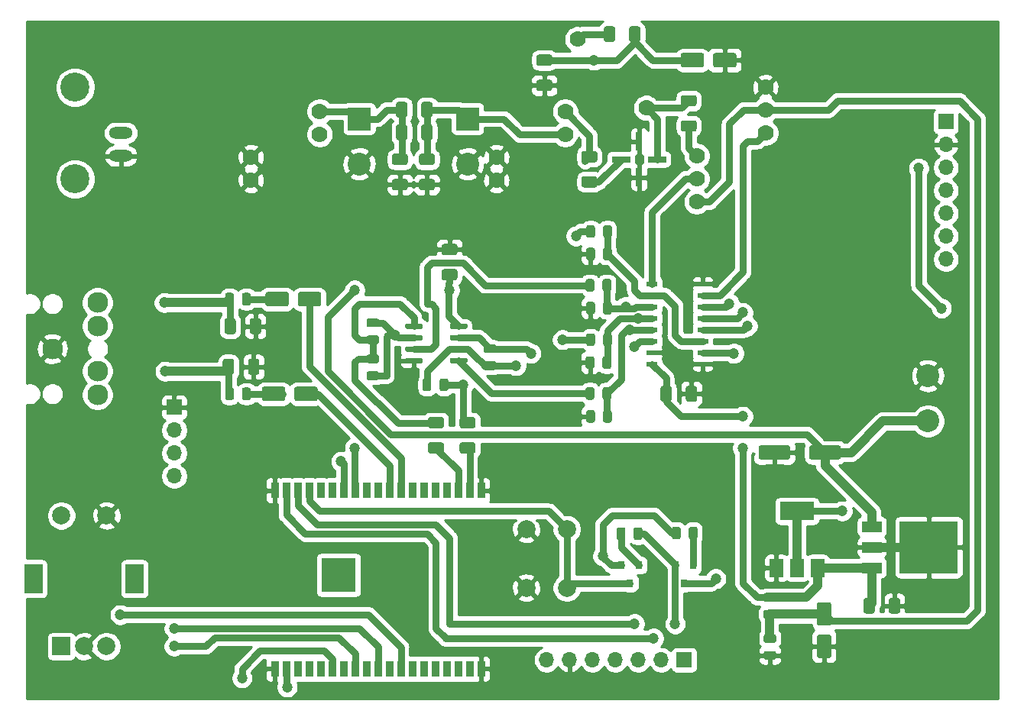
<source format=gtl>
G04 #@! TF.GenerationSoftware,KiCad,Pcbnew,5.1.12-unknown-nightly-202202221509*
G04 #@! TF.CreationDate,2022-10-18T15:46:02-04:00*
G04 #@! TF.ProjectId,Tayloe-Mixer-v3,5461796c-6f65-42d4-9d69-7865722d7633,rev?*
G04 #@! TF.SameCoordinates,Original*
G04 #@! TF.FileFunction,Copper,L1,Top*
G04 #@! TF.FilePolarity,Positive*
%FSLAX46Y46*%
G04 Gerber Fmt 4.6, Leading zero omitted, Abs format (unit mm)*
G04 Created by KiCad (PCBNEW 5.1.12-unknown-nightly-202202221509) date 2022-10-18 15:46:02*
%MOMM*%
%LPD*%
G01*
G04 APERTURE LIST*
G04 #@! TA.AperFunction,ComponentPad*
%ADD10C,2.540000*%
G04 #@! TD*
G04 #@! TA.AperFunction,ComponentPad*
%ADD11O,1.700000X1.700000*%
G04 #@! TD*
G04 #@! TA.AperFunction,ComponentPad*
%ADD12R,1.700000X1.700000*%
G04 #@! TD*
G04 #@! TA.AperFunction,SMDPad,CuDef*
%ADD13R,1.500000X2.000000*%
G04 #@! TD*
G04 #@! TA.AperFunction,SMDPad,CuDef*
%ADD14R,3.800000X2.000000*%
G04 #@! TD*
G04 #@! TA.AperFunction,ComponentPad*
%ADD15R,2.540000X2.540000*%
G04 #@! TD*
G04 #@! TA.AperFunction,SMDPad,CuDef*
%ADD16R,1.200000X0.600000*%
G04 #@! TD*
G04 #@! TA.AperFunction,ComponentPad*
%ADD17C,1.778000*%
G04 #@! TD*
G04 #@! TA.AperFunction,ComponentPad*
%ADD18O,2.616000X1.308000*%
G04 #@! TD*
G04 #@! TA.AperFunction,ComponentPad*
%ADD19C,3.216000*%
G04 #@! TD*
G04 #@! TA.AperFunction,SMDPad,CuDef*
%ADD20R,2.000000X0.750000*%
G04 #@! TD*
G04 #@! TA.AperFunction,SMDPad,CuDef*
%ADD21R,0.750000X2.000000*%
G04 #@! TD*
G04 #@! TA.AperFunction,SMDPad,CuDef*
%ADD22R,6.400000X5.800000*%
G04 #@! TD*
G04 #@! TA.AperFunction,SMDPad,CuDef*
%ADD23R,2.200000X1.200000*%
G04 #@! TD*
G04 #@! TA.AperFunction,SMDPad,CuDef*
%ADD24R,3.800000X3.800000*%
G04 #@! TD*
G04 #@! TA.AperFunction,SMDPad,CuDef*
%ADD25R,0.900000X1.800000*%
G04 #@! TD*
G04 #@! TA.AperFunction,ComponentPad*
%ADD26R,2.000000X2.000000*%
G04 #@! TD*
G04 #@! TA.AperFunction,ComponentPad*
%ADD27C,2.000000*%
G04 #@! TD*
G04 #@! TA.AperFunction,ComponentPad*
%ADD28R,2.000000X3.200000*%
G04 #@! TD*
G04 #@! TA.AperFunction,SMDPad,CuDef*
%ADD29R,0.800000X0.900000*%
G04 #@! TD*
G04 #@! TA.AperFunction,ComponentPad*
%ADD30C,2.300000*%
G04 #@! TD*
G04 #@! TA.AperFunction,ViaPad*
%ADD31C,1.200000*%
G04 #@! TD*
G04 #@! TA.AperFunction,Conductor*
%ADD32C,1.000000*%
G04 #@! TD*
G04 #@! TA.AperFunction,Conductor*
%ADD33C,0.750000*%
G04 #@! TD*
G04 #@! TA.AperFunction,Conductor*
%ADD34C,0.254000*%
G04 #@! TD*
G04 #@! TA.AperFunction,Conductor*
%ADD35C,0.100000*%
G04 #@! TD*
G04 APERTURE END LIST*
D10*
X147000000Y-66000000D03*
X147000000Y-71000000D03*
D11*
X63500000Y-77120000D03*
X63500000Y-74580000D03*
X63500000Y-72040000D03*
D12*
X63500000Y-69500000D03*
D13*
X130200000Y-87300000D03*
X134800000Y-87300000D03*
X132500000Y-87300000D03*
D14*
X132500000Y-81000000D03*
D11*
X104760000Y-97500000D03*
X107300000Y-97500000D03*
X109840000Y-97500000D03*
X112380000Y-97500000D03*
X114920000Y-97500000D03*
X117460000Y-97500000D03*
D12*
X120000000Y-97500000D03*
D15*
X96000000Y-37500000D03*
D10*
X96000000Y-42500000D03*
D15*
X84000000Y-37500000D03*
D10*
X84000000Y-42500000D03*
D11*
X149000000Y-47990000D03*
X149000000Y-42910000D03*
D12*
X149000000Y-37830000D03*
D11*
X149000000Y-45450000D03*
X149000000Y-50530000D03*
X149000000Y-40370000D03*
X149000000Y-53070000D03*
G04 #@! TA.AperFunction,SMDPad,CuDef*
G36*
G01*
X94025000Y-63190000D02*
X94025000Y-62890000D01*
G75*
G02*
X94175000Y-62740000I150000J0D01*
G01*
X95825000Y-62740000D01*
G75*
G02*
X95975000Y-62890000I0J-150000D01*
G01*
X95975000Y-63190000D01*
G75*
G02*
X95825000Y-63340000I-150000J0D01*
G01*
X94175000Y-63340000D01*
G75*
G02*
X94025000Y-63190000I0J150000D01*
G01*
G37*
G04 #@! TD.AperFunction*
G04 #@! TA.AperFunction,SMDPad,CuDef*
G36*
G01*
X89075000Y-63190000D02*
X89075000Y-62890000D01*
G75*
G02*
X89225000Y-62740000I150000J0D01*
G01*
X90875000Y-62740000D01*
G75*
G02*
X91025000Y-62890000I0J-150000D01*
G01*
X91025000Y-63190000D01*
G75*
G02*
X90875000Y-63340000I-150000J0D01*
G01*
X89225000Y-63340000D01*
G75*
G02*
X89075000Y-63190000I0J150000D01*
G01*
G37*
G04 #@! TD.AperFunction*
G04 #@! TA.AperFunction,SMDPad,CuDef*
G36*
G01*
X94025000Y-61920000D02*
X94025000Y-61620000D01*
G75*
G02*
X94175000Y-61470000I150000J0D01*
G01*
X95825000Y-61470000D01*
G75*
G02*
X95975000Y-61620000I0J-150000D01*
G01*
X95975000Y-61920000D01*
G75*
G02*
X95825000Y-62070000I-150000J0D01*
G01*
X94175000Y-62070000D01*
G75*
G02*
X94025000Y-61920000I0J150000D01*
G01*
G37*
G04 #@! TD.AperFunction*
G04 #@! TA.AperFunction,SMDPad,CuDef*
G36*
G01*
X94025000Y-64460000D02*
X94025000Y-64160000D01*
G75*
G02*
X94175000Y-64010000I150000J0D01*
G01*
X95825000Y-64010000D01*
G75*
G02*
X95975000Y-64160000I0J-150000D01*
G01*
X95975000Y-64460000D01*
G75*
G02*
X95825000Y-64610000I-150000J0D01*
G01*
X94175000Y-64610000D01*
G75*
G02*
X94025000Y-64460000I0J150000D01*
G01*
G37*
G04 #@! TD.AperFunction*
G04 #@! TA.AperFunction,SMDPad,CuDef*
G36*
G01*
X89075000Y-60650000D02*
X89075000Y-60350000D01*
G75*
G02*
X89225000Y-60200000I150000J0D01*
G01*
X90875000Y-60200000D01*
G75*
G02*
X91025000Y-60350000I0J-150000D01*
G01*
X91025000Y-60650000D01*
G75*
G02*
X90875000Y-60800000I-150000J0D01*
G01*
X89225000Y-60800000D01*
G75*
G02*
X89075000Y-60650000I0J150000D01*
G01*
G37*
G04 #@! TD.AperFunction*
G04 #@! TA.AperFunction,SMDPad,CuDef*
G36*
G01*
X89075000Y-64460000D02*
X89075000Y-64160000D01*
G75*
G02*
X89225000Y-64010000I150000J0D01*
G01*
X90875000Y-64010000D01*
G75*
G02*
X91025000Y-64160000I0J-150000D01*
G01*
X91025000Y-64460000D01*
G75*
G02*
X90875000Y-64610000I-150000J0D01*
G01*
X89225000Y-64610000D01*
G75*
G02*
X89075000Y-64460000I0J150000D01*
G01*
G37*
G04 #@! TD.AperFunction*
G04 #@! TA.AperFunction,SMDPad,CuDef*
G36*
G01*
X94025000Y-60650000D02*
X94025000Y-60350000D01*
G75*
G02*
X94175000Y-60200000I150000J0D01*
G01*
X95825000Y-60200000D01*
G75*
G02*
X95975000Y-60350000I0J-150000D01*
G01*
X95975000Y-60650000D01*
G75*
G02*
X95825000Y-60800000I-150000J0D01*
G01*
X94175000Y-60800000D01*
G75*
G02*
X94025000Y-60650000I0J150000D01*
G01*
G37*
G04 #@! TD.AperFunction*
G04 #@! TA.AperFunction,SMDPad,CuDef*
G36*
G01*
X89075000Y-61920000D02*
X89075000Y-61620000D01*
G75*
G02*
X89225000Y-61470000I150000J0D01*
G01*
X90875000Y-61470000D01*
G75*
G02*
X91025000Y-61620000I0J-150000D01*
G01*
X91025000Y-61920000D01*
G75*
G02*
X90875000Y-62070000I-150000J0D01*
G01*
X89225000Y-62070000D01*
G75*
G02*
X89075000Y-61920000I0J150000D01*
G01*
G37*
G04 #@! TD.AperFunction*
D16*
X116450000Y-62155000D03*
X116450000Y-63425000D03*
X116450000Y-64695000D03*
X122050000Y-59615000D03*
X122050000Y-64695000D03*
X122050000Y-63425000D03*
X122050000Y-62155000D03*
X122050000Y-60885000D03*
X122050000Y-58345000D03*
X122050000Y-57075000D03*
X116450000Y-55805000D03*
X116450000Y-57075000D03*
X116450000Y-58345000D03*
X116450000Y-60885000D03*
X122050000Y-55805000D03*
X116450000Y-59615000D03*
D17*
X121380000Y-44160000D03*
X121380000Y-46700000D03*
X129000000Y-36540000D03*
X121380000Y-41620000D03*
X129000000Y-34000000D03*
X129000000Y-39080000D03*
X106810000Y-39230000D03*
X99190000Y-44310000D03*
X106810000Y-36690000D03*
X99190000Y-41770000D03*
X79620000Y-39230000D03*
X72000000Y-44310000D03*
X79620000Y-36690000D03*
X72000000Y-41770000D03*
G04 #@! TA.AperFunction,SMDPad,CuDef*
G36*
G01*
X98956250Y-63487500D02*
X98043750Y-63487500D01*
G75*
G02*
X97800000Y-63243750I0J243750D01*
G01*
X97800000Y-62756250D01*
G75*
G02*
X98043750Y-62512500I243750J0D01*
G01*
X98956250Y-62512500D01*
G75*
G02*
X99200000Y-62756250I0J-243750D01*
G01*
X99200000Y-63243750D01*
G75*
G02*
X98956250Y-63487500I-243750J0D01*
G01*
G37*
G04 #@! TD.AperFunction*
G04 #@! TA.AperFunction,SMDPad,CuDef*
G36*
G01*
X98956250Y-65362500D02*
X98043750Y-65362500D01*
G75*
G02*
X97800000Y-65118750I0J243750D01*
G01*
X97800000Y-64631250D01*
G75*
G02*
X98043750Y-64387500I243750J0D01*
G01*
X98956250Y-64387500D01*
G75*
G02*
X99200000Y-64631250I0J-243750D01*
G01*
X99200000Y-65118750D01*
G75*
G02*
X98956250Y-65362500I-243750J0D01*
G01*
G37*
G04 #@! TD.AperFunction*
G04 #@! TA.AperFunction,SMDPad,CuDef*
G36*
G01*
X85043750Y-61512500D02*
X85956250Y-61512500D01*
G75*
G02*
X86200000Y-61756250I0J-243750D01*
G01*
X86200000Y-62243750D01*
G75*
G02*
X85956250Y-62487500I-243750J0D01*
G01*
X85043750Y-62487500D01*
G75*
G02*
X84800000Y-62243750I0J243750D01*
G01*
X84800000Y-61756250D01*
G75*
G02*
X85043750Y-61512500I243750J0D01*
G01*
G37*
G04 #@! TD.AperFunction*
G04 #@! TA.AperFunction,SMDPad,CuDef*
G36*
G01*
X85043750Y-59637500D02*
X85956250Y-59637500D01*
G75*
G02*
X86200000Y-59881250I0J-243750D01*
G01*
X86200000Y-60368750D01*
G75*
G02*
X85956250Y-60612500I-243750J0D01*
G01*
X85043750Y-60612500D01*
G75*
G02*
X84800000Y-60368750I0J243750D01*
G01*
X84800000Y-59881250D01*
G75*
G02*
X85043750Y-59637500I243750J0D01*
G01*
G37*
G04 #@! TD.AperFunction*
G04 #@! TA.AperFunction,SMDPad,CuDef*
G36*
G01*
X110112500Y-49543750D02*
X110112500Y-50456250D01*
G75*
G02*
X109868750Y-50700000I-243750J0D01*
G01*
X109381250Y-50700000D01*
G75*
G02*
X109137500Y-50456250I0J243750D01*
G01*
X109137500Y-49543750D01*
G75*
G02*
X109381250Y-49300000I243750J0D01*
G01*
X109868750Y-49300000D01*
G75*
G02*
X110112500Y-49543750I0J-243750D01*
G01*
G37*
G04 #@! TD.AperFunction*
G04 #@! TA.AperFunction,SMDPad,CuDef*
G36*
G01*
X111987500Y-49543750D02*
X111987500Y-50456250D01*
G75*
G02*
X111743750Y-50700000I-243750J0D01*
G01*
X111256250Y-50700000D01*
G75*
G02*
X111012500Y-50456250I0J243750D01*
G01*
X111012500Y-49543750D01*
G75*
G02*
X111256250Y-49300000I243750J0D01*
G01*
X111743750Y-49300000D01*
G75*
G02*
X111987500Y-49543750I0J-243750D01*
G01*
G37*
G04 #@! TD.AperFunction*
G04 #@! TA.AperFunction,SMDPad,CuDef*
G36*
G01*
X110050000Y-67503750D02*
X110050000Y-68416250D01*
G75*
G02*
X109806250Y-68660000I-243750J0D01*
G01*
X109318750Y-68660000D01*
G75*
G02*
X109075000Y-68416250I0J243750D01*
G01*
X109075000Y-67503750D01*
G75*
G02*
X109318750Y-67260000I243750J0D01*
G01*
X109806250Y-67260000D01*
G75*
G02*
X110050000Y-67503750I0J-243750D01*
G01*
G37*
G04 #@! TD.AperFunction*
G04 #@! TA.AperFunction,SMDPad,CuDef*
G36*
G01*
X111925000Y-67503750D02*
X111925000Y-68416250D01*
G75*
G02*
X111681250Y-68660000I-243750J0D01*
G01*
X111193750Y-68660000D01*
G75*
G02*
X110950000Y-68416250I0J243750D01*
G01*
X110950000Y-67503750D01*
G75*
G02*
X111193750Y-67260000I243750J0D01*
G01*
X111681250Y-67260000D01*
G75*
G02*
X111925000Y-67503750I0J-243750D01*
G01*
G37*
G04 #@! TD.AperFunction*
G04 #@! TA.AperFunction,SMDPad,CuDef*
G36*
G01*
X110050000Y-55503750D02*
X110050000Y-56416250D01*
G75*
G02*
X109806250Y-56660000I-243750J0D01*
G01*
X109318750Y-56660000D01*
G75*
G02*
X109075000Y-56416250I0J243750D01*
G01*
X109075000Y-55503750D01*
G75*
G02*
X109318750Y-55260000I243750J0D01*
G01*
X109806250Y-55260000D01*
G75*
G02*
X110050000Y-55503750I0J-243750D01*
G01*
G37*
G04 #@! TD.AperFunction*
G04 #@! TA.AperFunction,SMDPad,CuDef*
G36*
G01*
X111925000Y-55503750D02*
X111925000Y-56416250D01*
G75*
G02*
X111681250Y-56660000I-243750J0D01*
G01*
X111193750Y-56660000D01*
G75*
G02*
X110950000Y-56416250I0J243750D01*
G01*
X110950000Y-55503750D01*
G75*
G02*
X111193750Y-55260000I243750J0D01*
G01*
X111681250Y-55260000D01*
G75*
G02*
X111925000Y-55503750I0J-243750D01*
G01*
G37*
G04 #@! TD.AperFunction*
G04 #@! TA.AperFunction,SMDPad,CuDef*
G36*
G01*
X110112500Y-61543750D02*
X110112500Y-62456250D01*
G75*
G02*
X109868750Y-62700000I-243750J0D01*
G01*
X109381250Y-62700000D01*
G75*
G02*
X109137500Y-62456250I0J243750D01*
G01*
X109137500Y-61543750D01*
G75*
G02*
X109381250Y-61300000I243750J0D01*
G01*
X109868750Y-61300000D01*
G75*
G02*
X110112500Y-61543750I0J-243750D01*
G01*
G37*
G04 #@! TD.AperFunction*
G04 #@! TA.AperFunction,SMDPad,CuDef*
G36*
G01*
X111987500Y-61543750D02*
X111987500Y-62456250D01*
G75*
G02*
X111743750Y-62700000I-243750J0D01*
G01*
X111256250Y-62700000D01*
G75*
G02*
X111012500Y-62456250I0J243750D01*
G01*
X111012500Y-61543750D01*
G75*
G02*
X111256250Y-61300000I243750J0D01*
G01*
X111743750Y-61300000D01*
G75*
G02*
X111987500Y-61543750I0J-243750D01*
G01*
G37*
G04 #@! TD.AperFunction*
G04 #@! TA.AperFunction,SMDPad,CuDef*
G36*
G01*
X129043750Y-96512500D02*
X129956250Y-96512500D01*
G75*
G02*
X130200000Y-96756250I0J-243750D01*
G01*
X130200000Y-97243750D01*
G75*
G02*
X129956250Y-97487500I-243750J0D01*
G01*
X129043750Y-97487500D01*
G75*
G02*
X128800000Y-97243750I0J243750D01*
G01*
X128800000Y-96756250D01*
G75*
G02*
X129043750Y-96512500I243750J0D01*
G01*
G37*
G04 #@! TD.AperFunction*
G04 #@! TA.AperFunction,SMDPad,CuDef*
G36*
G01*
X129043750Y-94637500D02*
X129956250Y-94637500D01*
G75*
G02*
X130200000Y-94881250I0J-243750D01*
G01*
X130200000Y-95368750D01*
G75*
G02*
X129956250Y-95612500I-243750J0D01*
G01*
X129043750Y-95612500D01*
G75*
G02*
X128800000Y-95368750I0J243750D01*
G01*
X128800000Y-94881250D01*
G75*
G02*
X129043750Y-94637500I243750J0D01*
G01*
G37*
G04 #@! TD.AperFunction*
G04 #@! TA.AperFunction,SMDPad,CuDef*
G36*
G01*
X129003750Y-91950000D02*
X129916250Y-91950000D01*
G75*
G02*
X130160000Y-92193750I0J-243750D01*
G01*
X130160000Y-92681250D01*
G75*
G02*
X129916250Y-92925000I-243750J0D01*
G01*
X129003750Y-92925000D01*
G75*
G02*
X128760000Y-92681250I0J243750D01*
G01*
X128760000Y-92193750D01*
G75*
G02*
X129003750Y-91950000I243750J0D01*
G01*
G37*
G04 #@! TD.AperFunction*
G04 #@! TA.AperFunction,SMDPad,CuDef*
G36*
G01*
X129003750Y-90075000D02*
X129916250Y-90075000D01*
G75*
G02*
X130160000Y-90318750I0J-243750D01*
G01*
X130160000Y-90806250D01*
G75*
G02*
X129916250Y-91050000I-243750J0D01*
G01*
X129003750Y-91050000D01*
G75*
G02*
X128760000Y-90806250I0J243750D01*
G01*
X128760000Y-90318750D01*
G75*
G02*
X129003750Y-90075000I243750J0D01*
G01*
G37*
G04 #@! TD.AperFunction*
D18*
X57580000Y-39080000D03*
X57580000Y-41620000D03*
D19*
X52500000Y-44160000D03*
X52500000Y-34000000D03*
G04 #@! TA.AperFunction,SMDPad,CuDef*
G36*
G01*
X119875000Y-37675000D02*
X121125000Y-37675000D01*
G75*
G02*
X121375000Y-37925000I0J-250000D01*
G01*
X121375000Y-38675000D01*
G75*
G02*
X121125000Y-38925000I-250000J0D01*
G01*
X119875000Y-38925000D01*
G75*
G02*
X119625000Y-38675000I0J250000D01*
G01*
X119625000Y-37925000D01*
G75*
G02*
X119875000Y-37675000I250000J0D01*
G01*
G37*
G04 #@! TD.AperFunction*
G04 #@! TA.AperFunction,SMDPad,CuDef*
G36*
G01*
X119875000Y-34875000D02*
X121125000Y-34875000D01*
G75*
G02*
X121375000Y-35125000I0J-250000D01*
G01*
X121375000Y-35875000D01*
G75*
G02*
X121125000Y-36125000I-250000J0D01*
G01*
X119875000Y-36125000D01*
G75*
G02*
X119625000Y-35875000I0J250000D01*
G01*
X119625000Y-35125000D01*
G75*
G02*
X119875000Y-34875000I250000J0D01*
G01*
G37*
G04 #@! TD.AperFunction*
G04 #@! TA.AperFunction,SMDPad,CuDef*
G36*
G01*
X108875000Y-43875000D02*
X110125000Y-43875000D01*
G75*
G02*
X110375000Y-44125000I0J-250000D01*
G01*
X110375000Y-44875000D01*
G75*
G02*
X110125000Y-45125000I-250000J0D01*
G01*
X108875000Y-45125000D01*
G75*
G02*
X108625000Y-44875000I0J250000D01*
G01*
X108625000Y-44125000D01*
G75*
G02*
X108875000Y-43875000I250000J0D01*
G01*
G37*
G04 #@! TD.AperFunction*
G04 #@! TA.AperFunction,SMDPad,CuDef*
G36*
G01*
X108875000Y-41075000D02*
X110125000Y-41075000D01*
G75*
G02*
X110375000Y-41325000I0J-250000D01*
G01*
X110375000Y-42075000D01*
G75*
G02*
X110125000Y-42325000I-250000J0D01*
G01*
X108875000Y-42325000D01*
G75*
G02*
X108625000Y-42075000I0J250000D01*
G01*
X108625000Y-41325000D01*
G75*
G02*
X108875000Y-41075000I250000J0D01*
G01*
G37*
G04 #@! TD.AperFunction*
G04 #@! TA.AperFunction,SMDPad,CuDef*
G36*
G01*
X141125000Y-90875000D02*
X141125000Y-92125000D01*
G75*
G02*
X140875000Y-92375000I-250000J0D01*
G01*
X140125000Y-92375000D01*
G75*
G02*
X139875000Y-92125000I0J250000D01*
G01*
X139875000Y-90875000D01*
G75*
G02*
X140125000Y-90625000I250000J0D01*
G01*
X140875000Y-90625000D01*
G75*
G02*
X141125000Y-90875000I0J-250000D01*
G01*
G37*
G04 #@! TD.AperFunction*
G04 #@! TA.AperFunction,SMDPad,CuDef*
G36*
G01*
X143925000Y-90875000D02*
X143925000Y-92125000D01*
G75*
G02*
X143675000Y-92375000I-250000J0D01*
G01*
X142925000Y-92375000D01*
G75*
G02*
X142675000Y-92125000I0J250000D01*
G01*
X142675000Y-90875000D01*
G75*
G02*
X142925000Y-90625000I250000J0D01*
G01*
X143675000Y-90625000D01*
G75*
G02*
X143925000Y-90875000I0J-250000D01*
G01*
G37*
G04 #@! TD.AperFunction*
G04 #@! TA.AperFunction,SMDPad,CuDef*
G36*
G01*
X91987500Y-66543750D02*
X91987500Y-67456250D01*
G75*
G02*
X91743750Y-67700000I-243750J0D01*
G01*
X91256250Y-67700000D01*
G75*
G02*
X91012500Y-67456250I0J243750D01*
G01*
X91012500Y-66543750D01*
G75*
G02*
X91256250Y-66300000I243750J0D01*
G01*
X91743750Y-66300000D01*
G75*
G02*
X91987500Y-66543750I0J-243750D01*
G01*
G37*
G04 #@! TD.AperFunction*
G04 #@! TA.AperFunction,SMDPad,CuDef*
G36*
G01*
X93862500Y-66543750D02*
X93862500Y-67456250D01*
G75*
G02*
X93618750Y-67700000I-243750J0D01*
G01*
X93131250Y-67700000D01*
G75*
G02*
X92887500Y-67456250I0J243750D01*
G01*
X92887500Y-66543750D01*
G75*
G02*
X93131250Y-66300000I243750J0D01*
G01*
X93618750Y-66300000D01*
G75*
G02*
X93862500Y-66543750I0J-243750D01*
G01*
G37*
G04 #@! TD.AperFunction*
G04 #@! TA.AperFunction,SMDPad,CuDef*
G36*
G01*
X85043750Y-65512500D02*
X85956250Y-65512500D01*
G75*
G02*
X86200000Y-65756250I0J-243750D01*
G01*
X86200000Y-66243750D01*
G75*
G02*
X85956250Y-66487500I-243750J0D01*
G01*
X85043750Y-66487500D01*
G75*
G02*
X84800000Y-66243750I0J243750D01*
G01*
X84800000Y-65756250D01*
G75*
G02*
X85043750Y-65512500I243750J0D01*
G01*
G37*
G04 #@! TD.AperFunction*
G04 #@! TA.AperFunction,SMDPad,CuDef*
G36*
G01*
X85043750Y-63637500D02*
X85956250Y-63637500D01*
G75*
G02*
X86200000Y-63881250I0J-243750D01*
G01*
X86200000Y-64368750D01*
G75*
G02*
X85956250Y-64612500I-243750J0D01*
G01*
X85043750Y-64612500D01*
G75*
G02*
X84800000Y-64368750I0J243750D01*
G01*
X84800000Y-63881250D01*
G75*
G02*
X85043750Y-63637500I243750J0D01*
G01*
G37*
G04 #@! TD.AperFunction*
G04 #@! TA.AperFunction,SMDPad,CuDef*
G36*
G01*
X93375000Y-54175000D02*
X94625000Y-54175000D01*
G75*
G02*
X94875000Y-54425000I0J-250000D01*
G01*
X94875000Y-55175000D01*
G75*
G02*
X94625000Y-55425000I-250000J0D01*
G01*
X93375000Y-55425000D01*
G75*
G02*
X93125000Y-55175000I0J250000D01*
G01*
X93125000Y-54425000D01*
G75*
G02*
X93375000Y-54175000I250000J0D01*
G01*
G37*
G04 #@! TD.AperFunction*
G04 #@! TA.AperFunction,SMDPad,CuDef*
G36*
G01*
X93375000Y-51375000D02*
X94625000Y-51375000D01*
G75*
G02*
X94875000Y-51625000I0J-250000D01*
G01*
X94875000Y-52375000D01*
G75*
G02*
X94625000Y-52625000I-250000J0D01*
G01*
X93375000Y-52625000D01*
G75*
G02*
X93125000Y-52375000I0J250000D01*
G01*
X93125000Y-51625000D01*
G75*
G02*
X93375000Y-51375000I250000J0D01*
G01*
G37*
G04 #@! TD.AperFunction*
G04 #@! TA.AperFunction,SMDPad,CuDef*
G36*
G01*
X111012500Y-52956250D02*
X111012500Y-52043750D01*
G75*
G02*
X111256250Y-51800000I243750J0D01*
G01*
X111743750Y-51800000D01*
G75*
G02*
X111987500Y-52043750I0J-243750D01*
G01*
X111987500Y-52956250D01*
G75*
G02*
X111743750Y-53200000I-243750J0D01*
G01*
X111256250Y-53200000D01*
G75*
G02*
X111012500Y-52956250I0J243750D01*
G01*
G37*
G04 #@! TD.AperFunction*
G04 #@! TA.AperFunction,SMDPad,CuDef*
G36*
G01*
X109137500Y-52956250D02*
X109137500Y-52043750D01*
G75*
G02*
X109381250Y-51800000I243750J0D01*
G01*
X109868750Y-51800000D01*
G75*
G02*
X110112500Y-52043750I0J-243750D01*
G01*
X110112500Y-52956250D01*
G75*
G02*
X109868750Y-53200000I-243750J0D01*
G01*
X109381250Y-53200000D01*
G75*
G02*
X109137500Y-52956250I0J243750D01*
G01*
G37*
G04 #@! TD.AperFunction*
G04 #@! TA.AperFunction,SMDPad,CuDef*
G36*
G01*
X111012500Y-70956250D02*
X111012500Y-70043750D01*
G75*
G02*
X111256250Y-69800000I243750J0D01*
G01*
X111743750Y-69800000D01*
G75*
G02*
X111987500Y-70043750I0J-243750D01*
G01*
X111987500Y-70956250D01*
G75*
G02*
X111743750Y-71200000I-243750J0D01*
G01*
X111256250Y-71200000D01*
G75*
G02*
X111012500Y-70956250I0J243750D01*
G01*
G37*
G04 #@! TD.AperFunction*
G04 #@! TA.AperFunction,SMDPad,CuDef*
G36*
G01*
X109137500Y-70956250D02*
X109137500Y-70043750D01*
G75*
G02*
X109381250Y-69800000I243750J0D01*
G01*
X109868750Y-69800000D01*
G75*
G02*
X110112500Y-70043750I0J-243750D01*
G01*
X110112500Y-70956250D01*
G75*
G02*
X109868750Y-71200000I-243750J0D01*
G01*
X109381250Y-71200000D01*
G75*
G02*
X109137500Y-70956250I0J243750D01*
G01*
G37*
G04 #@! TD.AperFunction*
G04 #@! TA.AperFunction,SMDPad,CuDef*
G36*
G01*
X111012500Y-58956250D02*
X111012500Y-58043750D01*
G75*
G02*
X111256250Y-57800000I243750J0D01*
G01*
X111743750Y-57800000D01*
G75*
G02*
X111987500Y-58043750I0J-243750D01*
G01*
X111987500Y-58956250D01*
G75*
G02*
X111743750Y-59200000I-243750J0D01*
G01*
X111256250Y-59200000D01*
G75*
G02*
X111012500Y-58956250I0J243750D01*
G01*
G37*
G04 #@! TD.AperFunction*
G04 #@! TA.AperFunction,SMDPad,CuDef*
G36*
G01*
X109137500Y-58956250D02*
X109137500Y-58043750D01*
G75*
G02*
X109381250Y-57800000I243750J0D01*
G01*
X109868750Y-57800000D01*
G75*
G02*
X110112500Y-58043750I0J-243750D01*
G01*
X110112500Y-58956250D01*
G75*
G02*
X109868750Y-59200000I-243750J0D01*
G01*
X109381250Y-59200000D01*
G75*
G02*
X109137500Y-58956250I0J243750D01*
G01*
G37*
G04 #@! TD.AperFunction*
G04 #@! TA.AperFunction,SMDPad,CuDef*
G36*
G01*
X110950000Y-64996250D02*
X110950000Y-64083750D01*
G75*
G02*
X111193750Y-63840000I243750J0D01*
G01*
X111681250Y-63840000D01*
G75*
G02*
X111925000Y-64083750I0J-243750D01*
G01*
X111925000Y-64996250D01*
G75*
G02*
X111681250Y-65240000I-243750J0D01*
G01*
X111193750Y-65240000D01*
G75*
G02*
X110950000Y-64996250I0J243750D01*
G01*
G37*
G04 #@! TD.AperFunction*
G04 #@! TA.AperFunction,SMDPad,CuDef*
G36*
G01*
X109075000Y-64996250D02*
X109075000Y-64083750D01*
G75*
G02*
X109318750Y-63840000I243750J0D01*
G01*
X109806250Y-63840000D01*
G75*
G02*
X110050000Y-64083750I0J-243750D01*
G01*
X110050000Y-64996250D01*
G75*
G02*
X109806250Y-65240000I-243750J0D01*
G01*
X109318750Y-65240000D01*
G75*
G02*
X109075000Y-64996250I0J243750D01*
G01*
G37*
G04 #@! TD.AperFunction*
G04 #@! TA.AperFunction,SMDPad,CuDef*
G36*
G01*
X118625000Y-67375000D02*
X118625000Y-68625000D01*
G75*
G02*
X118375000Y-68875000I-250000J0D01*
G01*
X117625000Y-68875000D01*
G75*
G02*
X117375000Y-68625000I0J250000D01*
G01*
X117375000Y-67375000D01*
G75*
G02*
X117625000Y-67125000I250000J0D01*
G01*
X118375000Y-67125000D01*
G75*
G02*
X118625000Y-67375000I0J-250000D01*
G01*
G37*
G04 #@! TD.AperFunction*
G04 #@! TA.AperFunction,SMDPad,CuDef*
G36*
G01*
X121425000Y-67375000D02*
X121425000Y-68625000D01*
G75*
G02*
X121175000Y-68875000I-250000J0D01*
G01*
X120425000Y-68875000D01*
G75*
G02*
X120175000Y-68625000I0J250000D01*
G01*
X120175000Y-67375000D01*
G75*
G02*
X120425000Y-67125000I250000J0D01*
G01*
X121175000Y-67125000D01*
G75*
G02*
X121425000Y-67375000I0J-250000D01*
G01*
G37*
G04 #@! TD.AperFunction*
G04 #@! TA.AperFunction,SMDPad,CuDef*
G36*
G01*
X92125000Y-42625000D02*
X90875000Y-42625000D01*
G75*
G02*
X90625000Y-42375000I0J250000D01*
G01*
X90625000Y-41625000D01*
G75*
G02*
X90875000Y-41375000I250000J0D01*
G01*
X92125000Y-41375000D01*
G75*
G02*
X92375000Y-41625000I0J-250000D01*
G01*
X92375000Y-42375000D01*
G75*
G02*
X92125000Y-42625000I-250000J0D01*
G01*
G37*
G04 #@! TD.AperFunction*
G04 #@! TA.AperFunction,SMDPad,CuDef*
G36*
G01*
X92125000Y-45425000D02*
X90875000Y-45425000D01*
G75*
G02*
X90625000Y-45175000I0J250000D01*
G01*
X90625000Y-44425000D01*
G75*
G02*
X90875000Y-44175000I250000J0D01*
G01*
X92125000Y-44175000D01*
G75*
G02*
X92375000Y-44425000I0J-250000D01*
G01*
X92375000Y-45175000D01*
G75*
G02*
X92125000Y-45425000I-250000J0D01*
G01*
G37*
G04 #@! TD.AperFunction*
G04 #@! TA.AperFunction,SMDPad,CuDef*
G36*
G01*
X90875000Y-37125000D02*
X90875000Y-35875000D01*
G75*
G02*
X91125000Y-35625000I250000J0D01*
G01*
X91875000Y-35625000D01*
G75*
G02*
X92125000Y-35875000I0J-250000D01*
G01*
X92125000Y-37125000D01*
G75*
G02*
X91875000Y-37375000I-250000J0D01*
G01*
X91125000Y-37375000D01*
G75*
G02*
X90875000Y-37125000I0J250000D01*
G01*
G37*
G04 #@! TD.AperFunction*
G04 #@! TA.AperFunction,SMDPad,CuDef*
G36*
G01*
X88075000Y-37125000D02*
X88075000Y-35875000D01*
G75*
G02*
X88325000Y-35625000I250000J0D01*
G01*
X89075000Y-35625000D01*
G75*
G02*
X89325000Y-35875000I0J-250000D01*
G01*
X89325000Y-37125000D01*
G75*
G02*
X89075000Y-37375000I-250000J0D01*
G01*
X88325000Y-37375000D01*
G75*
G02*
X88075000Y-37125000I0J250000D01*
G01*
G37*
G04 #@! TD.AperFunction*
G04 #@! TA.AperFunction,SMDPad,CuDef*
G36*
G01*
X90875000Y-39625000D02*
X90875000Y-38375000D01*
G75*
G02*
X91125000Y-38125000I250000J0D01*
G01*
X91875000Y-38125000D01*
G75*
G02*
X92125000Y-38375000I0J-250000D01*
G01*
X92125000Y-39625000D01*
G75*
G02*
X91875000Y-39875000I-250000J0D01*
G01*
X91125000Y-39875000D01*
G75*
G02*
X90875000Y-39625000I0J250000D01*
G01*
G37*
G04 #@! TD.AperFunction*
G04 #@! TA.AperFunction,SMDPad,CuDef*
G36*
G01*
X88075000Y-39625000D02*
X88075000Y-38375000D01*
G75*
G02*
X88325000Y-38125000I250000J0D01*
G01*
X89075000Y-38125000D01*
G75*
G02*
X89325000Y-38375000I0J-250000D01*
G01*
X89325000Y-39625000D01*
G75*
G02*
X89075000Y-39875000I-250000J0D01*
G01*
X88325000Y-39875000D01*
G75*
G02*
X88075000Y-39625000I0J250000D01*
G01*
G37*
G04 #@! TD.AperFunction*
G04 #@! TA.AperFunction,SMDPad,CuDef*
G36*
G01*
X89125000Y-42625000D02*
X87875000Y-42625000D01*
G75*
G02*
X87625000Y-42375000I0J250000D01*
G01*
X87625000Y-41625000D01*
G75*
G02*
X87875000Y-41375000I250000J0D01*
G01*
X89125000Y-41375000D01*
G75*
G02*
X89375000Y-41625000I0J-250000D01*
G01*
X89375000Y-42375000D01*
G75*
G02*
X89125000Y-42625000I-250000J0D01*
G01*
G37*
G04 #@! TD.AperFunction*
G04 #@! TA.AperFunction,SMDPad,CuDef*
G36*
G01*
X89125000Y-45425000D02*
X87875000Y-45425000D01*
G75*
G02*
X87625000Y-45175000I0J250000D01*
G01*
X87625000Y-44425000D01*
G75*
G02*
X87875000Y-44175000I250000J0D01*
G01*
X89125000Y-44175000D01*
G75*
G02*
X89375000Y-44425000I0J-250000D01*
G01*
X89375000Y-45175000D01*
G75*
G02*
X89125000Y-45425000I-250000J0D01*
G01*
G37*
G04 #@! TD.AperFunction*
D20*
X113000000Y-42000000D03*
X117000000Y-42000000D03*
D21*
X115000000Y-40000000D03*
X115000000Y-44000000D03*
D22*
X147100000Y-85025000D03*
D23*
X140800000Y-87305000D03*
X140800000Y-85025000D03*
X140800000Y-82745000D03*
D24*
X81717000Y-88094000D03*
D25*
X97500000Y-98491000D03*
X96230000Y-98491000D03*
X94960000Y-98491000D03*
X93690000Y-98491000D03*
X92420000Y-98491000D03*
X91150000Y-98491000D03*
X89880000Y-98491000D03*
X88610000Y-98491000D03*
X87340000Y-98491000D03*
X86070000Y-98491000D03*
X84800000Y-98491000D03*
X83530000Y-98491000D03*
X82260000Y-98491000D03*
X80990000Y-98491000D03*
X79720000Y-98491000D03*
X78450000Y-98491000D03*
X77180000Y-98491000D03*
X75910000Y-98491000D03*
X74640000Y-78717000D03*
X75910000Y-78717000D03*
X77180000Y-78717000D03*
X78450000Y-78717000D03*
X79720000Y-78717000D03*
X80990000Y-78717000D03*
X82260000Y-78717000D03*
X83530000Y-78717000D03*
X84800000Y-78717000D03*
X86070000Y-78717000D03*
X87340000Y-78717000D03*
X88610000Y-78717000D03*
X89880000Y-78717000D03*
X91150000Y-78717000D03*
X92420000Y-78717000D03*
X93690000Y-78717000D03*
X94960000Y-78717000D03*
X96230000Y-78717000D03*
X97500000Y-78717000D03*
X74640000Y-98491000D03*
D26*
X51000000Y-96000000D03*
D27*
X53500000Y-96000000D03*
X56000000Y-96000000D03*
D28*
X47900000Y-88500000D03*
X59100000Y-88500000D03*
D27*
X51000000Y-81500000D03*
X56000000Y-81500000D03*
X102500000Y-83000000D03*
X107000000Y-83000000D03*
X102500000Y-89500000D03*
X107000000Y-89500000D03*
G04 #@! TA.AperFunction,SMDPad,CuDef*
G36*
G01*
X112352000Y-27498000D02*
X112352000Y-28748000D01*
G75*
G02*
X112102000Y-28998000I-250000J0D01*
G01*
X111352000Y-28998000D01*
G75*
G02*
X111102000Y-28748000I0J250000D01*
G01*
X111102000Y-27498000D01*
G75*
G02*
X111352000Y-27248000I250000J0D01*
G01*
X112102000Y-27248000D01*
G75*
G02*
X112352000Y-27498000I0J-250000D01*
G01*
G37*
G04 #@! TD.AperFunction*
G04 #@! TA.AperFunction,SMDPad,CuDef*
G36*
G01*
X115152000Y-27498000D02*
X115152000Y-28748000D01*
G75*
G02*
X114902000Y-28998000I-250000J0D01*
G01*
X114152000Y-28998000D01*
G75*
G02*
X113902000Y-28748000I0J250000D01*
G01*
X113902000Y-27498000D01*
G75*
G02*
X114152000Y-27248000I250000J0D01*
G01*
X114902000Y-27248000D01*
G75*
G02*
X115152000Y-27498000I0J-250000D01*
G01*
G37*
G04 #@! TD.AperFunction*
G04 #@! TA.AperFunction,SMDPad,CuDef*
G36*
G01*
X71012500Y-57956250D02*
X71012500Y-57043750D01*
G75*
G02*
X71256250Y-56800000I243750J0D01*
G01*
X71743750Y-56800000D01*
G75*
G02*
X71987500Y-57043750I0J-243750D01*
G01*
X71987500Y-57956250D01*
G75*
G02*
X71743750Y-58200000I-243750J0D01*
G01*
X71256250Y-58200000D01*
G75*
G02*
X71012500Y-57956250I0J243750D01*
G01*
G37*
G04 #@! TD.AperFunction*
G04 #@! TA.AperFunction,SMDPad,CuDef*
G36*
G01*
X69137500Y-57956250D02*
X69137500Y-57043750D01*
G75*
G02*
X69381250Y-56800000I243750J0D01*
G01*
X69868750Y-56800000D01*
G75*
G02*
X70112500Y-57043750I0J-243750D01*
G01*
X70112500Y-57956250D01*
G75*
G02*
X69868750Y-58200000I-243750J0D01*
G01*
X69381250Y-58200000D01*
G75*
G02*
X69137500Y-57956250I0J243750D01*
G01*
G37*
G04 #@! TD.AperFunction*
G04 #@! TA.AperFunction,SMDPad,CuDef*
G36*
G01*
X71012500Y-68456250D02*
X71012500Y-67543750D01*
G75*
G02*
X71256250Y-67300000I243750J0D01*
G01*
X71743750Y-67300000D01*
G75*
G02*
X71987500Y-67543750I0J-243750D01*
G01*
X71987500Y-68456250D01*
G75*
G02*
X71743750Y-68700000I-243750J0D01*
G01*
X71256250Y-68700000D01*
G75*
G02*
X71012500Y-68456250I0J243750D01*
G01*
G37*
G04 #@! TD.AperFunction*
G04 #@! TA.AperFunction,SMDPad,CuDef*
G36*
G01*
X69137500Y-68456250D02*
X69137500Y-67543750D01*
G75*
G02*
X69381250Y-67300000I243750J0D01*
G01*
X69868750Y-67300000D01*
G75*
G02*
X70112500Y-67543750I0J-243750D01*
G01*
X70112500Y-68456250D01*
G75*
G02*
X69868750Y-68700000I-243750J0D01*
G01*
X69381250Y-68700000D01*
G75*
G02*
X69137500Y-68456250I0J243750D01*
G01*
G37*
G04 #@! TD.AperFunction*
G04 #@! TA.AperFunction,SMDPad,CuDef*
G36*
G01*
X120512500Y-83893750D02*
X120512500Y-82981250D01*
G75*
G02*
X120756250Y-82737500I243750J0D01*
G01*
X121243750Y-82737500D01*
G75*
G02*
X121487500Y-82981250I0J-243750D01*
G01*
X121487500Y-83893750D01*
G75*
G02*
X121243750Y-84137500I-243750J0D01*
G01*
X120756250Y-84137500D01*
G75*
G02*
X120512500Y-83893750I0J243750D01*
G01*
G37*
G04 #@! TD.AperFunction*
G04 #@! TA.AperFunction,SMDPad,CuDef*
G36*
G01*
X118637500Y-83893750D02*
X118637500Y-82981250D01*
G75*
G02*
X118881250Y-82737500I243750J0D01*
G01*
X119368750Y-82737500D01*
G75*
G02*
X119612500Y-82981250I0J-243750D01*
G01*
X119612500Y-83893750D01*
G75*
G02*
X119368750Y-84137500I-243750J0D01*
G01*
X118881250Y-84137500D01*
G75*
G02*
X118637500Y-83893750I0J243750D01*
G01*
G37*
G04 #@! TD.AperFunction*
G04 #@! TA.AperFunction,SMDPad,CuDef*
G36*
G01*
X113487500Y-83043750D02*
X113487500Y-83956250D01*
G75*
G02*
X113243750Y-84200000I-243750J0D01*
G01*
X112756250Y-84200000D01*
G75*
G02*
X112512500Y-83956250I0J243750D01*
G01*
X112512500Y-83043750D01*
G75*
G02*
X112756250Y-82800000I243750J0D01*
G01*
X113243750Y-82800000D01*
G75*
G02*
X113487500Y-83043750I0J-243750D01*
G01*
G37*
G04 #@! TD.AperFunction*
G04 #@! TA.AperFunction,SMDPad,CuDef*
G36*
G01*
X115362500Y-83043750D02*
X115362500Y-83956250D01*
G75*
G02*
X115118750Y-84200000I-243750J0D01*
G01*
X114631250Y-84200000D01*
G75*
G02*
X114387500Y-83956250I0J243750D01*
G01*
X114387500Y-83043750D01*
G75*
G02*
X114631250Y-82800000I243750J0D01*
G01*
X115118750Y-82800000D01*
G75*
G02*
X115362500Y-83043750I0J-243750D01*
G01*
G37*
G04 #@! TD.AperFunction*
D29*
X120000000Y-89000000D03*
X119050000Y-87000000D03*
X120950000Y-87000000D03*
X114000000Y-89000000D03*
X113050000Y-87000000D03*
X114950000Y-87000000D03*
D17*
X108190000Y-28690000D03*
X115810000Y-36310000D03*
D30*
X55000000Y-57900000D03*
X50000000Y-63000000D03*
X55000000Y-68100000D03*
X55000000Y-65500000D03*
X55000000Y-60500000D03*
G04 #@! TA.AperFunction,SMDPad,CuDef*
G36*
G01*
X123200000Y-31550000D02*
X123200000Y-30450000D01*
G75*
G02*
X123450000Y-30200000I250000J0D01*
G01*
X125550000Y-30200000D01*
G75*
G02*
X125800000Y-30450000I0J-250000D01*
G01*
X125800000Y-31550000D01*
G75*
G02*
X125550000Y-31800000I-250000J0D01*
G01*
X123450000Y-31800000D01*
G75*
G02*
X123200000Y-31550000I0J250000D01*
G01*
G37*
G04 #@! TD.AperFunction*
G04 #@! TA.AperFunction,SMDPad,CuDef*
G36*
G01*
X119600000Y-31550000D02*
X119600000Y-30450000D01*
G75*
G02*
X119850000Y-30200000I250000J0D01*
G01*
X121950000Y-30200000D01*
G75*
G02*
X122200000Y-30450000I0J-250000D01*
G01*
X122200000Y-31550000D01*
G75*
G02*
X121950000Y-31800000I-250000J0D01*
G01*
X119850000Y-31800000D01*
G75*
G02*
X119600000Y-31550000I0J250000D01*
G01*
G37*
G04 #@! TD.AperFunction*
G04 #@! TA.AperFunction,SMDPad,CuDef*
G36*
G01*
X103875000Y-33175000D02*
X105125000Y-33175000D01*
G75*
G02*
X105375000Y-33425000I0J-250000D01*
G01*
X105375000Y-34175000D01*
G75*
G02*
X105125000Y-34425000I-250000J0D01*
G01*
X103875000Y-34425000D01*
G75*
G02*
X103625000Y-34175000I0J250000D01*
G01*
X103625000Y-33425000D01*
G75*
G02*
X103875000Y-33175000I250000J0D01*
G01*
G37*
G04 #@! TD.AperFunction*
G04 #@! TA.AperFunction,SMDPad,CuDef*
G36*
G01*
X103875000Y-30375000D02*
X105125000Y-30375000D01*
G75*
G02*
X105375000Y-30625000I0J-250000D01*
G01*
X105375000Y-31375000D01*
G75*
G02*
X105125000Y-31625000I-250000J0D01*
G01*
X103875000Y-31625000D01*
G75*
G02*
X103625000Y-31375000I0J250000D01*
G01*
X103625000Y-30625000D01*
G75*
G02*
X103875000Y-30375000I250000J0D01*
G01*
G37*
G04 #@! TD.AperFunction*
G04 #@! TA.AperFunction,SMDPad,CuDef*
G36*
G01*
X76200000Y-56950000D02*
X76200000Y-58050000D01*
G75*
G02*
X75950000Y-58300000I-250000J0D01*
G01*
X73850000Y-58300000D01*
G75*
G02*
X73600000Y-58050000I0J250000D01*
G01*
X73600000Y-56950000D01*
G75*
G02*
X73850000Y-56700000I250000J0D01*
G01*
X75950000Y-56700000D01*
G75*
G02*
X76200000Y-56950000I0J-250000D01*
G01*
G37*
G04 #@! TD.AperFunction*
G04 #@! TA.AperFunction,SMDPad,CuDef*
G36*
G01*
X79800000Y-56950000D02*
X79800000Y-58050000D01*
G75*
G02*
X79550000Y-58300000I-250000J0D01*
G01*
X77450000Y-58300000D01*
G75*
G02*
X77200000Y-58050000I0J250000D01*
G01*
X77200000Y-56950000D01*
G75*
G02*
X77450000Y-56700000I250000J0D01*
G01*
X79550000Y-56700000D01*
G75*
G02*
X79800000Y-56950000I0J-250000D01*
G01*
G37*
G04 #@! TD.AperFunction*
G04 #@! TA.AperFunction,SMDPad,CuDef*
G36*
G01*
X75800000Y-67450000D02*
X75800000Y-68550000D01*
G75*
G02*
X75550000Y-68800000I-250000J0D01*
G01*
X73450000Y-68800000D01*
G75*
G02*
X73200000Y-68550000I0J250000D01*
G01*
X73200000Y-67450000D01*
G75*
G02*
X73450000Y-67200000I250000J0D01*
G01*
X75550000Y-67200000D01*
G75*
G02*
X75800000Y-67450000I0J-250000D01*
G01*
G37*
G04 #@! TD.AperFunction*
G04 #@! TA.AperFunction,SMDPad,CuDef*
G36*
G01*
X79400000Y-67450000D02*
X79400000Y-68550000D01*
G75*
G02*
X79150000Y-68800000I-250000J0D01*
G01*
X77050000Y-68800000D01*
G75*
G02*
X76800000Y-68550000I0J250000D01*
G01*
X76800000Y-67450000D01*
G75*
G02*
X77050000Y-67200000I250000J0D01*
G01*
X79150000Y-67200000D01*
G75*
G02*
X79400000Y-67450000I0J-250000D01*
G01*
G37*
G04 #@! TD.AperFunction*
G04 #@! TA.AperFunction,SMDPad,CuDef*
G36*
G01*
X95375000Y-73375000D02*
X96625000Y-73375000D01*
G75*
G02*
X96875000Y-73625000I0J-250000D01*
G01*
X96875000Y-74375000D01*
G75*
G02*
X96625000Y-74625000I-250000J0D01*
G01*
X95375000Y-74625000D01*
G75*
G02*
X95125000Y-74375000I0J250000D01*
G01*
X95125000Y-73625000D01*
G75*
G02*
X95375000Y-73375000I250000J0D01*
G01*
G37*
G04 #@! TD.AperFunction*
G04 #@! TA.AperFunction,SMDPad,CuDef*
G36*
G01*
X95375000Y-70575000D02*
X96625000Y-70575000D01*
G75*
G02*
X96875000Y-70825000I0J-250000D01*
G01*
X96875000Y-71575000D01*
G75*
G02*
X96625000Y-71825000I-250000J0D01*
G01*
X95375000Y-71825000D01*
G75*
G02*
X95125000Y-71575000I0J250000D01*
G01*
X95125000Y-70825000D01*
G75*
G02*
X95375000Y-70575000I250000J0D01*
G01*
G37*
G04 #@! TD.AperFunction*
G04 #@! TA.AperFunction,SMDPad,CuDef*
G36*
G01*
X91875000Y-73375000D02*
X93125000Y-73375000D01*
G75*
G02*
X93375000Y-73625000I0J-250000D01*
G01*
X93375000Y-74375000D01*
G75*
G02*
X93125000Y-74625000I-250000J0D01*
G01*
X91875000Y-74625000D01*
G75*
G02*
X91625000Y-74375000I0J250000D01*
G01*
X91625000Y-73625000D01*
G75*
G02*
X91875000Y-73375000I250000J0D01*
G01*
G37*
G04 #@! TD.AperFunction*
G04 #@! TA.AperFunction,SMDPad,CuDef*
G36*
G01*
X91875000Y-70575000D02*
X93125000Y-70575000D01*
G75*
G02*
X93375000Y-70825000I0J-250000D01*
G01*
X93375000Y-71575000D01*
G75*
G02*
X93125000Y-71825000I-250000J0D01*
G01*
X91875000Y-71825000D01*
G75*
G02*
X91625000Y-71575000I0J250000D01*
G01*
X91625000Y-70825000D01*
G75*
G02*
X91875000Y-70575000I250000J0D01*
G01*
G37*
G04 #@! TD.AperFunction*
G04 #@! TA.AperFunction,SMDPad,CuDef*
G36*
G01*
X71875000Y-61125000D02*
X71875000Y-59875000D01*
G75*
G02*
X72125000Y-59625000I250000J0D01*
G01*
X72875000Y-59625000D01*
G75*
G02*
X73125000Y-59875000I0J-250000D01*
G01*
X73125000Y-61125000D01*
G75*
G02*
X72875000Y-61375000I-250000J0D01*
G01*
X72125000Y-61375000D01*
G75*
G02*
X71875000Y-61125000I0J250000D01*
G01*
G37*
G04 #@! TD.AperFunction*
G04 #@! TA.AperFunction,SMDPad,CuDef*
G36*
G01*
X69075000Y-61125000D02*
X69075000Y-59875000D01*
G75*
G02*
X69325000Y-59625000I250000J0D01*
G01*
X70075000Y-59625000D01*
G75*
G02*
X70325000Y-59875000I0J-250000D01*
G01*
X70325000Y-61125000D01*
G75*
G02*
X70075000Y-61375000I-250000J0D01*
G01*
X69325000Y-61375000D01*
G75*
G02*
X69075000Y-61125000I0J250000D01*
G01*
G37*
G04 #@! TD.AperFunction*
G04 #@! TA.AperFunction,SMDPad,CuDef*
G36*
G01*
X71675000Y-65625000D02*
X71675000Y-64375000D01*
G75*
G02*
X71925000Y-64125000I250000J0D01*
G01*
X72675000Y-64125000D01*
G75*
G02*
X72925000Y-64375000I0J-250000D01*
G01*
X72925000Y-65625000D01*
G75*
G02*
X72675000Y-65875000I-250000J0D01*
G01*
X71925000Y-65875000D01*
G75*
G02*
X71675000Y-65625000I0J250000D01*
G01*
G37*
G04 #@! TD.AperFunction*
G04 #@! TA.AperFunction,SMDPad,CuDef*
G36*
G01*
X68875000Y-65625000D02*
X68875000Y-64375000D01*
G75*
G02*
X69125000Y-64125000I250000J0D01*
G01*
X69875000Y-64125000D01*
G75*
G02*
X70125000Y-64375000I0J-250000D01*
G01*
X70125000Y-65625000D01*
G75*
G02*
X69875000Y-65875000I-250000J0D01*
G01*
X69125000Y-65875000D01*
G75*
G02*
X68875000Y-65625000I0J250000D01*
G01*
G37*
G04 #@! TD.AperFunction*
G04 #@! TA.AperFunction,SMDPad,CuDef*
G36*
G01*
X131750000Y-73950000D02*
X131750000Y-75050000D01*
G75*
G02*
X131500000Y-75300000I-250000J0D01*
G01*
X128500000Y-75300000D01*
G75*
G02*
X128250000Y-75050000I0J250000D01*
G01*
X128250000Y-73950000D01*
G75*
G02*
X128500000Y-73700000I250000J0D01*
G01*
X131500000Y-73700000D01*
G75*
G02*
X131750000Y-73950000I0J-250000D01*
G01*
G37*
G04 #@! TD.AperFunction*
G04 #@! TA.AperFunction,SMDPad,CuDef*
G36*
G01*
X137350000Y-73950000D02*
X137350000Y-75050000D01*
G75*
G02*
X137100000Y-75300000I-250000J0D01*
G01*
X134100000Y-75300000D01*
G75*
G02*
X133850000Y-75050000I0J250000D01*
G01*
X133850000Y-73950000D01*
G75*
G02*
X134100000Y-73700000I250000J0D01*
G01*
X137100000Y-73700000D01*
G75*
G02*
X137350000Y-73950000I0J-250000D01*
G01*
G37*
G04 #@! TD.AperFunction*
G04 #@! TA.AperFunction,SMDPad,CuDef*
G36*
G01*
X134950000Y-94700000D02*
X136050000Y-94700000D01*
G75*
G02*
X136300000Y-94950000I0J-250000D01*
G01*
X136300000Y-97050000D01*
G75*
G02*
X136050000Y-97300000I-250000J0D01*
G01*
X134950000Y-97300000D01*
G75*
G02*
X134700000Y-97050000I0J250000D01*
G01*
X134700000Y-94950000D01*
G75*
G02*
X134950000Y-94700000I250000J0D01*
G01*
G37*
G04 #@! TD.AperFunction*
G04 #@! TA.AperFunction,SMDPad,CuDef*
G36*
G01*
X134950000Y-91100000D02*
X136050000Y-91100000D01*
G75*
G02*
X136300000Y-91350000I0J-250000D01*
G01*
X136300000Y-93450000D01*
G75*
G02*
X136050000Y-93700000I-250000J0D01*
G01*
X134950000Y-93700000D01*
G75*
G02*
X134700000Y-93450000I0J250000D01*
G01*
X134700000Y-91350000D01*
G75*
G02*
X134950000Y-91100000I250000J0D01*
G01*
G37*
G04 #@! TD.AperFunction*
D31*
X129500000Y-84000000D03*
X89000000Y-68000000D03*
X121500000Y-51000000D03*
X102000000Y-59500000D03*
X103500000Y-70000000D03*
X126500000Y-74000000D03*
X126500000Y-70500000D03*
X83500000Y-56500000D03*
X94000000Y-56500000D03*
X110000000Y-31000000D03*
X137500000Y-81000000D03*
X76000000Y-100500000D03*
X95500000Y-67000000D03*
X103000000Y-63500000D03*
X62500000Y-65500000D03*
X62400000Y-57900000D03*
X83500000Y-74000000D03*
X148500000Y-58500000D03*
X146000000Y-43000000D03*
X82000000Y-75500000D03*
X111000000Y-86000000D03*
X119000000Y-93500000D03*
X63500000Y-94000000D03*
X63500000Y-96000000D03*
X57500000Y-92500000D03*
X116610001Y-95110001D03*
X114500000Y-93500000D03*
X126500000Y-59000000D03*
X114885000Y-59615000D03*
X127000000Y-60500000D03*
X113500000Y-58345000D03*
X125000000Y-58000000D03*
X114000000Y-60885000D03*
X88000000Y-61500000D03*
X106500000Y-62000000D03*
X101375000Y-64875000D03*
X108000000Y-50500000D03*
X114500000Y-62755000D03*
X125500000Y-63500000D03*
X71000000Y-99500000D03*
X123500000Y-88500000D03*
D32*
X140800000Y-85025000D02*
X147100000Y-85025000D01*
X134805000Y-87305000D02*
X134800000Y-87300000D01*
X140800000Y-87305000D02*
X134805000Y-87305000D01*
X140800000Y-91200000D02*
X140500000Y-91500000D01*
X140800000Y-87305000D02*
X140800000Y-91200000D01*
X130160000Y-90562500D02*
X129460000Y-90562500D01*
X133537500Y-90562500D02*
X130160000Y-90562500D01*
X134800000Y-89300000D02*
X133537500Y-90562500D01*
X134800000Y-87300000D02*
X134800000Y-89300000D01*
D33*
X118000000Y-66245000D02*
X116450000Y-64695000D01*
X118000000Y-68000000D02*
X118000000Y-66245000D01*
X129460000Y-90562500D02*
X128062500Y-90562500D01*
X128062500Y-90562500D02*
X126500000Y-89000000D01*
X126500000Y-89000000D02*
X126500000Y-74000000D01*
X126500000Y-74000000D02*
X126500000Y-74000000D01*
X118000000Y-68875000D02*
X119625000Y-70500000D01*
X118000000Y-68000000D02*
X118000000Y-68875000D01*
X119625000Y-70500000D02*
X126500000Y-70500000D01*
X126500000Y-70500000D02*
X126500000Y-70500000D01*
X112525000Y-31000000D02*
X114527000Y-28998000D01*
X104500000Y-31000000D02*
X112525000Y-31000000D01*
X93900000Y-59400000D02*
X95000000Y-60500000D01*
X93900000Y-55750000D02*
X93900000Y-59400000D01*
X94000000Y-55650000D02*
X94000000Y-54800000D01*
X93900000Y-55750000D02*
X94000000Y-55650000D01*
D32*
X140800000Y-81145000D02*
X140800000Y-82745000D01*
X135600000Y-75945000D02*
X140800000Y-81145000D01*
X135600000Y-74500000D02*
X135600000Y-75945000D01*
D33*
X135600000Y-74500000D02*
X133600000Y-72500000D01*
X133600000Y-72500000D02*
X120500000Y-72500000D01*
X120500000Y-72500000D02*
X87500000Y-72500000D01*
X80500000Y-65500000D02*
X80500000Y-59500000D01*
X87500000Y-72500000D02*
X80500000Y-65500000D01*
X80500000Y-59500000D02*
X83500000Y-56500000D01*
X83500000Y-56500000D02*
X83500000Y-56500000D01*
X119600000Y-31000000D02*
X120900000Y-31000000D01*
X116529000Y-31000000D02*
X119600000Y-31000000D01*
X114527000Y-28998000D02*
X116529000Y-31000000D01*
X114527000Y-28123000D02*
X114527000Y-28998000D01*
D32*
X138500000Y-74500000D02*
X135600000Y-74500000D01*
X142000000Y-71000000D02*
X138500000Y-74500000D01*
X147000000Y-71000000D02*
X142000000Y-71000000D01*
X132500000Y-81000000D02*
X132500000Y-87300000D01*
D33*
X132500000Y-81000000D02*
X137500000Y-81000000D01*
X75910000Y-100410000D02*
X76000000Y-100500000D01*
X75910000Y-98491000D02*
X75910000Y-100410000D01*
X84000000Y-62000000D02*
X85500000Y-62000000D01*
X83500000Y-61500000D02*
X84000000Y-62000000D01*
X83500000Y-58500000D02*
X83500000Y-61500000D01*
X84000000Y-58000000D02*
X83500000Y-58500000D01*
X88500000Y-58000000D02*
X84000000Y-58000000D01*
X90050000Y-59550000D02*
X88500000Y-58000000D01*
X90050000Y-60500000D02*
X90050000Y-59550000D01*
X85500000Y-62000000D02*
X85500000Y-64125000D01*
X85500000Y-64125000D02*
X83875000Y-64125000D01*
X83875000Y-64125000D02*
X83500000Y-64500000D01*
X86000000Y-68925000D02*
X85925000Y-68925000D01*
X83500000Y-66500000D02*
X83500000Y-64500000D01*
X85925000Y-68925000D02*
X83500000Y-66500000D01*
X88275000Y-71200000D02*
X92500000Y-71200000D01*
X86000000Y-68925000D02*
X88275000Y-71200000D01*
X97270000Y-61770000D02*
X98500000Y-63000000D01*
X95000000Y-61770000D02*
X97270000Y-61770000D01*
X98500000Y-63000000D02*
X101000000Y-63000000D01*
X93375000Y-67000000D02*
X95500000Y-67000000D01*
X95500000Y-67000000D02*
X95500000Y-67000000D01*
X95500000Y-70700000D02*
X96000000Y-71200000D01*
X95500000Y-67000000D02*
X95500000Y-70700000D01*
X101000000Y-63000000D02*
X102500000Y-63000000D01*
X102500000Y-63000000D02*
X103000000Y-63500000D01*
X103000000Y-63500000D02*
X103000000Y-63500000D01*
X69500000Y-67875000D02*
X69625000Y-68000000D01*
X69500000Y-65000000D02*
X69500000Y-67875000D01*
D32*
X69000000Y-65500000D02*
X69500000Y-65000000D01*
X62500000Y-65500000D02*
X69000000Y-65500000D01*
D33*
X69700000Y-57575000D02*
X69625000Y-57500000D01*
X69700000Y-60500000D02*
X69700000Y-57575000D01*
D32*
X69225000Y-57900000D02*
X69625000Y-57500000D01*
X62400000Y-57900000D02*
X69225000Y-57900000D01*
D33*
X94960000Y-76460000D02*
X94960000Y-78717000D01*
X92500000Y-74000000D02*
X94960000Y-76460000D01*
X96230000Y-74230000D02*
X96000000Y-74000000D01*
X96230000Y-78717000D02*
X96230000Y-74230000D01*
X71500000Y-68000000D02*
X75500000Y-68000000D01*
X87340000Y-77067000D02*
X87340000Y-78717000D01*
X87340000Y-75940000D02*
X87340000Y-77067000D01*
X79400000Y-68000000D02*
X87340000Y-75940000D01*
X78100000Y-68000000D02*
X79400000Y-68000000D01*
X71500000Y-57500000D02*
X75700000Y-57500000D01*
X88610000Y-78717000D02*
X88610000Y-75110000D01*
X78500000Y-65000000D02*
X78500000Y-57500000D01*
X88610000Y-75110000D02*
X78500000Y-65000000D01*
X83500000Y-78687000D02*
X83530000Y-78717000D01*
X83500000Y-74000000D02*
X83500000Y-78687000D01*
X148500000Y-58500000D02*
X146000000Y-56000000D01*
X146000000Y-56000000D02*
X146000000Y-43000000D01*
X146000000Y-43000000D02*
X146000000Y-43000000D01*
X82260000Y-75760000D02*
X82260000Y-78717000D01*
X82000000Y-75500000D02*
X82260000Y-75760000D01*
X108757000Y-28123000D02*
X108190000Y-28690000D01*
X111727000Y-28123000D02*
X108757000Y-28123000D01*
X119690000Y-36310000D02*
X120500000Y-35500000D01*
X115810000Y-36310000D02*
X119690000Y-36310000D01*
X117000000Y-37500000D02*
X117000000Y-42000000D01*
X115810000Y-36310000D02*
X117000000Y-37500000D01*
X107500000Y-89000000D02*
X107000000Y-89500000D01*
X114000000Y-89000000D02*
X107500000Y-89000000D01*
X107000000Y-83000000D02*
X107000000Y-89500000D01*
X78450000Y-79832002D02*
X79617998Y-81000000D01*
X78450000Y-78717000D02*
X78450000Y-79832002D01*
X105000000Y-81000000D02*
X107000000Y-83000000D01*
X79617998Y-81000000D02*
X105000000Y-81000000D01*
X118637500Y-83437500D02*
X116700000Y-81500000D01*
X119125000Y-83437500D02*
X118637500Y-83437500D01*
X116700000Y-81500000D02*
X112000000Y-81500000D01*
X112000000Y-81500000D02*
X111000000Y-82500000D01*
X111900000Y-87000000D02*
X113050000Y-87000000D01*
X111000000Y-86100000D02*
X111900000Y-87000000D01*
X111000000Y-82500000D02*
X111000000Y-86000000D01*
X111000000Y-86000000D02*
X111000000Y-86100000D01*
X113000000Y-85050000D02*
X114950000Y-87000000D01*
X113000000Y-83500000D02*
X113000000Y-85050000D01*
X115550000Y-83500000D02*
X119050000Y-87000000D01*
X114875000Y-83500000D02*
X115550000Y-83500000D01*
X119050000Y-87000000D02*
X119000000Y-87000000D01*
X119000000Y-87000000D02*
X119000000Y-93500000D01*
X119000000Y-93500000D02*
X119000000Y-93500000D01*
X121000000Y-86950000D02*
X120950000Y-87000000D01*
X121000000Y-83437500D02*
X121000000Y-86950000D01*
X86070000Y-96070000D02*
X84000000Y-94000000D01*
X84000000Y-94000000D02*
X63500000Y-94000000D01*
X86070000Y-98491000D02*
X86070000Y-96070000D01*
X83530000Y-96841000D02*
X83530000Y-98491000D01*
X63500000Y-96000000D02*
X67000000Y-96000000D01*
X67000000Y-96000000D02*
X68000000Y-95000000D01*
X81689000Y-95000000D02*
X83530000Y-96841000D01*
X68000000Y-95000000D02*
X81689000Y-95000000D01*
X88610000Y-96110000D02*
X88610000Y-98491000D01*
X85000000Y-92500000D02*
X88610000Y-96110000D01*
X57500000Y-92500000D02*
X85000000Y-92500000D01*
X78000000Y-83500000D02*
X75910000Y-81410000D01*
X91500000Y-83500000D02*
X78000000Y-83500000D01*
X75910000Y-81410000D02*
X75910000Y-78717000D01*
X92500000Y-84500000D02*
X91500000Y-83500000D01*
X92500000Y-94000000D02*
X92500000Y-84500000D01*
X93568003Y-95068003D02*
X92500000Y-94000000D01*
X93568003Y-95110001D02*
X93568003Y-95068003D01*
X116610001Y-95110001D02*
X93568003Y-95110001D01*
X114500000Y-93500000D02*
X94000000Y-93500000D01*
X77180000Y-80367000D02*
X79313000Y-82500000D01*
X77180000Y-78717000D02*
X77180000Y-80367000D01*
X79313000Y-82500000D02*
X92500000Y-82500000D01*
X94000000Y-84000000D02*
X94000000Y-93500000D01*
X92500000Y-82500000D02*
X94000000Y-84000000D01*
X110500000Y-44500000D02*
X113000000Y-42000000D01*
X109500000Y-44500000D02*
X110500000Y-44500000D01*
X83190000Y-36690000D02*
X84000000Y-37500000D01*
X79620000Y-36690000D02*
X83190000Y-36690000D01*
X86020000Y-37500000D02*
X87020000Y-36500000D01*
X87020000Y-36500000D02*
X88700000Y-36500000D01*
X84000000Y-37500000D02*
X86020000Y-37500000D01*
X88700000Y-36500000D02*
X88700000Y-39000000D01*
X88700000Y-41800000D02*
X88500000Y-42000000D01*
X88700000Y-39000000D02*
X88700000Y-41800000D01*
X91500000Y-42000000D02*
X91500000Y-39000000D01*
X95000000Y-36500000D02*
X96000000Y-37500000D01*
X91500000Y-36500000D02*
X95000000Y-36500000D01*
X96000000Y-37500000D02*
X100000000Y-37500000D01*
X101730000Y-39230000D02*
X106810000Y-39230000D01*
X100000000Y-37500000D02*
X101730000Y-39230000D01*
X91500000Y-36500000D02*
X91500000Y-39000000D01*
X111500000Y-64477500D02*
X111437500Y-64540000D01*
X111500000Y-62000000D02*
X111500000Y-64477500D01*
X111500000Y-61000000D02*
X111500000Y-62000000D01*
X112885000Y-59615000D02*
X111500000Y-61000000D01*
X116450000Y-59615000D02*
X114885000Y-59615000D01*
X122050000Y-59615000D02*
X125885000Y-59615000D01*
X125885000Y-59615000D02*
X126500000Y-59000000D01*
X126500000Y-59000000D02*
X126500000Y-59000000D01*
X114885000Y-59615000D02*
X112885000Y-59615000D01*
X111500000Y-58500000D02*
X114500000Y-58500000D01*
X114655000Y-58345000D02*
X116450000Y-58345000D01*
X114500000Y-58500000D02*
X114655000Y-58345000D01*
X111437500Y-58437500D02*
X111500000Y-58500000D01*
X111437500Y-55960000D02*
X111437500Y-58437500D01*
X122050000Y-60885000D02*
X126615000Y-60885000D01*
X126615000Y-60885000D02*
X127000000Y-60500000D01*
X127000000Y-60500000D02*
X127000000Y-60500000D01*
X114655000Y-58345000D02*
X114655000Y-58345000D01*
X111437500Y-70437500D02*
X111500000Y-70500000D01*
X111437500Y-67960000D02*
X111437500Y-70437500D01*
X115100000Y-60885000D02*
X116450000Y-60885000D01*
X113615000Y-60885000D02*
X114615000Y-60885000D01*
X113000000Y-61500000D02*
X113615000Y-60885000D01*
X113000000Y-66397500D02*
X113000000Y-61500000D01*
X111437500Y-67960000D02*
X113000000Y-66397500D01*
X122050000Y-58345000D02*
X124655000Y-58345000D01*
X124655000Y-58345000D02*
X125000000Y-58000000D01*
X125000000Y-58000000D02*
X125000000Y-58000000D01*
X114615000Y-60885000D02*
X115100000Y-60885000D01*
X115100000Y-57075000D02*
X116450000Y-57075000D01*
X114500000Y-56475000D02*
X115100000Y-57075000D01*
X114500000Y-55500000D02*
X114500000Y-56475000D01*
X111500000Y-52500000D02*
X114500000Y-55500000D01*
X111500000Y-50000000D02*
X111500000Y-52500000D01*
X117800000Y-57075000D02*
X119000000Y-58275000D01*
X116450000Y-57075000D02*
X117800000Y-57075000D01*
X119000000Y-58275000D02*
X119000000Y-61500000D01*
X119655000Y-62155000D02*
X122050000Y-62155000D01*
X119000000Y-61500000D02*
X119655000Y-62155000D01*
X88270000Y-61770000D02*
X90050000Y-61770000D01*
X85500000Y-60125000D02*
X86625000Y-60125000D01*
X85500000Y-66000000D02*
X87000000Y-66000000D01*
X88000000Y-61500000D02*
X88000000Y-61500000D01*
X86625000Y-60125000D02*
X88000000Y-61500000D01*
X88000000Y-61500000D02*
X88270000Y-61770000D01*
X109625000Y-62000000D02*
X106500000Y-62000000D01*
X106500000Y-62000000D02*
X106500000Y-62000000D01*
X87151472Y-61500000D02*
X87000000Y-61651472D01*
X88000000Y-61500000D02*
X87151472Y-61500000D01*
X87000000Y-61651472D02*
X87000000Y-66000000D01*
X96040000Y-63040000D02*
X95000000Y-63040000D01*
X96040000Y-63040000D02*
X97000000Y-64000000D01*
X97000000Y-64000000D02*
X97500000Y-64500000D01*
X97500000Y-64500000D02*
X98000000Y-65000000D01*
X91500000Y-67000000D02*
X91500000Y-65500000D01*
X93960000Y-63040000D02*
X95000000Y-63040000D01*
X91500000Y-65500000D02*
X93960000Y-63040000D01*
X98500000Y-64875000D02*
X101375000Y-64875000D01*
X101375000Y-64875000D02*
X101375000Y-64875000D01*
X109625000Y-50000000D02*
X108500000Y-50000000D01*
X108500000Y-50000000D02*
X108000000Y-50500000D01*
X108000000Y-50500000D02*
X108000000Y-50500000D01*
X109010000Y-42190000D02*
X109500000Y-41700000D01*
X109500000Y-39380000D02*
X109500000Y-41700000D01*
X106810000Y-36690000D02*
X109500000Y-39380000D01*
X120500000Y-40740000D02*
X121380000Y-41620000D01*
X120500000Y-38300000D02*
X120500000Y-40740000D01*
X106540000Y-55960000D02*
X106540000Y-55960000D01*
X92500000Y-58500000D02*
X92500000Y-58500000D01*
X92500000Y-62500000D02*
X91960000Y-63040000D01*
X92500000Y-58500000D02*
X92500000Y-62500000D01*
X92000000Y-58000000D02*
X92500000Y-58500000D01*
X95500000Y-53500000D02*
X92000000Y-53500000D01*
X91960000Y-63040000D02*
X90050000Y-63040000D01*
X92000000Y-53500000D02*
X91500000Y-54000000D01*
X97960000Y-55960000D02*
X95500000Y-53500000D01*
X91500000Y-58000000D02*
X92000000Y-58000000D01*
X91500000Y-54000000D02*
X91500000Y-58000000D01*
X109562500Y-55960000D02*
X97960000Y-55960000D01*
X116450000Y-47832765D02*
X116450000Y-54755000D01*
X120122765Y-44160000D02*
X116450000Y-47832765D01*
X116450000Y-54755000D02*
X116450000Y-55805000D01*
X121380000Y-44160000D02*
X120122765Y-44160000D01*
X128111001Y-39968999D02*
X127031001Y-39968999D01*
X129000000Y-39080000D02*
X128111001Y-39968999D01*
X127031001Y-39968999D02*
X126500000Y-40500000D01*
X123400000Y-57075000D02*
X122050000Y-57075000D01*
X123925000Y-57075000D02*
X123400000Y-57075000D01*
X126500000Y-54500000D02*
X123925000Y-57075000D01*
X126500000Y-40500000D02*
X126500000Y-54500000D01*
X115100000Y-62155000D02*
X114500000Y-62755000D01*
X116450000Y-62155000D02*
X115100000Y-62155000D01*
X114500000Y-62755000D02*
X114500000Y-62755000D01*
X125425000Y-63425000D02*
X125500000Y-63500000D01*
X122050000Y-63425000D02*
X125425000Y-63425000D01*
X80990000Y-97375998D02*
X80114002Y-96500000D01*
X80990000Y-98491000D02*
X80990000Y-97375998D01*
X80114002Y-96500000D02*
X73000000Y-96500000D01*
X73000000Y-96500000D02*
X71000000Y-98500000D01*
X71000000Y-98500000D02*
X71000000Y-99500000D01*
X71000000Y-99500000D02*
X71000000Y-99500000D01*
X120000000Y-89000000D02*
X123000000Y-89000000D01*
X123000000Y-89000000D02*
X123500000Y-88500000D01*
X123500000Y-88500000D02*
X123500000Y-88500000D01*
X98650000Y-67960000D02*
X109562500Y-67960000D01*
X95000000Y-64310000D02*
X98650000Y-67960000D01*
X129000000Y-36540000D02*
X126540000Y-36540000D01*
X126540000Y-36540000D02*
X125000000Y-38080000D01*
X125000000Y-38080000D02*
X125000000Y-44500000D01*
X122800000Y-46700000D02*
X121380000Y-46700000D01*
X125000000Y-44500000D02*
X122800000Y-46700000D01*
D32*
X135462500Y-92437500D02*
X135500000Y-92400000D01*
X129460000Y-92437500D02*
X135462500Y-92437500D01*
X129460000Y-95085000D02*
X129500000Y-95125000D01*
X129460000Y-92437500D02*
X129460000Y-95085000D01*
D33*
X150500000Y-35500000D02*
X137000000Y-35500000D01*
X151300000Y-93200000D02*
X152500000Y-92000000D01*
X137000000Y-35500000D02*
X135960000Y-36540000D01*
X136300000Y-93200000D02*
X151300000Y-93200000D01*
X135960000Y-36540000D02*
X129000000Y-36540000D01*
X152500000Y-37500000D02*
X150500000Y-35500000D01*
X152500000Y-92000000D02*
X152500000Y-37500000D01*
X135500000Y-92400000D02*
X136300000Y-93200000D01*
D34*
X110858614Y-26759595D02*
X110724038Y-26870038D01*
X110613595Y-27004614D01*
X110555661Y-27113000D01*
X108806604Y-27113000D01*
X108756999Y-27108114D01*
X108707394Y-27113000D01*
X108707392Y-27113000D01*
X108559006Y-27127615D01*
X108395887Y-27177097D01*
X108340101Y-27166000D01*
X108039899Y-27166000D01*
X107745466Y-27224566D01*
X107468115Y-27339449D01*
X107218507Y-27506232D01*
X107006232Y-27718507D01*
X106839449Y-27968115D01*
X106724566Y-28245466D01*
X106666000Y-28539899D01*
X106666000Y-28840101D01*
X106724566Y-29134534D01*
X106839449Y-29411885D01*
X107006232Y-29661493D01*
X107218507Y-29873768D01*
X107392460Y-29990000D01*
X105744386Y-29990000D01*
X105618386Y-29886595D01*
X105464850Y-29804528D01*
X105298254Y-29753992D01*
X105125000Y-29736928D01*
X103875000Y-29736928D01*
X103701746Y-29753992D01*
X103535150Y-29804528D01*
X103381614Y-29886595D01*
X103247038Y-29997038D01*
X103136595Y-30131614D01*
X103054528Y-30285150D01*
X103003992Y-30451746D01*
X102986928Y-30625000D01*
X102986928Y-31375000D01*
X103003992Y-31548254D01*
X103054528Y-31714850D01*
X103136595Y-31868386D01*
X103247038Y-32002962D01*
X103381614Y-32113405D01*
X103535150Y-32195472D01*
X103701746Y-32246008D01*
X103875000Y-32263072D01*
X105125000Y-32263072D01*
X105298254Y-32246008D01*
X105464850Y-32195472D01*
X105618386Y-32113405D01*
X105744386Y-32010000D01*
X109288630Y-32010000D01*
X109415008Y-32094443D01*
X109639764Y-32187540D01*
X109878363Y-32235000D01*
X110121637Y-32235000D01*
X110360236Y-32187540D01*
X110584992Y-32094443D01*
X110711370Y-32010000D01*
X112475392Y-32010000D01*
X112525000Y-32014886D01*
X112722994Y-31995385D01*
X112913380Y-31937632D01*
X113088840Y-31843847D01*
X113242633Y-31717633D01*
X113274261Y-31679094D01*
X114527000Y-30426356D01*
X115779744Y-31679100D01*
X115811367Y-31717633D01*
X115965160Y-31843847D01*
X116051226Y-31889850D01*
X116140620Y-31937632D01*
X116331005Y-31995385D01*
X116529000Y-32014886D01*
X116578608Y-32010000D01*
X119093750Y-32010000D01*
X119111595Y-32043386D01*
X119222038Y-32177962D01*
X119356614Y-32288405D01*
X119510150Y-32370472D01*
X119676746Y-32421008D01*
X119850000Y-32438072D01*
X121950000Y-32438072D01*
X122123254Y-32421008D01*
X122289850Y-32370472D01*
X122443386Y-32288405D01*
X122577962Y-32177962D01*
X122640969Y-32101187D01*
X122669463Y-32154494D01*
X122748815Y-32251185D01*
X122845506Y-32330537D01*
X122955820Y-32389502D01*
X123075518Y-32425812D01*
X123200000Y-32438072D01*
X124214250Y-32435000D01*
X124373000Y-32276250D01*
X124373000Y-31127000D01*
X124627000Y-31127000D01*
X124627000Y-32276250D01*
X124785750Y-32435000D01*
X125800000Y-32438072D01*
X125924482Y-32425812D01*
X126044180Y-32389502D01*
X126154494Y-32330537D01*
X126251185Y-32251185D01*
X126330537Y-32154494D01*
X126389502Y-32044180D01*
X126425812Y-31924482D01*
X126438072Y-31800000D01*
X126435000Y-31285750D01*
X126276250Y-31127000D01*
X124627000Y-31127000D01*
X124373000Y-31127000D01*
X124353000Y-31127000D01*
X124353000Y-30873000D01*
X124373000Y-30873000D01*
X124373000Y-29723750D01*
X124627000Y-29723750D01*
X124627000Y-30873000D01*
X126276250Y-30873000D01*
X126435000Y-30714250D01*
X126438072Y-30200000D01*
X126425812Y-30075518D01*
X126389502Y-29955820D01*
X126330537Y-29845506D01*
X126251185Y-29748815D01*
X126154494Y-29669463D01*
X126044180Y-29610498D01*
X125924482Y-29574188D01*
X125800000Y-29561928D01*
X124785750Y-29565000D01*
X124627000Y-29723750D01*
X124373000Y-29723750D01*
X124214250Y-29565000D01*
X123200000Y-29561928D01*
X123075518Y-29574188D01*
X122955820Y-29610498D01*
X122845506Y-29669463D01*
X122748815Y-29748815D01*
X122669463Y-29845506D01*
X122640969Y-29898813D01*
X122577962Y-29822038D01*
X122443386Y-29711595D01*
X122289850Y-29629528D01*
X122123254Y-29578992D01*
X121950000Y-29561928D01*
X119850000Y-29561928D01*
X119676746Y-29578992D01*
X119510150Y-29629528D01*
X119356614Y-29711595D01*
X119222038Y-29822038D01*
X119111595Y-29956614D01*
X119093750Y-29990000D01*
X116947356Y-29990000D01*
X115782476Y-28825121D01*
X115790072Y-28748000D01*
X115790072Y-27498000D01*
X115773008Y-27324746D01*
X115722472Y-27158150D01*
X115640405Y-27004614D01*
X115529962Y-26870038D01*
X115395386Y-26759595D01*
X115255829Y-26685000D01*
X154815000Y-26685000D01*
X154815001Y-101815000D01*
X47185000Y-101815000D01*
X47185000Y-95000000D01*
X49361928Y-95000000D01*
X49361928Y-97000000D01*
X49374188Y-97124482D01*
X49410498Y-97244180D01*
X49469463Y-97354494D01*
X49548815Y-97451185D01*
X49645506Y-97530537D01*
X49755820Y-97589502D01*
X49875518Y-97625812D01*
X50000000Y-97638072D01*
X52000000Y-97638072D01*
X52124482Y-97625812D01*
X52244180Y-97589502D01*
X52354494Y-97530537D01*
X52451185Y-97451185D01*
X52530537Y-97354494D01*
X52585976Y-97250777D01*
X52639956Y-97399814D01*
X52929571Y-97540704D01*
X53241108Y-97622384D01*
X53562595Y-97641718D01*
X53881675Y-97597961D01*
X54186088Y-97492795D01*
X54360044Y-97399814D01*
X54455808Y-97135413D01*
X53500000Y-96179605D01*
X53485858Y-96193748D01*
X53306253Y-96014143D01*
X53320395Y-96000000D01*
X53679605Y-96000000D01*
X54635413Y-96955808D01*
X54665075Y-96945065D01*
X54730013Y-97042252D01*
X54957748Y-97269987D01*
X55225537Y-97448918D01*
X55523088Y-97572168D01*
X55838967Y-97635000D01*
X56161033Y-97635000D01*
X56476912Y-97572168D01*
X56774463Y-97448918D01*
X57042252Y-97269987D01*
X57269987Y-97042252D01*
X57448918Y-96774463D01*
X57572168Y-96476912D01*
X57635000Y-96161033D01*
X57635000Y-95838967D01*
X57572168Y-95523088D01*
X57448918Y-95225537D01*
X57269987Y-94957748D01*
X57042252Y-94730013D01*
X56774463Y-94551082D01*
X56476912Y-94427832D01*
X56161033Y-94365000D01*
X55838967Y-94365000D01*
X55523088Y-94427832D01*
X55225537Y-94551082D01*
X54957748Y-94730013D01*
X54730013Y-94957748D01*
X54665075Y-95054935D01*
X54635413Y-95044192D01*
X53679605Y-96000000D01*
X53320395Y-96000000D01*
X53306253Y-95985858D01*
X53485858Y-95806253D01*
X53500000Y-95820395D01*
X54455808Y-94864587D01*
X54360044Y-94600186D01*
X54070429Y-94459296D01*
X53758892Y-94377616D01*
X53437405Y-94358282D01*
X53118325Y-94402039D01*
X52813912Y-94507205D01*
X52639956Y-94600186D01*
X52585976Y-94749223D01*
X52530537Y-94645506D01*
X52451185Y-94548815D01*
X52354494Y-94469463D01*
X52244180Y-94410498D01*
X52124482Y-94374188D01*
X52000000Y-94361928D01*
X50000000Y-94361928D01*
X49875518Y-94374188D01*
X49755820Y-94410498D01*
X49645506Y-94469463D01*
X49548815Y-94548815D01*
X49469463Y-94645506D01*
X49410498Y-94755820D01*
X49374188Y-94875518D01*
X49361928Y-95000000D01*
X47185000Y-95000000D01*
X47185000Y-92378363D01*
X56265000Y-92378363D01*
X56265000Y-92621637D01*
X56312460Y-92860236D01*
X56405557Y-93084992D01*
X56540713Y-93287267D01*
X56712733Y-93459287D01*
X56915008Y-93594443D01*
X57139764Y-93687540D01*
X57378363Y-93735000D01*
X57621637Y-93735000D01*
X57860236Y-93687540D01*
X58084992Y-93594443D01*
X58211370Y-93510000D01*
X62366210Y-93510000D01*
X62312460Y-93639764D01*
X62265000Y-93878363D01*
X62265000Y-94121637D01*
X62312460Y-94360236D01*
X62405557Y-94584992D01*
X62540713Y-94787267D01*
X62712733Y-94959287D01*
X62773664Y-95000000D01*
X62712733Y-95040713D01*
X62540713Y-95212733D01*
X62405557Y-95415008D01*
X62312460Y-95639764D01*
X62265000Y-95878363D01*
X62265000Y-96121637D01*
X62312460Y-96360236D01*
X62405557Y-96584992D01*
X62540713Y-96787267D01*
X62712733Y-96959287D01*
X62915008Y-97094443D01*
X63139764Y-97187540D01*
X63378363Y-97235000D01*
X63621637Y-97235000D01*
X63860236Y-97187540D01*
X64084992Y-97094443D01*
X64211370Y-97010000D01*
X66950392Y-97010000D01*
X67000000Y-97014886D01*
X67197994Y-96995385D01*
X67297540Y-96965188D01*
X67388380Y-96937632D01*
X67563840Y-96843847D01*
X67717633Y-96717633D01*
X67749261Y-96679094D01*
X68418356Y-96010000D01*
X72061645Y-96010000D01*
X70320906Y-97750739D01*
X70282367Y-97782367D01*
X70156153Y-97936160D01*
X70080872Y-98077002D01*
X70062368Y-98111621D01*
X70004615Y-98302006D01*
X69985114Y-98500000D01*
X69990000Y-98549609D01*
X69990000Y-98788630D01*
X69905557Y-98915008D01*
X69812460Y-99139764D01*
X69765000Y-99378363D01*
X69765000Y-99621637D01*
X69812460Y-99860236D01*
X69905557Y-100084992D01*
X70040713Y-100287267D01*
X70212733Y-100459287D01*
X70415008Y-100594443D01*
X70639764Y-100687540D01*
X70878363Y-100735000D01*
X71121637Y-100735000D01*
X71360236Y-100687540D01*
X71584992Y-100594443D01*
X71787267Y-100459287D01*
X71959287Y-100287267D01*
X72094443Y-100084992D01*
X72187540Y-99860236D01*
X72235000Y-99621637D01*
X72235000Y-99391000D01*
X73551928Y-99391000D01*
X73564188Y-99515482D01*
X73600498Y-99635180D01*
X73659463Y-99745494D01*
X73738815Y-99842185D01*
X73835506Y-99921537D01*
X73945820Y-99980502D01*
X74065518Y-100016812D01*
X74190000Y-100029072D01*
X74354250Y-100026000D01*
X74513000Y-99867250D01*
X74513000Y-98618000D01*
X73713750Y-98618000D01*
X73555000Y-98776750D01*
X73551928Y-99391000D01*
X72235000Y-99391000D01*
X72235000Y-99378363D01*
X72187540Y-99139764D01*
X72094443Y-98915008D01*
X72061960Y-98866395D01*
X73418355Y-97510000D01*
X73559906Y-97510000D01*
X73551928Y-97591000D01*
X73555000Y-98205250D01*
X73713750Y-98364000D01*
X74513000Y-98364000D01*
X74513000Y-98344000D01*
X74767000Y-98344000D01*
X74767000Y-98364000D01*
X74787000Y-98364000D01*
X74787000Y-98618000D01*
X74767000Y-98618000D01*
X74767000Y-99867250D01*
X74878963Y-99979213D01*
X74812460Y-100139764D01*
X74765000Y-100378363D01*
X74765000Y-100621637D01*
X74812460Y-100860236D01*
X74905557Y-101084992D01*
X75040713Y-101287267D01*
X75212733Y-101459287D01*
X75415008Y-101594443D01*
X75639764Y-101687540D01*
X75878363Y-101735000D01*
X76121637Y-101735000D01*
X76360236Y-101687540D01*
X76584992Y-101594443D01*
X76787267Y-101459287D01*
X76959287Y-101287267D01*
X77094443Y-101084992D01*
X77187540Y-100860236D01*
X77235000Y-100621637D01*
X77235000Y-100378363D01*
X77187540Y-100139764D01*
X77141690Y-100029072D01*
X77630000Y-100029072D01*
X77754482Y-100016812D01*
X77815000Y-99998454D01*
X77875518Y-100016812D01*
X78000000Y-100029072D01*
X78900000Y-100029072D01*
X79024482Y-100016812D01*
X79085000Y-99998454D01*
X79145518Y-100016812D01*
X79270000Y-100029072D01*
X80170000Y-100029072D01*
X80294482Y-100016812D01*
X80355000Y-99998454D01*
X80415518Y-100016812D01*
X80540000Y-100029072D01*
X81440000Y-100029072D01*
X81564482Y-100016812D01*
X81625000Y-99998454D01*
X81685518Y-100016812D01*
X81810000Y-100029072D01*
X82710000Y-100029072D01*
X82834482Y-100016812D01*
X82895000Y-99998454D01*
X82955518Y-100016812D01*
X83080000Y-100029072D01*
X83980000Y-100029072D01*
X84104482Y-100016812D01*
X84165000Y-99998454D01*
X84225518Y-100016812D01*
X84350000Y-100029072D01*
X85250000Y-100029072D01*
X85374482Y-100016812D01*
X85435000Y-99998454D01*
X85495518Y-100016812D01*
X85620000Y-100029072D01*
X86520000Y-100029072D01*
X86644482Y-100016812D01*
X86705000Y-99998454D01*
X86765518Y-100016812D01*
X86890000Y-100029072D01*
X87790000Y-100029072D01*
X87914482Y-100016812D01*
X87975000Y-99998454D01*
X88035518Y-100016812D01*
X88160000Y-100029072D01*
X89060000Y-100029072D01*
X89184482Y-100016812D01*
X89245000Y-99998454D01*
X89305518Y-100016812D01*
X89430000Y-100029072D01*
X90330000Y-100029072D01*
X90454482Y-100016812D01*
X90515000Y-99998454D01*
X90575518Y-100016812D01*
X90700000Y-100029072D01*
X91600000Y-100029072D01*
X91724482Y-100016812D01*
X91785000Y-99998454D01*
X91845518Y-100016812D01*
X91970000Y-100029072D01*
X92870000Y-100029072D01*
X92994482Y-100016812D01*
X93055000Y-99998454D01*
X93115518Y-100016812D01*
X93240000Y-100029072D01*
X94140000Y-100029072D01*
X94264482Y-100016812D01*
X94325000Y-99998454D01*
X94385518Y-100016812D01*
X94510000Y-100029072D01*
X95410000Y-100029072D01*
X95534482Y-100016812D01*
X95595000Y-99998454D01*
X95655518Y-100016812D01*
X95780000Y-100029072D01*
X96680000Y-100029072D01*
X96804482Y-100016812D01*
X96865000Y-99998454D01*
X96925518Y-100016812D01*
X97050000Y-100029072D01*
X97214250Y-100026000D01*
X97373000Y-99867250D01*
X97373000Y-98618000D01*
X97627000Y-98618000D01*
X97627000Y-99867250D01*
X97785750Y-100026000D01*
X97950000Y-100029072D01*
X98074482Y-100016812D01*
X98194180Y-99980502D01*
X98304494Y-99921537D01*
X98401185Y-99842185D01*
X98480537Y-99745494D01*
X98539502Y-99635180D01*
X98575812Y-99515482D01*
X98588072Y-99391000D01*
X98585000Y-98776750D01*
X98426250Y-98618000D01*
X97627000Y-98618000D01*
X97373000Y-98618000D01*
X97353000Y-98618000D01*
X97353000Y-98364000D01*
X97373000Y-98364000D01*
X97373000Y-97114750D01*
X97627000Y-97114750D01*
X97627000Y-98364000D01*
X98426250Y-98364000D01*
X98585000Y-98205250D01*
X98588072Y-97591000D01*
X98575812Y-97466518D01*
X98539502Y-97346820D01*
X98480537Y-97236506D01*
X98401185Y-97139815D01*
X98304494Y-97060463D01*
X98194180Y-97001498D01*
X98074482Y-96965188D01*
X97950000Y-96952928D01*
X97785750Y-96956000D01*
X97627000Y-97114750D01*
X97373000Y-97114750D01*
X97214250Y-96956000D01*
X97050000Y-96952928D01*
X96925518Y-96965188D01*
X96865000Y-96983546D01*
X96804482Y-96965188D01*
X96680000Y-96952928D01*
X95780000Y-96952928D01*
X95655518Y-96965188D01*
X95595000Y-96983546D01*
X95534482Y-96965188D01*
X95410000Y-96952928D01*
X94510000Y-96952928D01*
X94385518Y-96965188D01*
X94325000Y-96983546D01*
X94264482Y-96965188D01*
X94140000Y-96952928D01*
X93240000Y-96952928D01*
X93115518Y-96965188D01*
X93055000Y-96983546D01*
X92994482Y-96965188D01*
X92870000Y-96952928D01*
X91970000Y-96952928D01*
X91845518Y-96965188D01*
X91785000Y-96983546D01*
X91724482Y-96965188D01*
X91600000Y-96952928D01*
X90700000Y-96952928D01*
X90575518Y-96965188D01*
X90515000Y-96983546D01*
X90454482Y-96965188D01*
X90330000Y-96952928D01*
X89620000Y-96952928D01*
X89620000Y-96159608D01*
X89624886Y-96110000D01*
X89605385Y-95912005D01*
X89547632Y-95721620D01*
X89492420Y-95618325D01*
X89453847Y-95546160D01*
X89327633Y-95392367D01*
X89289100Y-95360744D01*
X85749261Y-91820906D01*
X85717633Y-91782367D01*
X85563840Y-91656153D01*
X85388380Y-91562368D01*
X85197994Y-91504615D01*
X85049608Y-91490000D01*
X85000000Y-91485114D01*
X84950392Y-91490000D01*
X58211370Y-91490000D01*
X58084992Y-91405557D01*
X57860236Y-91312460D01*
X57621637Y-91265000D01*
X57378363Y-91265000D01*
X57139764Y-91312460D01*
X56915008Y-91405557D01*
X56712733Y-91540713D01*
X56540713Y-91712733D01*
X56405557Y-91915008D01*
X56312460Y-92139764D01*
X56265000Y-92378363D01*
X47185000Y-92378363D01*
X47185000Y-90738072D01*
X48900000Y-90738072D01*
X49024482Y-90725812D01*
X49144180Y-90689502D01*
X49254494Y-90630537D01*
X49351185Y-90551185D01*
X49430537Y-90454494D01*
X49489502Y-90344180D01*
X49525812Y-90224482D01*
X49538072Y-90100000D01*
X49538072Y-86900000D01*
X57461928Y-86900000D01*
X57461928Y-90100000D01*
X57474188Y-90224482D01*
X57510498Y-90344180D01*
X57569463Y-90454494D01*
X57648815Y-90551185D01*
X57745506Y-90630537D01*
X57855820Y-90689502D01*
X57975518Y-90725812D01*
X58100000Y-90738072D01*
X60100000Y-90738072D01*
X60224482Y-90725812D01*
X60344180Y-90689502D01*
X60454494Y-90630537D01*
X60551185Y-90551185D01*
X60630537Y-90454494D01*
X60689502Y-90344180D01*
X60725812Y-90224482D01*
X60738072Y-90100000D01*
X60738072Y-86900000D01*
X60725812Y-86775518D01*
X60689502Y-86655820D01*
X60630537Y-86545506D01*
X60551185Y-86448815D01*
X60454494Y-86369463D01*
X60344180Y-86310498D01*
X60224482Y-86274188D01*
X60100000Y-86261928D01*
X58100000Y-86261928D01*
X57975518Y-86274188D01*
X57855820Y-86310498D01*
X57745506Y-86369463D01*
X57648815Y-86448815D01*
X57569463Y-86545506D01*
X57510498Y-86655820D01*
X57474188Y-86775518D01*
X57461928Y-86900000D01*
X49538072Y-86900000D01*
X49525812Y-86775518D01*
X49489502Y-86655820D01*
X49430537Y-86545506D01*
X49351185Y-86448815D01*
X49254494Y-86369463D01*
X49144180Y-86310498D01*
X49024482Y-86274188D01*
X48900000Y-86261928D01*
X47185000Y-86261928D01*
X47185000Y-86194000D01*
X79178928Y-86194000D01*
X79178928Y-89994000D01*
X79191188Y-90118482D01*
X79227498Y-90238180D01*
X79286463Y-90348494D01*
X79365815Y-90445185D01*
X79462506Y-90524537D01*
X79572820Y-90583502D01*
X79692518Y-90619812D01*
X79817000Y-90632072D01*
X83617000Y-90632072D01*
X83741482Y-90619812D01*
X83861180Y-90583502D01*
X83971494Y-90524537D01*
X84068185Y-90445185D01*
X84147537Y-90348494D01*
X84206502Y-90238180D01*
X84242812Y-90118482D01*
X84255072Y-89994000D01*
X84255072Y-86194000D01*
X84242812Y-86069518D01*
X84206502Y-85949820D01*
X84147537Y-85839506D01*
X84068185Y-85742815D01*
X83971494Y-85663463D01*
X83861180Y-85604498D01*
X83741482Y-85568188D01*
X83617000Y-85555928D01*
X79817000Y-85555928D01*
X79692518Y-85568188D01*
X79572820Y-85604498D01*
X79462506Y-85663463D01*
X79365815Y-85742815D01*
X79286463Y-85839506D01*
X79227498Y-85949820D01*
X79191188Y-86069518D01*
X79178928Y-86194000D01*
X47185000Y-86194000D01*
X47185000Y-81338967D01*
X49365000Y-81338967D01*
X49365000Y-81661033D01*
X49427832Y-81976912D01*
X49551082Y-82274463D01*
X49730013Y-82542252D01*
X49957748Y-82769987D01*
X50225537Y-82948918D01*
X50523088Y-83072168D01*
X50838967Y-83135000D01*
X51161033Y-83135000D01*
X51476912Y-83072168D01*
X51774463Y-82948918D01*
X52042252Y-82769987D01*
X52176826Y-82635413D01*
X55044192Y-82635413D01*
X55139956Y-82899814D01*
X55429571Y-83040704D01*
X55741108Y-83122384D01*
X56062595Y-83141718D01*
X56381675Y-83097961D01*
X56686088Y-82992795D01*
X56860044Y-82899814D01*
X56955808Y-82635413D01*
X56000000Y-81679605D01*
X55044192Y-82635413D01*
X52176826Y-82635413D01*
X52269987Y-82542252D01*
X52448918Y-82274463D01*
X52572168Y-81976912D01*
X52635000Y-81661033D01*
X52635000Y-81562595D01*
X54358282Y-81562595D01*
X54402039Y-81881675D01*
X54507205Y-82186088D01*
X54600186Y-82360044D01*
X54864587Y-82455808D01*
X55820395Y-81500000D01*
X56179605Y-81500000D01*
X57135413Y-82455808D01*
X57399814Y-82360044D01*
X57540704Y-82070429D01*
X57622384Y-81758892D01*
X57641718Y-81437405D01*
X57597961Y-81118325D01*
X57492795Y-80813912D01*
X57399814Y-80639956D01*
X57135413Y-80544192D01*
X56179605Y-81500000D01*
X55820395Y-81500000D01*
X54864587Y-80544192D01*
X54600186Y-80639956D01*
X54459296Y-80929571D01*
X54377616Y-81241108D01*
X54358282Y-81562595D01*
X52635000Y-81562595D01*
X52635000Y-81338967D01*
X52572168Y-81023088D01*
X52448918Y-80725537D01*
X52269987Y-80457748D01*
X52176826Y-80364587D01*
X55044192Y-80364587D01*
X56000000Y-81320395D01*
X56955808Y-80364587D01*
X56860044Y-80100186D01*
X56570429Y-79959296D01*
X56258892Y-79877616D01*
X55937405Y-79858282D01*
X55618325Y-79902039D01*
X55313912Y-80007205D01*
X55139956Y-80100186D01*
X55044192Y-80364587D01*
X52176826Y-80364587D01*
X52042252Y-80230013D01*
X51774463Y-80051082D01*
X51476912Y-79927832D01*
X51161033Y-79865000D01*
X50838967Y-79865000D01*
X50523088Y-79927832D01*
X50225537Y-80051082D01*
X49957748Y-80230013D01*
X49730013Y-80457748D01*
X49551082Y-80725537D01*
X49427832Y-81023088D01*
X49365000Y-81338967D01*
X47185000Y-81338967D01*
X47185000Y-79617000D01*
X73551928Y-79617000D01*
X73564188Y-79741482D01*
X73600498Y-79861180D01*
X73659463Y-79971494D01*
X73738815Y-80068185D01*
X73835506Y-80147537D01*
X73945820Y-80206502D01*
X74065518Y-80242812D01*
X74190000Y-80255072D01*
X74354250Y-80252000D01*
X74513000Y-80093250D01*
X74513000Y-78844000D01*
X73713750Y-78844000D01*
X73555000Y-79002750D01*
X73551928Y-79617000D01*
X47185000Y-79617000D01*
X47185000Y-70350000D01*
X62011928Y-70350000D01*
X62024188Y-70474482D01*
X62060498Y-70594180D01*
X62119463Y-70704494D01*
X62198815Y-70801185D01*
X62295506Y-70880537D01*
X62405820Y-70939502D01*
X62478380Y-70961513D01*
X62346525Y-71093368D01*
X62184010Y-71336589D01*
X62072068Y-71606842D01*
X62015000Y-71893740D01*
X62015000Y-72186260D01*
X62072068Y-72473158D01*
X62184010Y-72743411D01*
X62346525Y-72986632D01*
X62553368Y-73193475D01*
X62727760Y-73310000D01*
X62553368Y-73426525D01*
X62346525Y-73633368D01*
X62184010Y-73876589D01*
X62072068Y-74146842D01*
X62015000Y-74433740D01*
X62015000Y-74726260D01*
X62072068Y-75013158D01*
X62184010Y-75283411D01*
X62346525Y-75526632D01*
X62553368Y-75733475D01*
X62727760Y-75850000D01*
X62553368Y-75966525D01*
X62346525Y-76173368D01*
X62184010Y-76416589D01*
X62072068Y-76686842D01*
X62015000Y-76973740D01*
X62015000Y-77266260D01*
X62072068Y-77553158D01*
X62184010Y-77823411D01*
X62346525Y-78066632D01*
X62553368Y-78273475D01*
X62796589Y-78435990D01*
X63066842Y-78547932D01*
X63353740Y-78605000D01*
X63646260Y-78605000D01*
X63933158Y-78547932D01*
X64203411Y-78435990D01*
X64446632Y-78273475D01*
X64653475Y-78066632D01*
X64815990Y-77823411D01*
X64818645Y-77817000D01*
X73551928Y-77817000D01*
X73555000Y-78431250D01*
X73713750Y-78590000D01*
X74513000Y-78590000D01*
X74513000Y-77340750D01*
X74354250Y-77182000D01*
X74190000Y-77178928D01*
X74065518Y-77191188D01*
X73945820Y-77227498D01*
X73835506Y-77286463D01*
X73738815Y-77365815D01*
X73659463Y-77462506D01*
X73600498Y-77572820D01*
X73564188Y-77692518D01*
X73551928Y-77817000D01*
X64818645Y-77817000D01*
X64927932Y-77553158D01*
X64985000Y-77266260D01*
X64985000Y-76973740D01*
X64927932Y-76686842D01*
X64815990Y-76416589D01*
X64653475Y-76173368D01*
X64446632Y-75966525D01*
X64272240Y-75850000D01*
X64446632Y-75733475D01*
X64653475Y-75526632D01*
X64815990Y-75283411D01*
X64927932Y-75013158D01*
X64985000Y-74726260D01*
X64985000Y-74433740D01*
X64927932Y-74146842D01*
X64815990Y-73876589D01*
X64653475Y-73633368D01*
X64446632Y-73426525D01*
X64272240Y-73310000D01*
X64446632Y-73193475D01*
X64653475Y-72986632D01*
X64815990Y-72743411D01*
X64927932Y-72473158D01*
X64985000Y-72186260D01*
X64985000Y-71893740D01*
X64927932Y-71606842D01*
X64815990Y-71336589D01*
X64653475Y-71093368D01*
X64521620Y-70961513D01*
X64594180Y-70939502D01*
X64704494Y-70880537D01*
X64801185Y-70801185D01*
X64880537Y-70704494D01*
X64939502Y-70594180D01*
X64975812Y-70474482D01*
X64988072Y-70350000D01*
X64985000Y-69785750D01*
X64826250Y-69627000D01*
X63627000Y-69627000D01*
X63627000Y-69647000D01*
X63373000Y-69647000D01*
X63373000Y-69627000D01*
X62173750Y-69627000D01*
X62015000Y-69785750D01*
X62011928Y-70350000D01*
X47185000Y-70350000D01*
X47185000Y-69196538D01*
X47378363Y-69235000D01*
X47621637Y-69235000D01*
X47860236Y-69187540D01*
X48084992Y-69094443D01*
X48287267Y-68959287D01*
X48459287Y-68787267D01*
X48594443Y-68584992D01*
X48687540Y-68360236D01*
X48735000Y-68121637D01*
X48735000Y-67878363D01*
X48765000Y-67878363D01*
X48765000Y-68121637D01*
X48812460Y-68360236D01*
X48905557Y-68584992D01*
X49040713Y-68787267D01*
X49212733Y-68959287D01*
X49415008Y-69094443D01*
X49639764Y-69187540D01*
X49878363Y-69235000D01*
X50121637Y-69235000D01*
X50360236Y-69187540D01*
X50584992Y-69094443D01*
X50787267Y-68959287D01*
X50959287Y-68787267D01*
X51094443Y-68584992D01*
X51187540Y-68360236D01*
X51235000Y-68121637D01*
X51235000Y-67878363D01*
X51187540Y-67639764D01*
X51094443Y-67415008D01*
X50959287Y-67212733D01*
X50787267Y-67040713D01*
X50584992Y-66905557D01*
X50360236Y-66812460D01*
X50121637Y-66765000D01*
X49878363Y-66765000D01*
X49639764Y-66812460D01*
X49415008Y-66905557D01*
X49212733Y-67040713D01*
X49040713Y-67212733D01*
X48905557Y-67415008D01*
X48812460Y-67639764D01*
X48765000Y-67878363D01*
X48735000Y-67878363D01*
X48687540Y-67639764D01*
X48594443Y-67415008D01*
X48459287Y-67212733D01*
X48287267Y-67040713D01*
X48084992Y-66905557D01*
X47860236Y-66812460D01*
X47621637Y-66765000D01*
X47378363Y-66765000D01*
X47185000Y-66803462D01*
X47185000Y-64242349D01*
X48937256Y-64242349D01*
X49051118Y-64522090D01*
X49366296Y-64677961D01*
X49705826Y-64769349D01*
X50056661Y-64792741D01*
X50405319Y-64747240D01*
X50738400Y-64634594D01*
X50948882Y-64522090D01*
X51062744Y-64242349D01*
X50000000Y-63179605D01*
X48937256Y-64242349D01*
X47185000Y-64242349D01*
X47185000Y-63056661D01*
X48207259Y-63056661D01*
X48252760Y-63405319D01*
X48365406Y-63738400D01*
X48477910Y-63948882D01*
X48757651Y-64062744D01*
X49820395Y-63000000D01*
X50179605Y-63000000D01*
X51242349Y-64062744D01*
X51522090Y-63948882D01*
X51677961Y-63633704D01*
X51769349Y-63294174D01*
X51792741Y-62943339D01*
X51747240Y-62594681D01*
X51634594Y-62261600D01*
X51522090Y-62051118D01*
X51242349Y-61937256D01*
X50179605Y-63000000D01*
X49820395Y-63000000D01*
X48757651Y-61937256D01*
X48477910Y-62051118D01*
X48322039Y-62366296D01*
X48230651Y-62705826D01*
X48207259Y-63056661D01*
X47185000Y-63056661D01*
X47185000Y-61757651D01*
X48937256Y-61757651D01*
X50000000Y-62820395D01*
X51062744Y-61757651D01*
X50948882Y-61477910D01*
X50633704Y-61322039D01*
X50294174Y-61230651D01*
X49943339Y-61207259D01*
X49594681Y-61252760D01*
X49261600Y-61365406D01*
X49051118Y-61477910D01*
X48937256Y-61757651D01*
X47185000Y-61757651D01*
X47185000Y-59196538D01*
X47378363Y-59235000D01*
X47621637Y-59235000D01*
X47860236Y-59187540D01*
X48084992Y-59094443D01*
X48287267Y-58959287D01*
X48459287Y-58787267D01*
X48594443Y-58584992D01*
X48687540Y-58360236D01*
X48735000Y-58121637D01*
X48735000Y-57878363D01*
X48765000Y-57878363D01*
X48765000Y-58121637D01*
X48812460Y-58360236D01*
X48905557Y-58584992D01*
X49040713Y-58787267D01*
X49212733Y-58959287D01*
X49415008Y-59094443D01*
X49639764Y-59187540D01*
X49878363Y-59235000D01*
X50121637Y-59235000D01*
X50360236Y-59187540D01*
X50584992Y-59094443D01*
X50787267Y-58959287D01*
X50959287Y-58787267D01*
X51094443Y-58584992D01*
X51187540Y-58360236D01*
X51235000Y-58121637D01*
X51235000Y-57878363D01*
X51204334Y-57724193D01*
X53215000Y-57724193D01*
X53215000Y-58075807D01*
X53283596Y-58420665D01*
X53418153Y-58745515D01*
X53613500Y-59037871D01*
X53775629Y-59200000D01*
X53613500Y-59362129D01*
X53418153Y-59654485D01*
X53283596Y-59979335D01*
X53215000Y-60324193D01*
X53215000Y-60675807D01*
X53283596Y-61020665D01*
X53418153Y-61345515D01*
X53613500Y-61637871D01*
X53862129Y-61886500D01*
X54154485Y-62081847D01*
X54166586Y-62086860D01*
X54040713Y-62212733D01*
X53905557Y-62415008D01*
X53812460Y-62639764D01*
X53765000Y-62878363D01*
X53765000Y-63121637D01*
X53812460Y-63360236D01*
X53905557Y-63584992D01*
X54040713Y-63787267D01*
X54166586Y-63913140D01*
X54154485Y-63918153D01*
X53862129Y-64113500D01*
X53613500Y-64362129D01*
X53418153Y-64654485D01*
X53283596Y-64979335D01*
X53215000Y-65324193D01*
X53215000Y-65675807D01*
X53283596Y-66020665D01*
X53418153Y-66345515D01*
X53613500Y-66637871D01*
X53775629Y-66800000D01*
X53613500Y-66962129D01*
X53418153Y-67254485D01*
X53283596Y-67579335D01*
X53215000Y-67924193D01*
X53215000Y-68275807D01*
X53283596Y-68620665D01*
X53418153Y-68945515D01*
X53613500Y-69237871D01*
X53862129Y-69486500D01*
X54154485Y-69681847D01*
X54479335Y-69816404D01*
X54824193Y-69885000D01*
X55175807Y-69885000D01*
X55520665Y-69816404D01*
X55845515Y-69681847D01*
X56137871Y-69486500D01*
X56386500Y-69237871D01*
X56581847Y-68945515D01*
X56704253Y-68650000D01*
X62011928Y-68650000D01*
X62015000Y-69214250D01*
X62173750Y-69373000D01*
X63373000Y-69373000D01*
X63373000Y-68173750D01*
X63627000Y-68173750D01*
X63627000Y-69373000D01*
X64826250Y-69373000D01*
X64985000Y-69214250D01*
X64988072Y-68650000D01*
X64975812Y-68525518D01*
X64939502Y-68405820D01*
X64880537Y-68295506D01*
X64801185Y-68198815D01*
X64704494Y-68119463D01*
X64594180Y-68060498D01*
X64474482Y-68024188D01*
X64350000Y-68011928D01*
X63785750Y-68015000D01*
X63627000Y-68173750D01*
X63373000Y-68173750D01*
X63214250Y-68015000D01*
X62650000Y-68011928D01*
X62525518Y-68024188D01*
X62405820Y-68060498D01*
X62295506Y-68119463D01*
X62198815Y-68198815D01*
X62119463Y-68295506D01*
X62060498Y-68405820D01*
X62024188Y-68525518D01*
X62011928Y-68650000D01*
X56704253Y-68650000D01*
X56716404Y-68620665D01*
X56785000Y-68275807D01*
X56785000Y-67924193D01*
X56716404Y-67579335D01*
X56581847Y-67254485D01*
X56386500Y-66962129D01*
X56224371Y-66800000D01*
X56386500Y-66637871D01*
X56581847Y-66345515D01*
X56716404Y-66020665D01*
X56785000Y-65675807D01*
X56785000Y-65324193D01*
X56716404Y-64979335D01*
X56581847Y-64654485D01*
X56386500Y-64362129D01*
X56137871Y-64113500D01*
X55845515Y-63918153D01*
X55833414Y-63913140D01*
X55959287Y-63787267D01*
X56094443Y-63584992D01*
X56187540Y-63360236D01*
X56235000Y-63121637D01*
X56235000Y-62878363D01*
X56187540Y-62639764D01*
X56094443Y-62415008D01*
X55959287Y-62212733D01*
X55833414Y-62086860D01*
X55845515Y-62081847D01*
X56137871Y-61886500D01*
X56386500Y-61637871D01*
X56581847Y-61345515D01*
X56716404Y-61020665D01*
X56785000Y-60675807D01*
X56785000Y-60324193D01*
X56716404Y-59979335D01*
X56581847Y-59654485D01*
X56386500Y-59362129D01*
X56224371Y-59200000D01*
X56386500Y-59037871D01*
X56581847Y-58745515D01*
X56716404Y-58420665D01*
X56785000Y-58075807D01*
X56785000Y-57778363D01*
X61165000Y-57778363D01*
X61165000Y-58021637D01*
X61212460Y-58260236D01*
X61305557Y-58484992D01*
X61440713Y-58687267D01*
X61612733Y-58859287D01*
X61815008Y-58994443D01*
X62039764Y-59087540D01*
X62278363Y-59135000D01*
X62521637Y-59135000D01*
X62760236Y-59087540D01*
X62887079Y-59035000D01*
X68690001Y-59035000D01*
X68690000Y-59255613D01*
X68586595Y-59381614D01*
X68504528Y-59535150D01*
X68453992Y-59701746D01*
X68436928Y-59875000D01*
X68436928Y-61125000D01*
X68453992Y-61298254D01*
X68504528Y-61464850D01*
X68586595Y-61618386D01*
X68697038Y-61752962D01*
X68831614Y-61863405D01*
X68985150Y-61945472D01*
X69151746Y-61996008D01*
X69325000Y-62013072D01*
X70075000Y-62013072D01*
X70248254Y-61996008D01*
X70414850Y-61945472D01*
X70568386Y-61863405D01*
X70702962Y-61752962D01*
X70813405Y-61618386D01*
X70895472Y-61464850D01*
X70922727Y-61375000D01*
X71236928Y-61375000D01*
X71249188Y-61499482D01*
X71285498Y-61619180D01*
X71344463Y-61729494D01*
X71423815Y-61826185D01*
X71520506Y-61905537D01*
X71630820Y-61964502D01*
X71750518Y-62000812D01*
X71875000Y-62013072D01*
X72214250Y-62010000D01*
X72373000Y-61851250D01*
X72373000Y-60627000D01*
X72627000Y-60627000D01*
X72627000Y-61851250D01*
X72785750Y-62010000D01*
X73125000Y-62013072D01*
X73249482Y-62000812D01*
X73369180Y-61964502D01*
X73479494Y-61905537D01*
X73576185Y-61826185D01*
X73655537Y-61729494D01*
X73714502Y-61619180D01*
X73750812Y-61499482D01*
X73763072Y-61375000D01*
X73760000Y-60785750D01*
X73601250Y-60627000D01*
X72627000Y-60627000D01*
X72373000Y-60627000D01*
X71398750Y-60627000D01*
X71240000Y-60785750D01*
X71236928Y-61375000D01*
X70922727Y-61375000D01*
X70946008Y-61298254D01*
X70963072Y-61125000D01*
X70963072Y-59875000D01*
X70946008Y-59701746D01*
X70922728Y-59625000D01*
X71236928Y-59625000D01*
X71240000Y-60214250D01*
X71398750Y-60373000D01*
X72373000Y-60373000D01*
X72373000Y-59148750D01*
X72627000Y-59148750D01*
X72627000Y-60373000D01*
X73601250Y-60373000D01*
X73760000Y-60214250D01*
X73763072Y-59625000D01*
X73750812Y-59500518D01*
X73714502Y-59380820D01*
X73655537Y-59270506D01*
X73576185Y-59173815D01*
X73479494Y-59094463D01*
X73369180Y-59035498D01*
X73249482Y-58999188D01*
X73125000Y-58986928D01*
X72785750Y-58990000D01*
X72627000Y-59148750D01*
X72373000Y-59148750D01*
X72214250Y-58990000D01*
X71875000Y-58986928D01*
X71750518Y-58999188D01*
X71630820Y-59035498D01*
X71520506Y-59094463D01*
X71423815Y-59173815D01*
X71344463Y-59270506D01*
X71285498Y-59380820D01*
X71249188Y-59500518D01*
X71236928Y-59625000D01*
X70922728Y-59625000D01*
X70895472Y-59535150D01*
X70813405Y-59381614D01*
X70710000Y-59255614D01*
X70710000Y-58643224D01*
X70766336Y-58689458D01*
X70918791Y-58770947D01*
X71084215Y-58821128D01*
X71256250Y-58838072D01*
X71743750Y-58838072D01*
X71915785Y-58821128D01*
X72081209Y-58770947D01*
X72233664Y-58689458D01*
X72367292Y-58579792D01*
X72424569Y-58510000D01*
X73093750Y-58510000D01*
X73111595Y-58543386D01*
X73222038Y-58677962D01*
X73356614Y-58788405D01*
X73510150Y-58870472D01*
X73676746Y-58921008D01*
X73850000Y-58938072D01*
X75950000Y-58938072D01*
X76123254Y-58921008D01*
X76289850Y-58870472D01*
X76443386Y-58788405D01*
X76577962Y-58677962D01*
X76688405Y-58543386D01*
X76700000Y-58521693D01*
X76711595Y-58543386D01*
X76822038Y-58677962D01*
X76956614Y-58788405D01*
X77110150Y-58870472D01*
X77276746Y-58921008D01*
X77450000Y-58938072D01*
X77490001Y-58938072D01*
X77490000Y-64950392D01*
X77485114Y-65000000D01*
X77504615Y-65197994D01*
X77542034Y-65321347D01*
X77562368Y-65388379D01*
X77656153Y-65563840D01*
X77782367Y-65717633D01*
X77820906Y-65749261D01*
X78633573Y-66561928D01*
X77050000Y-66561928D01*
X76876746Y-66578992D01*
X76710150Y-66629528D01*
X76556614Y-66711595D01*
X76422038Y-66822038D01*
X76311595Y-66956614D01*
X76300000Y-66978307D01*
X76288405Y-66956614D01*
X76177962Y-66822038D01*
X76043386Y-66711595D01*
X75889850Y-66629528D01*
X75723254Y-66578992D01*
X75550000Y-66561928D01*
X73450000Y-66561928D01*
X73276746Y-66578992D01*
X73110150Y-66629528D01*
X72956614Y-66711595D01*
X72822038Y-66822038D01*
X72711595Y-66956614D01*
X72693750Y-66990000D01*
X72424569Y-66990000D01*
X72367292Y-66920208D01*
X72233664Y-66810542D01*
X72081209Y-66729053D01*
X71915785Y-66678872D01*
X71743750Y-66661928D01*
X71256250Y-66661928D01*
X71084215Y-66678872D01*
X70918791Y-66729053D01*
X70766336Y-66810542D01*
X70632708Y-66920208D01*
X70562500Y-67005756D01*
X70510000Y-66941785D01*
X70510000Y-66244386D01*
X70613405Y-66118386D01*
X70695472Y-65964850D01*
X70722727Y-65875000D01*
X71036928Y-65875000D01*
X71049188Y-65999482D01*
X71085498Y-66119180D01*
X71144463Y-66229494D01*
X71223815Y-66326185D01*
X71320506Y-66405537D01*
X71430820Y-66464502D01*
X71550518Y-66500812D01*
X71675000Y-66513072D01*
X72014250Y-66510000D01*
X72173000Y-66351250D01*
X72173000Y-65127000D01*
X72427000Y-65127000D01*
X72427000Y-66351250D01*
X72585750Y-66510000D01*
X72925000Y-66513072D01*
X73049482Y-66500812D01*
X73169180Y-66464502D01*
X73279494Y-66405537D01*
X73376185Y-66326185D01*
X73455537Y-66229494D01*
X73514502Y-66119180D01*
X73550812Y-65999482D01*
X73563072Y-65875000D01*
X73560000Y-65285750D01*
X73401250Y-65127000D01*
X72427000Y-65127000D01*
X72173000Y-65127000D01*
X71198750Y-65127000D01*
X71040000Y-65285750D01*
X71036928Y-65875000D01*
X70722727Y-65875000D01*
X70746008Y-65798254D01*
X70763072Y-65625000D01*
X70763072Y-64375000D01*
X70746008Y-64201746D01*
X70722728Y-64125000D01*
X71036928Y-64125000D01*
X71040000Y-64714250D01*
X71198750Y-64873000D01*
X72173000Y-64873000D01*
X72173000Y-63648750D01*
X72427000Y-63648750D01*
X72427000Y-64873000D01*
X73401250Y-64873000D01*
X73560000Y-64714250D01*
X73563072Y-64125000D01*
X73550812Y-64000518D01*
X73514502Y-63880820D01*
X73455537Y-63770506D01*
X73376185Y-63673815D01*
X73279494Y-63594463D01*
X73169180Y-63535498D01*
X73049482Y-63499188D01*
X72925000Y-63486928D01*
X72585750Y-63490000D01*
X72427000Y-63648750D01*
X72173000Y-63648750D01*
X72014250Y-63490000D01*
X71675000Y-63486928D01*
X71550518Y-63499188D01*
X71430820Y-63535498D01*
X71320506Y-63594463D01*
X71223815Y-63673815D01*
X71144463Y-63770506D01*
X71085498Y-63880820D01*
X71049188Y-64000518D01*
X71036928Y-64125000D01*
X70722728Y-64125000D01*
X70695472Y-64035150D01*
X70613405Y-63881614D01*
X70502962Y-63747038D01*
X70368386Y-63636595D01*
X70214850Y-63554528D01*
X70048254Y-63503992D01*
X69875000Y-63486928D01*
X69125000Y-63486928D01*
X68951746Y-63503992D01*
X68785150Y-63554528D01*
X68631614Y-63636595D01*
X68497038Y-63747038D01*
X68386595Y-63881614D01*
X68304528Y-64035150D01*
X68253992Y-64201746D01*
X68237913Y-64365000D01*
X62987079Y-64365000D01*
X62860236Y-64312460D01*
X62621637Y-64265000D01*
X62378363Y-64265000D01*
X62139764Y-64312460D01*
X61915008Y-64405557D01*
X61712733Y-64540713D01*
X61540713Y-64712733D01*
X61405557Y-64915008D01*
X61312460Y-65139764D01*
X61265000Y-65378363D01*
X61265000Y-65621637D01*
X61312460Y-65860236D01*
X61405557Y-66084992D01*
X61540713Y-66287267D01*
X61712733Y-66459287D01*
X61915008Y-66594443D01*
X62139764Y-66687540D01*
X62378363Y-66735000D01*
X62621637Y-66735000D01*
X62860236Y-66687540D01*
X62987079Y-66635000D01*
X68490001Y-66635000D01*
X68490001Y-67825383D01*
X68485114Y-67875000D01*
X68499428Y-68020330D01*
X68499428Y-68456250D01*
X68516372Y-68628285D01*
X68566553Y-68793709D01*
X68648042Y-68946164D01*
X68757708Y-69079792D01*
X68891336Y-69189458D01*
X69043791Y-69270947D01*
X69209215Y-69321128D01*
X69381250Y-69338072D01*
X69868750Y-69338072D01*
X70040785Y-69321128D01*
X70206209Y-69270947D01*
X70358664Y-69189458D01*
X70492292Y-69079792D01*
X70562500Y-68994244D01*
X70632708Y-69079792D01*
X70766336Y-69189458D01*
X70918791Y-69270947D01*
X71084215Y-69321128D01*
X71256250Y-69338072D01*
X71743750Y-69338072D01*
X71915785Y-69321128D01*
X72081209Y-69270947D01*
X72233664Y-69189458D01*
X72367292Y-69079792D01*
X72424569Y-69010000D01*
X72693750Y-69010000D01*
X72711595Y-69043386D01*
X72822038Y-69177962D01*
X72956614Y-69288405D01*
X73110150Y-69370472D01*
X73276746Y-69421008D01*
X73450000Y-69438072D01*
X75550000Y-69438072D01*
X75723254Y-69421008D01*
X75889850Y-69370472D01*
X76043386Y-69288405D01*
X76177962Y-69177962D01*
X76288405Y-69043386D01*
X76300000Y-69021693D01*
X76311595Y-69043386D01*
X76422038Y-69177962D01*
X76556614Y-69288405D01*
X76710150Y-69370472D01*
X76876746Y-69421008D01*
X77050000Y-69438072D01*
X79150000Y-69438072D01*
X79323254Y-69421008D01*
X79376501Y-69404856D01*
X82892345Y-72920700D01*
X82712733Y-73040713D01*
X82540713Y-73212733D01*
X82405557Y-73415008D01*
X82312460Y-73639764D01*
X82265000Y-73878363D01*
X82265000Y-74121637D01*
X82300597Y-74300597D01*
X82121637Y-74265000D01*
X81878363Y-74265000D01*
X81639764Y-74312460D01*
X81415008Y-74405557D01*
X81212733Y-74540713D01*
X81040713Y-74712733D01*
X80905557Y-74915008D01*
X80812460Y-75139764D01*
X80765000Y-75378363D01*
X80765000Y-75621637D01*
X80812460Y-75860236D01*
X80905557Y-76084992D01*
X81040713Y-76287267D01*
X81212733Y-76459287D01*
X81250000Y-76484188D01*
X81250000Y-77178928D01*
X80540000Y-77178928D01*
X80415518Y-77191188D01*
X80355000Y-77209546D01*
X80294482Y-77191188D01*
X80170000Y-77178928D01*
X79270000Y-77178928D01*
X79145518Y-77191188D01*
X79085000Y-77209546D01*
X79024482Y-77191188D01*
X78900000Y-77178928D01*
X78000000Y-77178928D01*
X77875518Y-77191188D01*
X77815000Y-77209546D01*
X77754482Y-77191188D01*
X77630000Y-77178928D01*
X76730000Y-77178928D01*
X76605518Y-77191188D01*
X76545000Y-77209546D01*
X76484482Y-77191188D01*
X76360000Y-77178928D01*
X75460000Y-77178928D01*
X75335518Y-77191188D01*
X75275000Y-77209546D01*
X75214482Y-77191188D01*
X75090000Y-77178928D01*
X74925750Y-77182000D01*
X74767000Y-77340750D01*
X74767000Y-78590000D01*
X74787000Y-78590000D01*
X74787000Y-78844000D01*
X74767000Y-78844000D01*
X74767000Y-80093250D01*
X74900000Y-80226250D01*
X74900000Y-81360392D01*
X74895114Y-81410000D01*
X74914615Y-81607994D01*
X74941917Y-81697995D01*
X74972368Y-81798379D01*
X75066153Y-81973840D01*
X75192367Y-82127633D01*
X75230906Y-82159261D01*
X77250739Y-84179094D01*
X77282367Y-84217633D01*
X77436160Y-84343847D01*
X77611620Y-84437632D01*
X77802006Y-84495385D01*
X77950392Y-84510000D01*
X77950394Y-84510000D01*
X77999999Y-84514886D01*
X78049604Y-84510000D01*
X91081645Y-84510000D01*
X91490001Y-84918357D01*
X91490000Y-93950392D01*
X91485114Y-94000000D01*
X91504615Y-94197994D01*
X91548859Y-94343847D01*
X91562368Y-94388379D01*
X91656153Y-94563840D01*
X91782367Y-94717633D01*
X91820906Y-94749261D01*
X92699664Y-95628019D01*
X92724156Y-95673841D01*
X92850370Y-95827634D01*
X93004163Y-95953848D01*
X93179623Y-96047633D01*
X93370009Y-96105386D01*
X93568003Y-96124887D01*
X93617610Y-96120001D01*
X104211121Y-96120001D01*
X104056589Y-96184010D01*
X103813368Y-96346525D01*
X103606525Y-96553368D01*
X103444010Y-96796589D01*
X103332068Y-97066842D01*
X103275000Y-97353740D01*
X103275000Y-97646260D01*
X103332068Y-97933158D01*
X103444010Y-98203411D01*
X103606525Y-98446632D01*
X103813368Y-98653475D01*
X104056589Y-98815990D01*
X104326842Y-98927932D01*
X104613740Y-98985000D01*
X104906260Y-98985000D01*
X105193158Y-98927932D01*
X105463411Y-98815990D01*
X105706632Y-98653475D01*
X105913475Y-98446632D01*
X106035195Y-98264466D01*
X106104822Y-98381355D01*
X106299731Y-98597588D01*
X106533080Y-98771641D01*
X106795901Y-98896825D01*
X106943110Y-98941476D01*
X107173000Y-98820155D01*
X107173000Y-97627000D01*
X107153000Y-97627000D01*
X107153000Y-97373000D01*
X107173000Y-97373000D01*
X107173000Y-97353000D01*
X107427000Y-97353000D01*
X107427000Y-97373000D01*
X107447000Y-97373000D01*
X107447000Y-97627000D01*
X107427000Y-97627000D01*
X107427000Y-98820155D01*
X107656890Y-98941476D01*
X107804099Y-98896825D01*
X108066920Y-98771641D01*
X108300269Y-98597588D01*
X108495178Y-98381355D01*
X108564805Y-98264466D01*
X108686525Y-98446632D01*
X108893368Y-98653475D01*
X109136589Y-98815990D01*
X109406842Y-98927932D01*
X109693740Y-98985000D01*
X109986260Y-98985000D01*
X110273158Y-98927932D01*
X110543411Y-98815990D01*
X110786632Y-98653475D01*
X110993475Y-98446632D01*
X111110000Y-98272240D01*
X111226525Y-98446632D01*
X111433368Y-98653475D01*
X111676589Y-98815990D01*
X111946842Y-98927932D01*
X112233740Y-98985000D01*
X112526260Y-98985000D01*
X112813158Y-98927932D01*
X113083411Y-98815990D01*
X113326632Y-98653475D01*
X113533475Y-98446632D01*
X113650000Y-98272240D01*
X113766525Y-98446632D01*
X113973368Y-98653475D01*
X114216589Y-98815990D01*
X114486842Y-98927932D01*
X114773740Y-98985000D01*
X115066260Y-98985000D01*
X115353158Y-98927932D01*
X115623411Y-98815990D01*
X115866632Y-98653475D01*
X116073475Y-98446632D01*
X116190000Y-98272240D01*
X116306525Y-98446632D01*
X116513368Y-98653475D01*
X116756589Y-98815990D01*
X117026842Y-98927932D01*
X117313740Y-98985000D01*
X117606260Y-98985000D01*
X117893158Y-98927932D01*
X118163411Y-98815990D01*
X118406632Y-98653475D01*
X118538487Y-98521620D01*
X118560498Y-98594180D01*
X118619463Y-98704494D01*
X118698815Y-98801185D01*
X118795506Y-98880537D01*
X118905820Y-98939502D01*
X119025518Y-98975812D01*
X119150000Y-98988072D01*
X120850000Y-98988072D01*
X120974482Y-98975812D01*
X121094180Y-98939502D01*
X121204494Y-98880537D01*
X121301185Y-98801185D01*
X121380537Y-98704494D01*
X121439502Y-98594180D01*
X121475812Y-98474482D01*
X121488072Y-98350000D01*
X121488072Y-97487500D01*
X128161928Y-97487500D01*
X128174188Y-97611982D01*
X128210498Y-97731680D01*
X128269463Y-97841994D01*
X128348815Y-97938685D01*
X128445506Y-98018037D01*
X128555820Y-98077002D01*
X128675518Y-98113312D01*
X128800000Y-98125572D01*
X129214250Y-98122500D01*
X129373000Y-97963750D01*
X129373000Y-97127000D01*
X129627000Y-97127000D01*
X129627000Y-97963750D01*
X129785750Y-98122500D01*
X130200000Y-98125572D01*
X130324482Y-98113312D01*
X130444180Y-98077002D01*
X130554494Y-98018037D01*
X130651185Y-97938685D01*
X130730537Y-97841994D01*
X130789502Y-97731680D01*
X130825812Y-97611982D01*
X130838072Y-97487500D01*
X130835217Y-97300000D01*
X134061928Y-97300000D01*
X134074188Y-97424482D01*
X134110498Y-97544180D01*
X134169463Y-97654494D01*
X134248815Y-97751185D01*
X134345506Y-97830537D01*
X134455820Y-97889502D01*
X134575518Y-97925812D01*
X134700000Y-97938072D01*
X135214250Y-97935000D01*
X135373000Y-97776250D01*
X135373000Y-96127000D01*
X135627000Y-96127000D01*
X135627000Y-97776250D01*
X135785750Y-97935000D01*
X136300000Y-97938072D01*
X136424482Y-97925812D01*
X136544180Y-97889502D01*
X136654494Y-97830537D01*
X136751185Y-97751185D01*
X136830537Y-97654494D01*
X136889502Y-97544180D01*
X136925812Y-97424482D01*
X136938072Y-97300000D01*
X136935000Y-96285750D01*
X136776250Y-96127000D01*
X135627000Y-96127000D01*
X135373000Y-96127000D01*
X134223750Y-96127000D01*
X134065000Y-96285750D01*
X134061928Y-97300000D01*
X130835217Y-97300000D01*
X130835000Y-97285750D01*
X130676250Y-97127000D01*
X129627000Y-97127000D01*
X129373000Y-97127000D01*
X128323750Y-97127000D01*
X128165000Y-97285750D01*
X128161928Y-97487500D01*
X121488072Y-97487500D01*
X121488072Y-96650000D01*
X121475812Y-96525518D01*
X121439502Y-96405820D01*
X121380537Y-96295506D01*
X121301185Y-96198815D01*
X121204494Y-96119463D01*
X121094180Y-96060498D01*
X120974482Y-96024188D01*
X120850000Y-96011928D01*
X119150000Y-96011928D01*
X119025518Y-96024188D01*
X118905820Y-96060498D01*
X118795506Y-96119463D01*
X118698815Y-96198815D01*
X118619463Y-96295506D01*
X118560498Y-96405820D01*
X118538487Y-96478380D01*
X118406632Y-96346525D01*
X118163411Y-96184010D01*
X117893158Y-96072068D01*
X117606260Y-96015000D01*
X117451556Y-96015000D01*
X117569288Y-95897268D01*
X117704444Y-95694993D01*
X117797541Y-95470237D01*
X117845001Y-95231638D01*
X117845001Y-94988364D01*
X117797541Y-94749765D01*
X117704444Y-94525009D01*
X117569288Y-94322734D01*
X117397268Y-94150714D01*
X117194993Y-94015558D01*
X116970237Y-93922461D01*
X116731638Y-93875001D01*
X116488364Y-93875001D01*
X116249765Y-93922461D01*
X116025009Y-94015558D01*
X115898631Y-94100001D01*
X115584414Y-94100001D01*
X115594443Y-94084992D01*
X115687540Y-93860236D01*
X115735000Y-93621637D01*
X115735000Y-93378363D01*
X115687540Y-93139764D01*
X115594443Y-92915008D01*
X115459287Y-92712733D01*
X115287267Y-92540713D01*
X115084992Y-92405557D01*
X114860236Y-92312460D01*
X114621637Y-92265000D01*
X114378363Y-92265000D01*
X114139764Y-92312460D01*
X113915008Y-92405557D01*
X113788630Y-92490000D01*
X95010000Y-92490000D01*
X95010000Y-90635413D01*
X101544192Y-90635413D01*
X101639956Y-90899814D01*
X101929571Y-91040704D01*
X102241108Y-91122384D01*
X102562595Y-91141718D01*
X102881675Y-91097961D01*
X103186088Y-90992795D01*
X103360044Y-90899814D01*
X103455808Y-90635413D01*
X102500000Y-89679605D01*
X101544192Y-90635413D01*
X95010000Y-90635413D01*
X95010000Y-89562595D01*
X100858282Y-89562595D01*
X100902039Y-89881675D01*
X101007205Y-90186088D01*
X101100186Y-90360044D01*
X101364587Y-90455808D01*
X102320395Y-89500000D01*
X102679605Y-89500000D01*
X103635413Y-90455808D01*
X103899814Y-90360044D01*
X104040704Y-90070429D01*
X104122384Y-89758892D01*
X104141718Y-89437405D01*
X104097961Y-89118325D01*
X103992795Y-88813912D01*
X103899814Y-88639956D01*
X103635413Y-88544192D01*
X102679605Y-89500000D01*
X102320395Y-89500000D01*
X101364587Y-88544192D01*
X101100186Y-88639956D01*
X100959296Y-88929571D01*
X100877616Y-89241108D01*
X100858282Y-89562595D01*
X95010000Y-89562595D01*
X95010000Y-88364587D01*
X101544192Y-88364587D01*
X102500000Y-89320395D01*
X103455808Y-88364587D01*
X103360044Y-88100186D01*
X103070429Y-87959296D01*
X102758892Y-87877616D01*
X102437405Y-87858282D01*
X102118325Y-87902039D01*
X101813912Y-88007205D01*
X101639956Y-88100186D01*
X101544192Y-88364587D01*
X95010000Y-88364587D01*
X95010000Y-84135413D01*
X101544192Y-84135413D01*
X101639956Y-84399814D01*
X101929571Y-84540704D01*
X102241108Y-84622384D01*
X102562595Y-84641718D01*
X102881675Y-84597961D01*
X103186088Y-84492795D01*
X103360044Y-84399814D01*
X103455808Y-84135413D01*
X102500000Y-83179605D01*
X101544192Y-84135413D01*
X95010000Y-84135413D01*
X95010000Y-84049604D01*
X95014886Y-83999999D01*
X95003892Y-83888379D01*
X94995385Y-83802006D01*
X94937632Y-83611620D01*
X94843847Y-83436160D01*
X94717633Y-83282367D01*
X94679094Y-83250739D01*
X93438355Y-82010000D01*
X101330392Y-82010000D01*
X101364585Y-82044193D01*
X101100186Y-82139956D01*
X100959296Y-82429571D01*
X100877616Y-82741108D01*
X100858282Y-83062595D01*
X100902039Y-83381675D01*
X101007205Y-83686088D01*
X101100186Y-83860044D01*
X101364587Y-83955808D01*
X102320395Y-83000000D01*
X102306253Y-82985858D01*
X102485858Y-82806253D01*
X102500000Y-82820395D01*
X102514143Y-82806253D01*
X102693748Y-82985858D01*
X102679605Y-83000000D01*
X103635413Y-83955808D01*
X103899814Y-83860044D01*
X104040704Y-83570429D01*
X104122384Y-83258892D01*
X104141718Y-82937405D01*
X104097961Y-82618325D01*
X103992795Y-82313912D01*
X103899814Y-82139956D01*
X103635415Y-82044193D01*
X103669608Y-82010000D01*
X104581645Y-82010000D01*
X105372567Y-82800922D01*
X105365000Y-82838967D01*
X105365000Y-83161033D01*
X105427832Y-83476912D01*
X105551082Y-83774463D01*
X105730013Y-84042252D01*
X105957748Y-84269987D01*
X105990000Y-84291537D01*
X105990001Y-88208462D01*
X105957748Y-88230013D01*
X105730013Y-88457748D01*
X105551082Y-88725537D01*
X105427832Y-89023088D01*
X105365000Y-89338967D01*
X105365000Y-89661033D01*
X105427832Y-89976912D01*
X105551082Y-90274463D01*
X105730013Y-90542252D01*
X105957748Y-90769987D01*
X106225537Y-90948918D01*
X106523088Y-91072168D01*
X106838967Y-91135000D01*
X107161033Y-91135000D01*
X107476912Y-91072168D01*
X107774463Y-90948918D01*
X108042252Y-90769987D01*
X108269987Y-90542252D01*
X108448918Y-90274463D01*
X108558462Y-90010000D01*
X113300627Y-90010000D01*
X113355820Y-90039502D01*
X113475518Y-90075812D01*
X113600000Y-90088072D01*
X114400000Y-90088072D01*
X114524482Y-90075812D01*
X114644180Y-90039502D01*
X114754494Y-89980537D01*
X114851185Y-89901185D01*
X114930537Y-89804494D01*
X114989502Y-89694180D01*
X115025812Y-89574482D01*
X115038072Y-89450000D01*
X115038072Y-88550000D01*
X115025812Y-88425518D01*
X114989502Y-88305820D01*
X114930537Y-88195506D01*
X114851185Y-88098815D01*
X114838095Y-88088072D01*
X115350000Y-88088072D01*
X115474482Y-88075812D01*
X115594180Y-88039502D01*
X115704494Y-87980537D01*
X115801185Y-87901185D01*
X115880537Y-87804494D01*
X115939502Y-87694180D01*
X115975812Y-87574482D01*
X115988072Y-87450000D01*
X115988072Y-86550000D01*
X115975812Y-86425518D01*
X115939502Y-86305820D01*
X115880537Y-86195506D01*
X115801185Y-86098815D01*
X115704494Y-86019463D01*
X115594180Y-85960498D01*
X115474482Y-85924188D01*
X115350000Y-85911928D01*
X115290284Y-85911928D01*
X114010000Y-84631645D01*
X114010000Y-84581673D01*
X114141336Y-84689458D01*
X114293791Y-84770947D01*
X114459215Y-84821128D01*
X114631250Y-84838072D01*
X115118750Y-84838072D01*
X115290785Y-84821128D01*
X115407398Y-84785754D01*
X117990000Y-87368356D01*
X117990001Y-92788629D01*
X117905557Y-92915008D01*
X117812460Y-93139764D01*
X117765000Y-93378363D01*
X117765000Y-93621637D01*
X117812460Y-93860236D01*
X117905557Y-94084992D01*
X118040713Y-94287267D01*
X118212733Y-94459287D01*
X118415008Y-94594443D01*
X118639764Y-94687540D01*
X118878363Y-94735000D01*
X119121637Y-94735000D01*
X119360236Y-94687540D01*
X119584992Y-94594443D01*
X119787267Y-94459287D01*
X119959287Y-94287267D01*
X120094443Y-94084992D01*
X120187540Y-93860236D01*
X120235000Y-93621637D01*
X120235000Y-93378363D01*
X120187540Y-93139764D01*
X120094443Y-92915008D01*
X120010000Y-92788630D01*
X120010000Y-90088072D01*
X120400000Y-90088072D01*
X120524482Y-90075812D01*
X120644180Y-90039502D01*
X120699373Y-90010000D01*
X122950392Y-90010000D01*
X123000000Y-90014886D01*
X123197994Y-89995385D01*
X123225873Y-89986928D01*
X123388380Y-89937632D01*
X123563840Y-89843847D01*
X123717633Y-89717633D01*
X123719327Y-89715568D01*
X123860236Y-89687540D01*
X124084992Y-89594443D01*
X124287267Y-89459287D01*
X124459287Y-89287267D01*
X124594443Y-89084992D01*
X124687540Y-88860236D01*
X124735000Y-88621637D01*
X124735000Y-88378363D01*
X124687540Y-88139764D01*
X124594443Y-87915008D01*
X124459287Y-87712733D01*
X124287267Y-87540713D01*
X124084992Y-87405557D01*
X123860236Y-87312460D01*
X123621637Y-87265000D01*
X123378363Y-87265000D01*
X123139764Y-87312460D01*
X122915008Y-87405557D01*
X122712733Y-87540713D01*
X122540713Y-87712733D01*
X122405557Y-87915008D01*
X122374494Y-87990000D01*
X121686790Y-87990000D01*
X121704494Y-87980537D01*
X121801185Y-87901185D01*
X121880537Y-87804494D01*
X121939502Y-87694180D01*
X121975812Y-87574482D01*
X121988072Y-87450000D01*
X121988072Y-87172102D01*
X121995385Y-87147994D01*
X122010000Y-86999608D01*
X122014886Y-86950000D01*
X122010000Y-86900392D01*
X122010000Y-84321847D01*
X122058447Y-84231209D01*
X122108628Y-84065785D01*
X122125572Y-83893750D01*
X122125572Y-82981250D01*
X122108628Y-82809215D01*
X122058447Y-82643791D01*
X121976958Y-82491336D01*
X121867292Y-82357708D01*
X121733664Y-82248042D01*
X121581209Y-82166553D01*
X121415785Y-82116372D01*
X121243750Y-82099428D01*
X120756250Y-82099428D01*
X120584215Y-82116372D01*
X120418791Y-82166553D01*
X120266336Y-82248042D01*
X120132708Y-82357708D01*
X120062500Y-82443256D01*
X119992292Y-82357708D01*
X119858664Y-82248042D01*
X119706209Y-82166553D01*
X119540785Y-82116372D01*
X119368750Y-82099428D01*
X118881250Y-82099428D01*
X118741544Y-82113188D01*
X117449261Y-80820906D01*
X117417633Y-80782367D01*
X117263840Y-80656153D01*
X117088380Y-80562368D01*
X116897994Y-80504615D01*
X116749608Y-80490000D01*
X116700000Y-80485114D01*
X116650392Y-80490000D01*
X112049608Y-80490000D01*
X112000000Y-80485114D01*
X111802005Y-80504615D01*
X111671538Y-80544192D01*
X111611620Y-80562368D01*
X111436160Y-80656153D01*
X111282367Y-80782367D01*
X111250743Y-80820901D01*
X110320906Y-81750739D01*
X110282367Y-81782367D01*
X110156153Y-81936160D01*
X110074406Y-82089099D01*
X110062368Y-82111621D01*
X110004615Y-82302006D01*
X109985114Y-82500000D01*
X109990000Y-82549608D01*
X109990001Y-85288629D01*
X109905557Y-85415008D01*
X109812460Y-85639764D01*
X109765000Y-85878363D01*
X109765000Y-86121637D01*
X109812460Y-86360236D01*
X109905557Y-86584992D01*
X110040713Y-86787267D01*
X110212733Y-86959287D01*
X110415008Y-87094443D01*
X110639764Y-87187540D01*
X110664007Y-87192362D01*
X111150739Y-87679094D01*
X111182367Y-87717633D01*
X111336160Y-87843847D01*
X111511620Y-87937632D01*
X111684254Y-87990000D01*
X108010000Y-87990000D01*
X108010000Y-84291537D01*
X108042252Y-84269987D01*
X108269987Y-84042252D01*
X108448918Y-83774463D01*
X108572168Y-83476912D01*
X108635000Y-83161033D01*
X108635000Y-82838967D01*
X108572168Y-82523088D01*
X108448918Y-82225537D01*
X108269987Y-81957748D01*
X108042252Y-81730013D01*
X107774463Y-81551082D01*
X107476912Y-81427832D01*
X107161033Y-81365000D01*
X106838967Y-81365000D01*
X106800922Y-81372567D01*
X105749261Y-80320906D01*
X105717633Y-80282367D01*
X105563840Y-80156153D01*
X105388380Y-80062368D01*
X105197994Y-80004615D01*
X105049608Y-79990000D01*
X105000000Y-79985114D01*
X104950392Y-79990000D01*
X98465350Y-79990000D01*
X98480537Y-79971494D01*
X98539502Y-79861180D01*
X98575812Y-79741482D01*
X98588072Y-79617000D01*
X98585000Y-79002750D01*
X98426250Y-78844000D01*
X97627000Y-78844000D01*
X97627000Y-78864000D01*
X97373000Y-78864000D01*
X97373000Y-78844000D01*
X97353000Y-78844000D01*
X97353000Y-78590000D01*
X97373000Y-78590000D01*
X97373000Y-77340750D01*
X97627000Y-77340750D01*
X97627000Y-78590000D01*
X98426250Y-78590000D01*
X98585000Y-78431250D01*
X98588072Y-77817000D01*
X98575812Y-77692518D01*
X98539502Y-77572820D01*
X98480537Y-77462506D01*
X98401185Y-77365815D01*
X98304494Y-77286463D01*
X98194180Y-77227498D01*
X98074482Y-77191188D01*
X97950000Y-77178928D01*
X97785750Y-77182000D01*
X97627000Y-77340750D01*
X97373000Y-77340750D01*
X97240000Y-77207750D01*
X97240000Y-75013600D01*
X97252962Y-75002962D01*
X97363405Y-74868386D01*
X97445472Y-74714850D01*
X97496008Y-74548254D01*
X97513072Y-74375000D01*
X97513072Y-73625000D01*
X97501746Y-73510000D01*
X125366210Y-73510000D01*
X125312460Y-73639764D01*
X125265000Y-73878363D01*
X125265000Y-74121637D01*
X125312460Y-74360236D01*
X125405557Y-74584992D01*
X125490001Y-74711371D01*
X125490000Y-88950392D01*
X125485114Y-89000000D01*
X125504615Y-89197994D01*
X125536167Y-89302006D01*
X125562368Y-89388379D01*
X125656153Y-89563840D01*
X125782367Y-89717633D01*
X125820906Y-89749261D01*
X127313244Y-91241599D01*
X127344867Y-91280133D01*
X127498660Y-91406347D01*
X127646023Y-91485114D01*
X127674120Y-91500132D01*
X127864505Y-91557885D01*
X128062500Y-91577386D01*
X128112108Y-91572500D01*
X128378327Y-91572500D01*
X128270542Y-91703836D01*
X128189053Y-91856291D01*
X128138872Y-92021715D01*
X128121928Y-92193750D01*
X128121928Y-92681250D01*
X128138872Y-92853285D01*
X128189053Y-93018709D01*
X128270542Y-93171164D01*
X128325000Y-93237521D01*
X128325001Y-94373718D01*
X128310542Y-94391336D01*
X128229053Y-94543791D01*
X128178872Y-94709215D01*
X128161928Y-94881250D01*
X128161928Y-95368750D01*
X128178872Y-95540785D01*
X128229053Y-95706209D01*
X128310542Y-95858664D01*
X128420208Y-95992292D01*
X128426564Y-95997508D01*
X128348815Y-96061315D01*
X128269463Y-96158006D01*
X128210498Y-96268320D01*
X128174188Y-96388018D01*
X128161928Y-96512500D01*
X128165000Y-96714250D01*
X128323750Y-96873000D01*
X129373000Y-96873000D01*
X129373000Y-96853000D01*
X129627000Y-96853000D01*
X129627000Y-96873000D01*
X130676250Y-96873000D01*
X130835000Y-96714250D01*
X130838072Y-96512500D01*
X130825812Y-96388018D01*
X130789502Y-96268320D01*
X130730537Y-96158006D01*
X130651185Y-96061315D01*
X130573436Y-95997508D01*
X130579792Y-95992292D01*
X130689458Y-95858664D01*
X130770947Y-95706209D01*
X130821128Y-95540785D01*
X130838072Y-95368750D01*
X130838072Y-94881250D01*
X130821128Y-94709215D01*
X130770947Y-94543791D01*
X130689458Y-94391336D01*
X130595000Y-94276239D01*
X130595000Y-93572500D01*
X134073993Y-93572500D01*
X134078992Y-93623254D01*
X134129528Y-93789850D01*
X134211595Y-93943386D01*
X134322038Y-94077962D01*
X134398813Y-94140969D01*
X134345506Y-94169463D01*
X134248815Y-94248815D01*
X134169463Y-94345506D01*
X134110498Y-94455820D01*
X134074188Y-94575518D01*
X134061928Y-94700000D01*
X134065000Y-95714250D01*
X134223750Y-95873000D01*
X135373000Y-95873000D01*
X135373000Y-95853000D01*
X135627000Y-95853000D01*
X135627000Y-95873000D01*
X136776250Y-95873000D01*
X136935000Y-95714250D01*
X136938072Y-94700000D01*
X136925812Y-94575518D01*
X136889502Y-94455820D01*
X136830537Y-94345506D01*
X136751185Y-94248815D01*
X136703889Y-94210000D01*
X151250392Y-94210000D01*
X151300000Y-94214886D01*
X151497994Y-94195385D01*
X151521004Y-94188405D01*
X151688380Y-94137632D01*
X151863840Y-94043847D01*
X152017633Y-93917633D01*
X152049261Y-93879094D01*
X153179094Y-92749261D01*
X153217633Y-92717633D01*
X153343847Y-92563840D01*
X153437632Y-92388380D01*
X153495385Y-92197994D01*
X153510000Y-92049608D01*
X153510000Y-92049606D01*
X153514886Y-92000001D01*
X153510000Y-91950396D01*
X153510000Y-37549604D01*
X153514886Y-37499999D01*
X153506207Y-37411885D01*
X153495385Y-37302006D01*
X153437632Y-37111620D01*
X153343847Y-36936160D01*
X153217633Y-36782367D01*
X153179094Y-36750739D01*
X151249261Y-34820906D01*
X151217633Y-34782367D01*
X151063840Y-34656153D01*
X150888380Y-34562368D01*
X150697994Y-34504615D01*
X150549608Y-34490000D01*
X150500000Y-34485114D01*
X150450392Y-34490000D01*
X137049604Y-34490000D01*
X136999999Y-34485114D01*
X136950394Y-34490000D01*
X136950392Y-34490000D01*
X136802006Y-34504615D01*
X136611620Y-34562368D01*
X136436160Y-34656153D01*
X136282367Y-34782367D01*
X136250739Y-34820906D01*
X135541645Y-35530000D01*
X130145261Y-35530000D01*
X129971493Y-35356232D01*
X129813378Y-35250583D01*
X129876626Y-35056231D01*
X129000000Y-34179605D01*
X128123374Y-35056231D01*
X128186622Y-35250583D01*
X128028507Y-35356232D01*
X127854739Y-35530000D01*
X126589608Y-35530000D01*
X126540000Y-35525114D01*
X126342005Y-35544615D01*
X126151620Y-35602368D01*
X125976160Y-35696153D01*
X125822367Y-35822367D01*
X125790744Y-35860901D01*
X124320906Y-37330739D01*
X124282367Y-37362367D01*
X124156153Y-37516160D01*
X124101513Y-37618386D01*
X124062368Y-37691621D01*
X124004615Y-37882006D01*
X123985114Y-38080000D01*
X123990000Y-38129608D01*
X123990001Y-44081643D01*
X122453453Y-45618192D01*
X122351493Y-45516232D01*
X122222438Y-45430000D01*
X122351493Y-45343768D01*
X122563768Y-45131493D01*
X122730551Y-44881885D01*
X122845434Y-44604534D01*
X122904000Y-44310101D01*
X122904000Y-44009899D01*
X122845434Y-43715466D01*
X122730551Y-43438115D01*
X122563768Y-43188507D01*
X122351493Y-42976232D01*
X122222438Y-42890000D01*
X122351493Y-42803768D01*
X122563768Y-42591493D01*
X122730551Y-42341885D01*
X122845434Y-42064534D01*
X122904000Y-41770101D01*
X122904000Y-41469899D01*
X122845434Y-41175466D01*
X122730551Y-40898115D01*
X122563768Y-40648507D01*
X122351493Y-40436232D01*
X122101885Y-40269449D01*
X121824534Y-40154566D01*
X121530101Y-40096000D01*
X121510000Y-40096000D01*
X121510000Y-39471339D01*
X121618386Y-39413405D01*
X121752962Y-39302962D01*
X121863405Y-39168386D01*
X121945472Y-39014850D01*
X121996008Y-38848254D01*
X122013072Y-38675000D01*
X122013072Y-37925000D01*
X121996008Y-37751746D01*
X121945472Y-37585150D01*
X121863405Y-37431614D01*
X121752962Y-37297038D01*
X121618386Y-37186595D01*
X121464850Y-37104528D01*
X121298254Y-37053992D01*
X121125000Y-37036928D01*
X120396307Y-37036928D01*
X120407633Y-37027633D01*
X120439261Y-36989095D01*
X120665283Y-36763072D01*
X121125000Y-36763072D01*
X121298254Y-36746008D01*
X121464850Y-36695472D01*
X121618386Y-36613405D01*
X121752962Y-36502962D01*
X121863405Y-36368386D01*
X121945472Y-36214850D01*
X121996008Y-36048254D01*
X122013072Y-35875000D01*
X122013072Y-35125000D01*
X121996008Y-34951746D01*
X121945472Y-34785150D01*
X121863405Y-34631614D01*
X121752962Y-34497038D01*
X121618386Y-34386595D01*
X121464850Y-34304528D01*
X121298254Y-34253992D01*
X121125000Y-34236928D01*
X119875000Y-34236928D01*
X119701746Y-34253992D01*
X119535150Y-34304528D01*
X119381614Y-34386595D01*
X119247038Y-34497038D01*
X119136595Y-34631614D01*
X119054528Y-34785150D01*
X119003992Y-34951746D01*
X118986928Y-35125000D01*
X118986928Y-35300000D01*
X116955261Y-35300000D01*
X116781493Y-35126232D01*
X116531885Y-34959449D01*
X116254534Y-34844566D01*
X115960101Y-34786000D01*
X115659899Y-34786000D01*
X115365466Y-34844566D01*
X115088115Y-34959449D01*
X114838507Y-35126232D01*
X114626232Y-35338507D01*
X114459449Y-35588115D01*
X114344566Y-35865466D01*
X114286000Y-36159899D01*
X114286000Y-36460101D01*
X114344566Y-36754534D01*
X114459449Y-37031885D01*
X114626232Y-37281493D01*
X114838507Y-37493768D01*
X115088115Y-37660551D01*
X115365466Y-37775434D01*
X115659899Y-37834000D01*
X115905645Y-37834000D01*
X115990000Y-37918355D01*
X115990000Y-38839877D01*
X115964502Y-38755820D01*
X115905537Y-38645506D01*
X115826185Y-38548815D01*
X115729494Y-38469463D01*
X115619180Y-38410498D01*
X115499482Y-38374188D01*
X115375000Y-38361928D01*
X115285750Y-38365000D01*
X115127000Y-38523750D01*
X115127000Y-39873000D01*
X115147000Y-39873000D01*
X115147000Y-40127000D01*
X115127000Y-40127000D01*
X115127000Y-41476250D01*
X115285750Y-41635000D01*
X115361928Y-41637622D01*
X115361928Y-42362378D01*
X115285750Y-42365000D01*
X115127000Y-42523750D01*
X115127000Y-43873000D01*
X115851250Y-43873000D01*
X116010000Y-43714250D01*
X116013016Y-43013072D01*
X116981583Y-43013072D01*
X117000000Y-43014886D01*
X117018418Y-43013072D01*
X118000000Y-43013072D01*
X118124482Y-43000812D01*
X118244180Y-42964502D01*
X118354494Y-42905537D01*
X118451185Y-42826185D01*
X118530537Y-42729494D01*
X118589502Y-42619180D01*
X118625812Y-42499482D01*
X118638072Y-42375000D01*
X118638072Y-41625000D01*
X118625812Y-41500518D01*
X118589502Y-41380820D01*
X118530537Y-41270506D01*
X118451185Y-41173815D01*
X118354494Y-41094463D01*
X118244180Y-41035498D01*
X118124482Y-40999188D01*
X118010000Y-40987913D01*
X118010000Y-37549604D01*
X118014886Y-37499999D01*
X118006207Y-37411885D01*
X117997157Y-37320000D01*
X119228194Y-37320000D01*
X119136595Y-37431614D01*
X119054528Y-37585150D01*
X119003992Y-37751746D01*
X118986928Y-37925000D01*
X118986928Y-38675000D01*
X119003992Y-38848254D01*
X119054528Y-39014850D01*
X119136595Y-39168386D01*
X119247038Y-39302962D01*
X119381614Y-39413405D01*
X119490000Y-39471339D01*
X119490001Y-40690383D01*
X119485114Y-40740000D01*
X119504615Y-40937994D01*
X119562368Y-41128379D01*
X119656154Y-41303840D01*
X119719330Y-41380820D01*
X119782368Y-41457633D01*
X119820901Y-41489256D01*
X119856000Y-41524355D01*
X119856000Y-41770101D01*
X119914566Y-42064534D01*
X120029449Y-42341885D01*
X120196232Y-42591493D01*
X120408507Y-42803768D01*
X120537562Y-42890000D01*
X120408507Y-42976232D01*
X120234739Y-43150000D01*
X120172369Y-43150000D01*
X120122764Y-43145114D01*
X120073159Y-43150000D01*
X120073157Y-43150000D01*
X119924771Y-43164615D01*
X119734385Y-43222368D01*
X119558925Y-43316153D01*
X119405132Y-43442367D01*
X119373504Y-43480906D01*
X115770906Y-47083504D01*
X115732367Y-47115132D01*
X115606153Y-47268925D01*
X115526668Y-47417632D01*
X115512368Y-47444386D01*
X115454615Y-47634771D01*
X115435114Y-47832765D01*
X115440000Y-47882373D01*
X115440001Y-54705383D01*
X115440000Y-54705393D01*
X115440000Y-55020015D01*
X115404320Y-55049297D01*
X115343847Y-54936160D01*
X115217633Y-54782367D01*
X115179100Y-54750744D01*
X112625572Y-52197217D01*
X112625572Y-52043750D01*
X112608628Y-51871715D01*
X112558447Y-51706291D01*
X112510000Y-51615653D01*
X112510000Y-50884347D01*
X112558447Y-50793709D01*
X112608628Y-50628285D01*
X112625572Y-50456250D01*
X112625572Y-49543750D01*
X112608628Y-49371715D01*
X112558447Y-49206291D01*
X112476958Y-49053836D01*
X112367292Y-48920208D01*
X112233664Y-48810542D01*
X112081209Y-48729053D01*
X111915785Y-48678872D01*
X111743750Y-48661928D01*
X111256250Y-48661928D01*
X111084215Y-48678872D01*
X110918791Y-48729053D01*
X110766336Y-48810542D01*
X110632708Y-48920208D01*
X110562500Y-49005756D01*
X110492292Y-48920208D01*
X110358664Y-48810542D01*
X110206209Y-48729053D01*
X110040785Y-48678872D01*
X109868750Y-48661928D01*
X109381250Y-48661928D01*
X109209215Y-48678872D01*
X109043791Y-48729053D01*
X108891336Y-48810542D01*
X108757708Y-48920208D01*
X108700431Y-48990000D01*
X108549608Y-48990000D01*
X108500000Y-48985114D01*
X108302005Y-49004615D01*
X108139746Y-49053836D01*
X108111620Y-49062368D01*
X107936160Y-49156153D01*
X107782367Y-49282367D01*
X107780673Y-49284432D01*
X107639764Y-49312460D01*
X107415008Y-49405557D01*
X107212733Y-49540713D01*
X107040713Y-49712733D01*
X106905557Y-49915008D01*
X106812460Y-50139764D01*
X106765000Y-50378363D01*
X106765000Y-50621637D01*
X106812460Y-50860236D01*
X106905557Y-51084992D01*
X107040713Y-51287267D01*
X107212733Y-51459287D01*
X107415008Y-51594443D01*
X107639764Y-51687540D01*
X107878363Y-51735000D01*
X108121637Y-51735000D01*
X108360236Y-51687540D01*
X108529282Y-51617519D01*
X108511688Y-51675518D01*
X108499428Y-51800000D01*
X108502500Y-52214250D01*
X108661250Y-52373000D01*
X109498000Y-52373000D01*
X109498000Y-52353000D01*
X109752000Y-52353000D01*
X109752000Y-52373000D01*
X109772000Y-52373000D01*
X109772000Y-52627000D01*
X109752000Y-52627000D01*
X109752000Y-53676250D01*
X109910750Y-53835000D01*
X110112500Y-53838072D01*
X110236982Y-53825812D01*
X110356680Y-53789502D01*
X110466994Y-53730537D01*
X110563685Y-53651185D01*
X110627492Y-53573436D01*
X110632708Y-53579792D01*
X110766336Y-53689458D01*
X110918791Y-53770947D01*
X111084215Y-53821128D01*
X111256250Y-53838072D01*
X111409717Y-53838072D01*
X113490000Y-55918356D01*
X113490001Y-56425383D01*
X113485114Y-56475000D01*
X113504615Y-56672994D01*
X113562368Y-56863379D01*
X113656154Y-57038840D01*
X113715884Y-57111621D01*
X113732680Y-57132088D01*
X113621637Y-57110000D01*
X113378363Y-57110000D01*
X113139764Y-57157460D01*
X112915008Y-57250557D01*
X112712733Y-57385713D01*
X112608446Y-57490000D01*
X112447500Y-57490000D01*
X112447500Y-56844347D01*
X112495947Y-56753709D01*
X112546128Y-56588285D01*
X112563072Y-56416250D01*
X112563072Y-55503750D01*
X112546128Y-55331715D01*
X112495947Y-55166291D01*
X112414458Y-55013836D01*
X112304792Y-54880208D01*
X112171164Y-54770542D01*
X112018709Y-54689053D01*
X111853285Y-54638872D01*
X111681250Y-54621928D01*
X111193750Y-54621928D01*
X111021715Y-54638872D01*
X110856291Y-54689053D01*
X110703836Y-54770542D01*
X110570208Y-54880208D01*
X110500000Y-54965756D01*
X110429792Y-54880208D01*
X110296164Y-54770542D01*
X110143709Y-54689053D01*
X109978285Y-54638872D01*
X109806250Y-54621928D01*
X109318750Y-54621928D01*
X109146715Y-54638872D01*
X108981291Y-54689053D01*
X108828836Y-54770542D01*
X108695208Y-54880208D01*
X108637931Y-54950000D01*
X98378355Y-54950000D01*
X96628355Y-53200000D01*
X108499428Y-53200000D01*
X108511688Y-53324482D01*
X108547998Y-53444180D01*
X108606963Y-53554494D01*
X108686315Y-53651185D01*
X108783006Y-53730537D01*
X108893320Y-53789502D01*
X109013018Y-53825812D01*
X109137500Y-53838072D01*
X109339250Y-53835000D01*
X109498000Y-53676250D01*
X109498000Y-52627000D01*
X108661250Y-52627000D01*
X108502500Y-52785750D01*
X108499428Y-53200000D01*
X96628355Y-53200000D01*
X96249261Y-52820906D01*
X96217633Y-52782367D01*
X96063840Y-52656153D01*
X95888380Y-52562368D01*
X95697994Y-52504615D01*
X95549608Y-52490000D01*
X95511816Y-52486278D01*
X95510000Y-52285750D01*
X95351250Y-52127000D01*
X94127000Y-52127000D01*
X94127000Y-52147000D01*
X93873000Y-52147000D01*
X93873000Y-52127000D01*
X92648750Y-52127000D01*
X92490000Y-52285750D01*
X92488150Y-52490000D01*
X92049608Y-52490000D01*
X92000000Y-52485114D01*
X91802005Y-52504615D01*
X91653684Y-52549608D01*
X91611620Y-52562368D01*
X91436160Y-52656153D01*
X91282367Y-52782367D01*
X91250739Y-52820906D01*
X90820906Y-53250739D01*
X90782367Y-53282367D01*
X90656153Y-53436160D01*
X90602292Y-53536928D01*
X90562368Y-53611621D01*
X90504615Y-53802006D01*
X90485114Y-54000000D01*
X90490000Y-54049608D01*
X90490001Y-57950382D01*
X90485114Y-58000000D01*
X90504615Y-58197994D01*
X90562368Y-58388380D01*
X90656153Y-58563840D01*
X90782367Y-58717633D01*
X90936160Y-58843847D01*
X91111620Y-58937632D01*
X91302006Y-58995385D01*
X91450392Y-59010000D01*
X91450393Y-59010000D01*
X91490000Y-59013901D01*
X91490000Y-59863117D01*
X91432251Y-59792749D01*
X91312829Y-59694742D01*
X91176582Y-59621916D01*
X91061249Y-59586931D01*
X91064886Y-59549999D01*
X91045385Y-59352005D01*
X90987632Y-59161620D01*
X90973403Y-59135000D01*
X90893847Y-58986160D01*
X90767633Y-58832367D01*
X90729094Y-58800739D01*
X89249261Y-57320906D01*
X89217633Y-57282367D01*
X89063840Y-57156153D01*
X88888380Y-57062368D01*
X88697994Y-57004615D01*
X88549608Y-56990000D01*
X88500000Y-56985114D01*
X88450392Y-56990000D01*
X84633790Y-56990000D01*
X84687540Y-56860236D01*
X84735000Y-56621637D01*
X84735000Y-56378363D01*
X84687540Y-56139764D01*
X84594443Y-55915008D01*
X84459287Y-55712733D01*
X84287267Y-55540713D01*
X84084992Y-55405557D01*
X83860236Y-55312460D01*
X83621637Y-55265000D01*
X83378363Y-55265000D01*
X83139764Y-55312460D01*
X82915008Y-55405557D01*
X82712733Y-55540713D01*
X82540713Y-55712733D01*
X82405557Y-55915008D01*
X82312460Y-56139764D01*
X82282808Y-56288836D01*
X80428942Y-58142703D01*
X80438072Y-58050000D01*
X80438072Y-56950000D01*
X80421008Y-56776746D01*
X80370472Y-56610150D01*
X80288405Y-56456614D01*
X80177962Y-56322038D01*
X80043386Y-56211595D01*
X79889850Y-56129528D01*
X79723254Y-56078992D01*
X79550000Y-56061928D01*
X77450000Y-56061928D01*
X77276746Y-56078992D01*
X77110150Y-56129528D01*
X76956614Y-56211595D01*
X76822038Y-56322038D01*
X76711595Y-56456614D01*
X76700000Y-56478307D01*
X76688405Y-56456614D01*
X76577962Y-56322038D01*
X76443386Y-56211595D01*
X76289850Y-56129528D01*
X76123254Y-56078992D01*
X75950000Y-56061928D01*
X73850000Y-56061928D01*
X73676746Y-56078992D01*
X73510150Y-56129528D01*
X73356614Y-56211595D01*
X73222038Y-56322038D01*
X73111595Y-56456614D01*
X73093750Y-56490000D01*
X72424569Y-56490000D01*
X72367292Y-56420208D01*
X72233664Y-56310542D01*
X72081209Y-56229053D01*
X71915785Y-56178872D01*
X71743750Y-56161928D01*
X71256250Y-56161928D01*
X71084215Y-56178872D01*
X70918791Y-56229053D01*
X70766336Y-56310542D01*
X70632708Y-56420208D01*
X70562500Y-56505756D01*
X70492292Y-56420208D01*
X70358664Y-56310542D01*
X70206209Y-56229053D01*
X70040785Y-56178872D01*
X69868750Y-56161928D01*
X69381250Y-56161928D01*
X69209215Y-56178872D01*
X69043791Y-56229053D01*
X68891336Y-56310542D01*
X68757708Y-56420208D01*
X68648042Y-56553836D01*
X68566553Y-56706291D01*
X68548744Y-56765000D01*
X62887079Y-56765000D01*
X62760236Y-56712460D01*
X62521637Y-56665000D01*
X62278363Y-56665000D01*
X62039764Y-56712460D01*
X61815008Y-56805557D01*
X61612733Y-56940713D01*
X61440713Y-57112733D01*
X61305557Y-57315008D01*
X61212460Y-57539764D01*
X61165000Y-57778363D01*
X56785000Y-57778363D01*
X56785000Y-57724193D01*
X56716404Y-57379335D01*
X56581847Y-57054485D01*
X56386500Y-56762129D01*
X56137871Y-56513500D01*
X55845515Y-56318153D01*
X55520665Y-56183596D01*
X55175807Y-56115000D01*
X54824193Y-56115000D01*
X54479335Y-56183596D01*
X54154485Y-56318153D01*
X53862129Y-56513500D01*
X53613500Y-56762129D01*
X53418153Y-57054485D01*
X53283596Y-57379335D01*
X53215000Y-57724193D01*
X51204334Y-57724193D01*
X51187540Y-57639764D01*
X51094443Y-57415008D01*
X50959287Y-57212733D01*
X50787267Y-57040713D01*
X50584992Y-56905557D01*
X50360236Y-56812460D01*
X50121637Y-56765000D01*
X49878363Y-56765000D01*
X49639764Y-56812460D01*
X49415008Y-56905557D01*
X49212733Y-57040713D01*
X49040713Y-57212733D01*
X48905557Y-57415008D01*
X48812460Y-57639764D01*
X48765000Y-57878363D01*
X48735000Y-57878363D01*
X48687540Y-57639764D01*
X48594443Y-57415008D01*
X48459287Y-57212733D01*
X48287267Y-57040713D01*
X48084992Y-56905557D01*
X47860236Y-56812460D01*
X47621637Y-56765000D01*
X47378363Y-56765000D01*
X47185000Y-56803462D01*
X47185000Y-51375000D01*
X92486928Y-51375000D01*
X92490000Y-51714250D01*
X92648750Y-51873000D01*
X93873000Y-51873000D01*
X93873000Y-50898750D01*
X94127000Y-50898750D01*
X94127000Y-51873000D01*
X95351250Y-51873000D01*
X95510000Y-51714250D01*
X95513072Y-51375000D01*
X95500812Y-51250518D01*
X95464502Y-51130820D01*
X95405537Y-51020506D01*
X95326185Y-50923815D01*
X95229494Y-50844463D01*
X95119180Y-50785498D01*
X94999482Y-50749188D01*
X94875000Y-50736928D01*
X94285750Y-50740000D01*
X94127000Y-50898750D01*
X93873000Y-50898750D01*
X93714250Y-50740000D01*
X93125000Y-50736928D01*
X93000518Y-50749188D01*
X92880820Y-50785498D01*
X92770506Y-50844463D01*
X92673815Y-50923815D01*
X92594463Y-51020506D01*
X92535498Y-51130820D01*
X92499188Y-51250518D01*
X92486928Y-51375000D01*
X47185000Y-51375000D01*
X47185000Y-43939084D01*
X50257000Y-43939084D01*
X50257000Y-44380916D01*
X50343197Y-44814259D01*
X50512279Y-45222459D01*
X50757748Y-45589829D01*
X51070171Y-45902252D01*
X51437541Y-46147721D01*
X51845741Y-46316803D01*
X52279084Y-46403000D01*
X52720916Y-46403000D01*
X53154259Y-46316803D01*
X53562459Y-46147721D01*
X53929829Y-45902252D01*
X54242252Y-45589829D01*
X54391655Y-45366231D01*
X71123374Y-45366231D01*
X71205727Y-45619289D01*
X71476418Y-45749086D01*
X71767230Y-45823580D01*
X72066988Y-45839908D01*
X72364171Y-45797443D01*
X72647359Y-45697816D01*
X72794273Y-45619289D01*
X72857500Y-45425000D01*
X86986928Y-45425000D01*
X86999188Y-45549482D01*
X87035498Y-45669180D01*
X87094463Y-45779494D01*
X87173815Y-45876185D01*
X87270506Y-45955537D01*
X87380820Y-46014502D01*
X87500518Y-46050812D01*
X87625000Y-46063072D01*
X88214250Y-46060000D01*
X88373000Y-45901250D01*
X88373000Y-44927000D01*
X88627000Y-44927000D01*
X88627000Y-45901250D01*
X88785750Y-46060000D01*
X89375000Y-46063072D01*
X89499482Y-46050812D01*
X89619180Y-46014502D01*
X89729494Y-45955537D01*
X89826185Y-45876185D01*
X89905537Y-45779494D01*
X89964502Y-45669180D01*
X90000000Y-45552159D01*
X90035498Y-45669180D01*
X90094463Y-45779494D01*
X90173815Y-45876185D01*
X90270506Y-45955537D01*
X90380820Y-46014502D01*
X90500518Y-46050812D01*
X90625000Y-46063072D01*
X91214250Y-46060000D01*
X91373000Y-45901250D01*
X91373000Y-44927000D01*
X91627000Y-44927000D01*
X91627000Y-45901250D01*
X91785750Y-46060000D01*
X92375000Y-46063072D01*
X92499482Y-46050812D01*
X92619180Y-46014502D01*
X92729494Y-45955537D01*
X92826185Y-45876185D01*
X92905537Y-45779494D01*
X92964502Y-45669180D01*
X93000812Y-45549482D01*
X93013072Y-45425000D01*
X93012540Y-45366231D01*
X98313374Y-45366231D01*
X98395727Y-45619289D01*
X98666418Y-45749086D01*
X98957230Y-45823580D01*
X99256988Y-45839908D01*
X99554171Y-45797443D01*
X99837359Y-45697816D01*
X99984273Y-45619289D01*
X100066626Y-45366231D01*
X99190000Y-44489605D01*
X98313374Y-45366231D01*
X93012540Y-45366231D01*
X93010000Y-45085750D01*
X92851250Y-44927000D01*
X91627000Y-44927000D01*
X91373000Y-44927000D01*
X90148750Y-44927000D01*
X90000000Y-45075750D01*
X89851250Y-44927000D01*
X88627000Y-44927000D01*
X88373000Y-44927000D01*
X87148750Y-44927000D01*
X86990000Y-45085750D01*
X86986928Y-45425000D01*
X72857500Y-45425000D01*
X72876626Y-45366231D01*
X72000000Y-44489605D01*
X71123374Y-45366231D01*
X54391655Y-45366231D01*
X54487721Y-45222459D01*
X54656803Y-44814259D01*
X54743000Y-44380916D01*
X54743000Y-44376988D01*
X70470092Y-44376988D01*
X70512557Y-44674171D01*
X70612184Y-44957359D01*
X70690711Y-45104273D01*
X70943769Y-45186626D01*
X71820395Y-44310000D01*
X72179605Y-44310000D01*
X73056231Y-45186626D01*
X73309289Y-45104273D01*
X73439086Y-44833582D01*
X73513580Y-44542770D01*
X73529908Y-44243012D01*
X73487443Y-43945829D01*
X73445939Y-43827852D01*
X82851753Y-43827852D01*
X82980076Y-44119871D01*
X83315695Y-44287723D01*
X83677611Y-44386874D01*
X84051916Y-44413514D01*
X84424227Y-44366618D01*
X84780235Y-44247988D01*
X84916785Y-44175000D01*
X86986928Y-44175000D01*
X86990000Y-44514250D01*
X87148750Y-44673000D01*
X88373000Y-44673000D01*
X88373000Y-43698750D01*
X88627000Y-43698750D01*
X88627000Y-44673000D01*
X89851250Y-44673000D01*
X90000000Y-44524250D01*
X90148750Y-44673000D01*
X91373000Y-44673000D01*
X91373000Y-43698750D01*
X91627000Y-43698750D01*
X91627000Y-44673000D01*
X92851250Y-44673000D01*
X93010000Y-44514250D01*
X93013072Y-44175000D01*
X93000812Y-44050518D01*
X92964502Y-43930820D01*
X92909464Y-43827852D01*
X94851753Y-43827852D01*
X94980076Y-44119871D01*
X95315695Y-44287723D01*
X95677611Y-44386874D01*
X96051916Y-44413514D01*
X96341898Y-44376988D01*
X97660092Y-44376988D01*
X97702557Y-44674171D01*
X97802184Y-44957359D01*
X97880711Y-45104273D01*
X98133769Y-45186626D01*
X99010395Y-44310000D01*
X99369605Y-44310000D01*
X100246231Y-45186626D01*
X100499289Y-45104273D01*
X100629086Y-44833582D01*
X100703580Y-44542770D01*
X100719908Y-44243012D01*
X100703046Y-44125000D01*
X107986928Y-44125000D01*
X107986928Y-44875000D01*
X108003992Y-45048254D01*
X108054528Y-45214850D01*
X108136595Y-45368386D01*
X108247038Y-45502962D01*
X108381614Y-45613405D01*
X108535150Y-45695472D01*
X108701746Y-45746008D01*
X108875000Y-45763072D01*
X110125000Y-45763072D01*
X110298254Y-45746008D01*
X110464850Y-45695472D01*
X110618386Y-45613405D01*
X110752962Y-45502962D01*
X110779461Y-45470672D01*
X110888380Y-45437632D01*
X111063840Y-45343847D01*
X111217633Y-45217633D01*
X111249261Y-45179094D01*
X111428355Y-45000000D01*
X113986928Y-45000000D01*
X113999188Y-45124482D01*
X114035498Y-45244180D01*
X114094463Y-45354494D01*
X114173815Y-45451185D01*
X114270506Y-45530537D01*
X114380820Y-45589502D01*
X114500518Y-45625812D01*
X114625000Y-45638072D01*
X114714250Y-45635000D01*
X114873000Y-45476250D01*
X114873000Y-44127000D01*
X115127000Y-44127000D01*
X115127000Y-45476250D01*
X115285750Y-45635000D01*
X115375000Y-45638072D01*
X115499482Y-45625812D01*
X115619180Y-45589502D01*
X115729494Y-45530537D01*
X115826185Y-45451185D01*
X115905537Y-45354494D01*
X115964502Y-45244180D01*
X116000812Y-45124482D01*
X116013072Y-45000000D01*
X116010000Y-44285750D01*
X115851250Y-44127000D01*
X115127000Y-44127000D01*
X114873000Y-44127000D01*
X114148750Y-44127000D01*
X113990000Y-44285750D01*
X113986928Y-45000000D01*
X111428355Y-45000000D01*
X113415284Y-43013072D01*
X113986984Y-43013072D01*
X113990000Y-43714250D01*
X114148750Y-43873000D01*
X114873000Y-43873000D01*
X114873000Y-42523750D01*
X114714250Y-42365000D01*
X114638072Y-42362378D01*
X114638072Y-41637622D01*
X114714250Y-41635000D01*
X114873000Y-41476250D01*
X114873000Y-40127000D01*
X114148750Y-40127000D01*
X113990000Y-40285750D01*
X113986984Y-40986928D01*
X113018418Y-40986928D01*
X113000000Y-40985114D01*
X112981582Y-40986928D01*
X112000000Y-40986928D01*
X111875518Y-40999188D01*
X111755820Y-41035498D01*
X111645506Y-41094463D01*
X111548815Y-41173815D01*
X111469463Y-41270506D01*
X111410498Y-41380820D01*
X111374188Y-41500518D01*
X111361928Y-41625000D01*
X111361928Y-42209716D01*
X110313138Y-43258507D01*
X110298254Y-43253992D01*
X110125000Y-43236928D01*
X108875000Y-43236928D01*
X108701746Y-43253992D01*
X108535150Y-43304528D01*
X108381614Y-43386595D01*
X108247038Y-43497038D01*
X108136595Y-43631614D01*
X108054528Y-43785150D01*
X108003992Y-43951746D01*
X107986928Y-44125000D01*
X100703046Y-44125000D01*
X100677443Y-43945829D01*
X100577816Y-43662641D01*
X100499289Y-43515727D01*
X100246231Y-43433374D01*
X99369605Y-44310000D01*
X99010395Y-44310000D01*
X98133769Y-43433374D01*
X97880711Y-43515727D01*
X97750914Y-43786418D01*
X97676420Y-44077230D01*
X97660092Y-44376988D01*
X96341898Y-44376988D01*
X96424227Y-44366618D01*
X96780235Y-44247988D01*
X97019924Y-44119871D01*
X97148247Y-43827852D01*
X96000000Y-42679605D01*
X94851753Y-43827852D01*
X92909464Y-43827852D01*
X92905537Y-43820506D01*
X92826185Y-43723815D01*
X92729494Y-43644463D01*
X92619180Y-43585498D01*
X92499482Y-43549188D01*
X92375000Y-43536928D01*
X91785750Y-43540000D01*
X91627000Y-43698750D01*
X91373000Y-43698750D01*
X91214250Y-43540000D01*
X90625000Y-43536928D01*
X90500518Y-43549188D01*
X90380820Y-43585498D01*
X90270506Y-43644463D01*
X90173815Y-43723815D01*
X90094463Y-43820506D01*
X90035498Y-43930820D01*
X90000000Y-44047841D01*
X89964502Y-43930820D01*
X89905537Y-43820506D01*
X89826185Y-43723815D01*
X89729494Y-43644463D01*
X89619180Y-43585498D01*
X89499482Y-43549188D01*
X89375000Y-43536928D01*
X88785750Y-43540000D01*
X88627000Y-43698750D01*
X88373000Y-43698750D01*
X88214250Y-43540000D01*
X87625000Y-43536928D01*
X87500518Y-43549188D01*
X87380820Y-43585498D01*
X87270506Y-43644463D01*
X87173815Y-43723815D01*
X87094463Y-43820506D01*
X87035498Y-43930820D01*
X86999188Y-44050518D01*
X86986928Y-44175000D01*
X84916785Y-44175000D01*
X85019924Y-44119871D01*
X85148247Y-43827852D01*
X84000000Y-42679605D01*
X82851753Y-43827852D01*
X73445939Y-43827852D01*
X73387816Y-43662641D01*
X73309289Y-43515727D01*
X73056231Y-43433374D01*
X72179605Y-44310000D01*
X71820395Y-44310000D01*
X70943769Y-43433374D01*
X70690711Y-43515727D01*
X70560914Y-43786418D01*
X70486420Y-44077230D01*
X70470092Y-44376988D01*
X54743000Y-44376988D01*
X54743000Y-43939084D01*
X54656803Y-43505741D01*
X54487721Y-43097541D01*
X54242252Y-42730171D01*
X53929829Y-42417748D01*
X53562459Y-42172279D01*
X53154259Y-42003197D01*
X52867208Y-41946099D01*
X55678932Y-41946099D01*
X55686517Y-41995946D01*
X55783677Y-42230533D01*
X55924736Y-42441658D01*
X56104273Y-42621207D01*
X56315388Y-42762280D01*
X56549969Y-42859456D01*
X56799000Y-42909000D01*
X57453000Y-42909000D01*
X57453000Y-41747000D01*
X57707000Y-41747000D01*
X57707000Y-42909000D01*
X58361000Y-42909000D01*
X58610031Y-42859456D01*
X58690235Y-42826231D01*
X71123374Y-42826231D01*
X71192941Y-43040000D01*
X71123374Y-43253769D01*
X72000000Y-44130395D01*
X72876626Y-43253769D01*
X72807059Y-43040000D01*
X72876626Y-42826231D01*
X72000000Y-41949605D01*
X71123374Y-42826231D01*
X58690235Y-42826231D01*
X58844612Y-42762280D01*
X59055727Y-42621207D01*
X59235264Y-42441658D01*
X59376323Y-42230533D01*
X59473483Y-41995946D01*
X59481068Y-41946099D01*
X59413127Y-41836988D01*
X70470092Y-41836988D01*
X70512557Y-42134171D01*
X70612184Y-42417359D01*
X70690711Y-42564273D01*
X70943769Y-42646626D01*
X71820395Y-41770000D01*
X72179605Y-41770000D01*
X73056231Y-42646626D01*
X73309289Y-42564273D01*
X73315214Y-42551916D01*
X82086486Y-42551916D01*
X82133382Y-42924227D01*
X82252012Y-43280235D01*
X82380129Y-43519924D01*
X82672148Y-43648247D01*
X83820395Y-42500000D01*
X84179605Y-42500000D01*
X85327852Y-43648247D01*
X85619871Y-43519924D01*
X85787723Y-43184305D01*
X85886874Y-42822389D01*
X85913514Y-42448084D01*
X85866618Y-42075773D01*
X85747988Y-41719765D01*
X85619871Y-41480076D01*
X85327852Y-41351753D01*
X84179605Y-42500000D01*
X83820395Y-42500000D01*
X82672148Y-41351753D01*
X82380129Y-41480076D01*
X82212277Y-41815695D01*
X82113126Y-42177611D01*
X82086486Y-42551916D01*
X73315214Y-42551916D01*
X73439086Y-42293582D01*
X73513580Y-42002770D01*
X73529908Y-41703012D01*
X73487443Y-41405829D01*
X73405233Y-41172148D01*
X82851753Y-41172148D01*
X84000000Y-42320395D01*
X85148247Y-41172148D01*
X85019924Y-40880129D01*
X84684305Y-40712277D01*
X84322389Y-40613126D01*
X83948084Y-40586486D01*
X83575773Y-40633382D01*
X83219765Y-40752012D01*
X82980076Y-40880129D01*
X82851753Y-41172148D01*
X73405233Y-41172148D01*
X73387816Y-41122641D01*
X73309289Y-40975727D01*
X73056231Y-40893374D01*
X72179605Y-41770000D01*
X71820395Y-41770000D01*
X70943769Y-40893374D01*
X70690711Y-40975727D01*
X70560914Y-41246418D01*
X70486420Y-41537230D01*
X70470092Y-41836988D01*
X59413127Y-41836988D01*
X59357092Y-41747000D01*
X57707000Y-41747000D01*
X57453000Y-41747000D01*
X55802908Y-41747000D01*
X55678932Y-41946099D01*
X52867208Y-41946099D01*
X52720916Y-41917000D01*
X52279084Y-41917000D01*
X51845741Y-42003197D01*
X51437541Y-42172279D01*
X51070171Y-42417748D01*
X50757748Y-42730171D01*
X50512279Y-43097541D01*
X50343197Y-43505741D01*
X50257000Y-43939084D01*
X47185000Y-43939084D01*
X47185000Y-39080000D01*
X55630764Y-39080000D01*
X55655652Y-39332688D01*
X55729358Y-39575665D01*
X55849051Y-39799595D01*
X56010130Y-39995870D01*
X56206405Y-40156949D01*
X56430335Y-40276642D01*
X56673312Y-40350348D01*
X56692332Y-40352221D01*
X56549969Y-40380544D01*
X56315388Y-40477720D01*
X56104273Y-40618793D01*
X55924736Y-40798342D01*
X55783677Y-41009467D01*
X55686517Y-41244054D01*
X55678932Y-41293901D01*
X55802908Y-41493000D01*
X57453000Y-41493000D01*
X57453000Y-41473000D01*
X57707000Y-41473000D01*
X57707000Y-41493000D01*
X59357092Y-41493000D01*
X59481068Y-41293901D01*
X59473483Y-41244054D01*
X59376323Y-41009467D01*
X59235264Y-40798342D01*
X59150697Y-40713769D01*
X71123374Y-40713769D01*
X72000000Y-41590395D01*
X72876626Y-40713769D01*
X72794273Y-40460711D01*
X72523582Y-40330914D01*
X72232770Y-40256420D01*
X71933012Y-40240092D01*
X71635829Y-40282557D01*
X71352641Y-40382184D01*
X71205727Y-40460711D01*
X71123374Y-40713769D01*
X59150697Y-40713769D01*
X59055727Y-40618793D01*
X58844612Y-40477720D01*
X58610031Y-40380544D01*
X58467668Y-40352221D01*
X58486688Y-40350348D01*
X58729665Y-40276642D01*
X58953595Y-40156949D01*
X59149870Y-39995870D01*
X59310949Y-39799595D01*
X59430642Y-39575665D01*
X59504348Y-39332688D01*
X59529236Y-39080000D01*
X59504348Y-38827312D01*
X59430642Y-38584335D01*
X59310949Y-38360405D01*
X59149870Y-38164130D01*
X58953595Y-38003051D01*
X58729665Y-37883358D01*
X58486688Y-37809652D01*
X58297314Y-37791000D01*
X56862686Y-37791000D01*
X56673312Y-37809652D01*
X56430335Y-37883358D01*
X56206405Y-38003051D01*
X56010130Y-38164130D01*
X55849051Y-38360405D01*
X55729358Y-38584335D01*
X55655652Y-38827312D01*
X55630764Y-39080000D01*
X47185000Y-39080000D01*
X47185000Y-36539899D01*
X78096000Y-36539899D01*
X78096000Y-36840101D01*
X78154566Y-37134534D01*
X78269449Y-37411885D01*
X78436232Y-37661493D01*
X78648507Y-37873768D01*
X78777562Y-37960000D01*
X78648507Y-38046232D01*
X78436232Y-38258507D01*
X78269449Y-38508115D01*
X78154566Y-38785466D01*
X78096000Y-39079899D01*
X78096000Y-39380101D01*
X78154566Y-39674534D01*
X78269449Y-39951885D01*
X78436232Y-40201493D01*
X78648507Y-40413768D01*
X78898115Y-40580551D01*
X79175466Y-40695434D01*
X79469899Y-40754000D01*
X79770101Y-40754000D01*
X80064534Y-40695434D01*
X80341885Y-40580551D01*
X80591493Y-40413768D01*
X80803768Y-40201493D01*
X80970551Y-39951885D01*
X81085434Y-39674534D01*
X81144000Y-39380101D01*
X81144000Y-39079899D01*
X81085434Y-38785466D01*
X80970551Y-38508115D01*
X80803768Y-38258507D01*
X80591493Y-38046232D01*
X80462438Y-37960000D01*
X80591493Y-37873768D01*
X80765261Y-37700000D01*
X82091928Y-37700000D01*
X82091928Y-38770000D01*
X82104188Y-38894482D01*
X82140498Y-39014180D01*
X82199463Y-39124494D01*
X82278815Y-39221185D01*
X82375506Y-39300537D01*
X82485820Y-39359502D01*
X82605518Y-39395812D01*
X82730000Y-39408072D01*
X85270000Y-39408072D01*
X85394482Y-39395812D01*
X85514180Y-39359502D01*
X85624494Y-39300537D01*
X85721185Y-39221185D01*
X85800537Y-39124494D01*
X85859502Y-39014180D01*
X85895812Y-38894482D01*
X85908072Y-38770000D01*
X85908072Y-38510000D01*
X85970392Y-38510000D01*
X86020000Y-38514886D01*
X86217994Y-38495385D01*
X86303447Y-38469463D01*
X86408380Y-38437632D01*
X86583840Y-38343847D01*
X86737633Y-38217633D01*
X86769261Y-38179094D01*
X87438356Y-37510000D01*
X87528661Y-37510000D01*
X87586595Y-37618386D01*
X87690000Y-37744387D01*
X87690001Y-37755613D01*
X87586595Y-37881614D01*
X87504528Y-38035150D01*
X87453992Y-38201746D01*
X87436928Y-38375000D01*
X87436928Y-39625000D01*
X87453992Y-39798254D01*
X87504528Y-39964850D01*
X87586595Y-40118386D01*
X87690000Y-40244387D01*
X87690001Y-40757555D01*
X87535150Y-40804528D01*
X87381614Y-40886595D01*
X87247038Y-40997038D01*
X87136595Y-41131614D01*
X87054528Y-41285150D01*
X87003992Y-41451746D01*
X86986928Y-41625000D01*
X86986928Y-42375000D01*
X87003992Y-42548254D01*
X87054528Y-42714850D01*
X87136595Y-42868386D01*
X87247038Y-43002962D01*
X87381614Y-43113405D01*
X87535150Y-43195472D01*
X87701746Y-43246008D01*
X87875000Y-43263072D01*
X89125000Y-43263072D01*
X89298254Y-43246008D01*
X89464850Y-43195472D01*
X89618386Y-43113405D01*
X89752962Y-43002962D01*
X89863405Y-42868386D01*
X89945472Y-42714850D01*
X89996008Y-42548254D01*
X90000000Y-42507722D01*
X90003992Y-42548254D01*
X90054528Y-42714850D01*
X90136595Y-42868386D01*
X90247038Y-43002962D01*
X90381614Y-43113405D01*
X90535150Y-43195472D01*
X90701746Y-43246008D01*
X90875000Y-43263072D01*
X92125000Y-43263072D01*
X92298254Y-43246008D01*
X92464850Y-43195472D01*
X92618386Y-43113405D01*
X92752962Y-43002962D01*
X92863405Y-42868386D01*
X92945472Y-42714850D01*
X92994897Y-42551916D01*
X94086486Y-42551916D01*
X94133382Y-42924227D01*
X94252012Y-43280235D01*
X94380129Y-43519924D01*
X94672148Y-43648247D01*
X95820395Y-42500000D01*
X96179605Y-42500000D01*
X97327852Y-43648247D01*
X97619871Y-43519924D01*
X97787723Y-43184305D01*
X97885821Y-42826231D01*
X98313374Y-42826231D01*
X98382941Y-43040000D01*
X98313374Y-43253769D01*
X99190000Y-44130395D01*
X100066626Y-43253769D01*
X99997059Y-43040000D01*
X100066626Y-42826231D01*
X99190000Y-41949605D01*
X98313374Y-42826231D01*
X97885821Y-42826231D01*
X97886874Y-42822389D01*
X97904689Y-42572076D01*
X98133769Y-42646626D01*
X99010395Y-41770000D01*
X99369605Y-41770000D01*
X100246231Y-42646626D01*
X100499289Y-42564273D01*
X100629086Y-42293582D01*
X100703580Y-42002770D01*
X100719908Y-41703012D01*
X100677443Y-41405829D01*
X100577816Y-41122641D01*
X100499289Y-40975727D01*
X100246231Y-40893374D01*
X99369605Y-41770000D01*
X99010395Y-41770000D01*
X98133769Y-40893374D01*
X97880711Y-40975727D01*
X97750914Y-41246418D01*
X97676420Y-41537230D01*
X97674016Y-41581373D01*
X97619871Y-41480076D01*
X97327852Y-41351753D01*
X96179605Y-42500000D01*
X95820395Y-42500000D01*
X94672148Y-41351753D01*
X94380129Y-41480076D01*
X94212277Y-41815695D01*
X94113126Y-42177611D01*
X94086486Y-42551916D01*
X92994897Y-42551916D01*
X92996008Y-42548254D01*
X93013072Y-42375000D01*
X93013072Y-41625000D01*
X92996008Y-41451746D01*
X92945472Y-41285150D01*
X92885071Y-41172148D01*
X94851753Y-41172148D01*
X96000000Y-42320395D01*
X97148247Y-41172148D01*
X97019924Y-40880129D01*
X96687289Y-40713769D01*
X98313374Y-40713769D01*
X99190000Y-41590395D01*
X100066626Y-40713769D01*
X99984273Y-40460711D01*
X99713582Y-40330914D01*
X99422770Y-40256420D01*
X99123012Y-40240092D01*
X98825829Y-40282557D01*
X98542641Y-40382184D01*
X98395727Y-40460711D01*
X98313374Y-40713769D01*
X96687289Y-40713769D01*
X96684305Y-40712277D01*
X96322389Y-40613126D01*
X95948084Y-40586486D01*
X95575773Y-40633382D01*
X95219765Y-40752012D01*
X94980076Y-40880129D01*
X94851753Y-41172148D01*
X92885071Y-41172148D01*
X92863405Y-41131614D01*
X92752962Y-40997038D01*
X92618386Y-40886595D01*
X92510000Y-40828661D01*
X92510000Y-40244386D01*
X92613405Y-40118386D01*
X92695472Y-39964850D01*
X92746008Y-39798254D01*
X92763072Y-39625000D01*
X92763072Y-38375000D01*
X92746008Y-38201746D01*
X92695472Y-38035150D01*
X92613405Y-37881614D01*
X92510000Y-37755614D01*
X92510000Y-37744386D01*
X92613405Y-37618386D01*
X92671339Y-37510000D01*
X94091928Y-37510000D01*
X94091928Y-38770000D01*
X94104188Y-38894482D01*
X94140498Y-39014180D01*
X94199463Y-39124494D01*
X94278815Y-39221185D01*
X94375506Y-39300537D01*
X94485820Y-39359502D01*
X94605518Y-39395812D01*
X94730000Y-39408072D01*
X97270000Y-39408072D01*
X97394482Y-39395812D01*
X97514180Y-39359502D01*
X97624494Y-39300537D01*
X97721185Y-39221185D01*
X97800537Y-39124494D01*
X97859502Y-39014180D01*
X97895812Y-38894482D01*
X97908072Y-38770000D01*
X97908072Y-38510000D01*
X99581645Y-38510000D01*
X100980744Y-39909099D01*
X101012367Y-39947633D01*
X101166160Y-40073847D01*
X101341620Y-40167632D01*
X101532006Y-40225385D01*
X101680392Y-40240000D01*
X101680401Y-40240000D01*
X101729999Y-40244885D01*
X101779597Y-40240000D01*
X105664739Y-40240000D01*
X105838507Y-40413768D01*
X106088115Y-40580551D01*
X106365466Y-40695434D01*
X106659899Y-40754000D01*
X106960101Y-40754000D01*
X107254534Y-40695434D01*
X107531885Y-40580551D01*
X107781493Y-40413768D01*
X107993768Y-40201493D01*
X108160551Y-39951885D01*
X108275434Y-39674534D01*
X108290489Y-39598845D01*
X108490000Y-39798356D01*
X108490000Y-40528661D01*
X108381614Y-40586595D01*
X108247038Y-40697038D01*
X108136595Y-40831614D01*
X108054528Y-40985150D01*
X108003992Y-41151746D01*
X107986928Y-41325000D01*
X107986928Y-42075000D01*
X107996684Y-42174057D01*
X107995114Y-42190000D01*
X108014615Y-42387994D01*
X108072368Y-42578379D01*
X108166154Y-42753840D01*
X108292368Y-42907632D01*
X108446160Y-43033846D01*
X108621621Y-43127632D01*
X108812006Y-43185385D01*
X109010000Y-43204886D01*
X109207994Y-43185385D01*
X109398379Y-43127632D01*
X109573840Y-43033846D01*
X109660079Y-42963072D01*
X110125000Y-42963072D01*
X110298254Y-42946008D01*
X110464850Y-42895472D01*
X110618386Y-42813405D01*
X110752962Y-42702962D01*
X110863405Y-42568386D01*
X110945472Y-42414850D01*
X110996008Y-42248254D01*
X111013072Y-42075000D01*
X111013072Y-41325000D01*
X110996008Y-41151746D01*
X110945472Y-40985150D01*
X110863405Y-40831614D01*
X110752962Y-40697038D01*
X110618386Y-40586595D01*
X110510000Y-40528661D01*
X110510000Y-39429597D01*
X110514885Y-39379999D01*
X110510000Y-39330401D01*
X110510000Y-39330392D01*
X110495385Y-39182006D01*
X110440175Y-39000000D01*
X113986928Y-39000000D01*
X113990000Y-39714250D01*
X114148750Y-39873000D01*
X114873000Y-39873000D01*
X114873000Y-38523750D01*
X114714250Y-38365000D01*
X114625000Y-38361928D01*
X114500518Y-38374188D01*
X114380820Y-38410498D01*
X114270506Y-38469463D01*
X114173815Y-38548815D01*
X114094463Y-38645506D01*
X114035498Y-38755820D01*
X113999188Y-38875518D01*
X113986928Y-39000000D01*
X110440175Y-39000000D01*
X110437632Y-38991620D01*
X110343847Y-38816160D01*
X110217633Y-38662367D01*
X110179100Y-38630744D01*
X108334000Y-36785645D01*
X108334000Y-36539899D01*
X108275434Y-36245466D01*
X108160551Y-35968115D01*
X107993768Y-35718507D01*
X107781493Y-35506232D01*
X107531885Y-35339449D01*
X107254534Y-35224566D01*
X106960101Y-35166000D01*
X106659899Y-35166000D01*
X106365466Y-35224566D01*
X106088115Y-35339449D01*
X105838507Y-35506232D01*
X105626232Y-35718507D01*
X105459449Y-35968115D01*
X105344566Y-36245466D01*
X105286000Y-36539899D01*
X105286000Y-36840101D01*
X105344566Y-37134534D01*
X105459449Y-37411885D01*
X105626232Y-37661493D01*
X105838507Y-37873768D01*
X105967562Y-37960000D01*
X105838507Y-38046232D01*
X105664739Y-38220000D01*
X102148356Y-38220000D01*
X100749261Y-36820906D01*
X100717633Y-36782367D01*
X100563840Y-36656153D01*
X100388380Y-36562368D01*
X100197994Y-36504615D01*
X100049608Y-36490000D01*
X100000000Y-36485114D01*
X99950392Y-36490000D01*
X97908072Y-36490000D01*
X97908072Y-36230000D01*
X97895812Y-36105518D01*
X97859502Y-35985820D01*
X97800537Y-35875506D01*
X97721185Y-35778815D01*
X97624494Y-35699463D01*
X97514180Y-35640498D01*
X97394482Y-35604188D01*
X97270000Y-35591928D01*
X95443683Y-35591928D01*
X95388380Y-35562368D01*
X95197994Y-35504615D01*
X95049608Y-35490000D01*
X95000000Y-35485114D01*
X94950392Y-35490000D01*
X92671339Y-35490000D01*
X92613405Y-35381614D01*
X92502962Y-35247038D01*
X92368386Y-35136595D01*
X92214850Y-35054528D01*
X92048254Y-35003992D01*
X91875000Y-34986928D01*
X91125000Y-34986928D01*
X90951746Y-35003992D01*
X90785150Y-35054528D01*
X90631614Y-35136595D01*
X90497038Y-35247038D01*
X90386595Y-35381614D01*
X90304528Y-35535150D01*
X90253992Y-35701746D01*
X90236928Y-35875000D01*
X90236928Y-37125000D01*
X90253992Y-37298254D01*
X90304528Y-37464850D01*
X90386595Y-37618386D01*
X90490000Y-37744387D01*
X90490001Y-37755613D01*
X90386595Y-37881614D01*
X90304528Y-38035150D01*
X90253992Y-38201746D01*
X90236928Y-38375000D01*
X90236928Y-39625000D01*
X90253992Y-39798254D01*
X90304528Y-39964850D01*
X90386595Y-40118386D01*
X90490001Y-40244387D01*
X90490000Y-40828661D01*
X90381614Y-40886595D01*
X90247038Y-40997038D01*
X90136595Y-41131614D01*
X90054528Y-41285150D01*
X90003992Y-41451746D01*
X90000000Y-41492278D01*
X89996008Y-41451746D01*
X89945472Y-41285150D01*
X89863405Y-41131614D01*
X89752962Y-40997038D01*
X89710000Y-40961780D01*
X89710000Y-40244386D01*
X89813405Y-40118386D01*
X89895472Y-39964850D01*
X89946008Y-39798254D01*
X89963072Y-39625000D01*
X89963072Y-38375000D01*
X89946008Y-38201746D01*
X89895472Y-38035150D01*
X89813405Y-37881614D01*
X89710000Y-37755614D01*
X89710000Y-37744386D01*
X89813405Y-37618386D01*
X89895472Y-37464850D01*
X89946008Y-37298254D01*
X89963072Y-37125000D01*
X89963072Y-35875000D01*
X89946008Y-35701746D01*
X89895472Y-35535150D01*
X89813405Y-35381614D01*
X89702962Y-35247038D01*
X89568386Y-35136595D01*
X89414850Y-35054528D01*
X89248254Y-35003992D01*
X89075000Y-34986928D01*
X88325000Y-34986928D01*
X88151746Y-35003992D01*
X87985150Y-35054528D01*
X87831614Y-35136595D01*
X87697038Y-35247038D01*
X87586595Y-35381614D01*
X87528661Y-35490000D01*
X87069608Y-35490000D01*
X87020000Y-35485114D01*
X86822005Y-35504615D01*
X86636974Y-35560744D01*
X86631620Y-35562368D01*
X86456160Y-35656153D01*
X86302367Y-35782367D01*
X86270743Y-35820901D01*
X85903909Y-36187735D01*
X85895812Y-36105518D01*
X85859502Y-35985820D01*
X85800537Y-35875506D01*
X85721185Y-35778815D01*
X85624494Y-35699463D01*
X85514180Y-35640498D01*
X85394482Y-35604188D01*
X85270000Y-35591928D01*
X82730000Y-35591928D01*
X82605518Y-35604188D01*
X82485820Y-35640498D01*
X82411918Y-35680000D01*
X80765261Y-35680000D01*
X80591493Y-35506232D01*
X80341885Y-35339449D01*
X80064534Y-35224566D01*
X79770101Y-35166000D01*
X79469899Y-35166000D01*
X79175466Y-35224566D01*
X78898115Y-35339449D01*
X78648507Y-35506232D01*
X78436232Y-35718507D01*
X78269449Y-35968115D01*
X78154566Y-36245466D01*
X78096000Y-36539899D01*
X47185000Y-36539899D01*
X47185000Y-33779084D01*
X50257000Y-33779084D01*
X50257000Y-34220916D01*
X50343197Y-34654259D01*
X50512279Y-35062459D01*
X50757748Y-35429829D01*
X51070171Y-35742252D01*
X51437541Y-35987721D01*
X51845741Y-36156803D01*
X52279084Y-36243000D01*
X52720916Y-36243000D01*
X53154259Y-36156803D01*
X53562459Y-35987721D01*
X53929829Y-35742252D01*
X54242252Y-35429829D01*
X54487721Y-35062459D01*
X54656803Y-34654259D01*
X54702405Y-34425000D01*
X102986928Y-34425000D01*
X102999188Y-34549482D01*
X103035498Y-34669180D01*
X103094463Y-34779494D01*
X103173815Y-34876185D01*
X103270506Y-34955537D01*
X103380820Y-35014502D01*
X103500518Y-35050812D01*
X103625000Y-35063072D01*
X104214250Y-35060000D01*
X104373000Y-34901250D01*
X104373000Y-33927000D01*
X104627000Y-33927000D01*
X104627000Y-34901250D01*
X104785750Y-35060000D01*
X105375000Y-35063072D01*
X105499482Y-35050812D01*
X105619180Y-35014502D01*
X105729494Y-34955537D01*
X105826185Y-34876185D01*
X105905537Y-34779494D01*
X105964502Y-34669180D01*
X106000812Y-34549482D01*
X106013072Y-34425000D01*
X106010000Y-34085750D01*
X105991238Y-34066988D01*
X127470092Y-34066988D01*
X127512557Y-34364171D01*
X127612184Y-34647359D01*
X127690711Y-34794273D01*
X127943769Y-34876626D01*
X128820395Y-34000000D01*
X129179605Y-34000000D01*
X130056231Y-34876626D01*
X130309289Y-34794273D01*
X130439086Y-34523582D01*
X130513580Y-34232770D01*
X130529908Y-33933012D01*
X130487443Y-33635829D01*
X130387816Y-33352641D01*
X130309289Y-33205727D01*
X130056231Y-33123374D01*
X129179605Y-34000000D01*
X128820395Y-34000000D01*
X127943769Y-33123374D01*
X127690711Y-33205727D01*
X127560914Y-33476418D01*
X127486420Y-33767230D01*
X127470092Y-34066988D01*
X105991238Y-34066988D01*
X105851250Y-33927000D01*
X104627000Y-33927000D01*
X104373000Y-33927000D01*
X103148750Y-33927000D01*
X102990000Y-34085750D01*
X102986928Y-34425000D01*
X54702405Y-34425000D01*
X54743000Y-34220916D01*
X54743000Y-33779084D01*
X54656803Y-33345741D01*
X54586080Y-33175000D01*
X102986928Y-33175000D01*
X102990000Y-33514250D01*
X103148750Y-33673000D01*
X104373000Y-33673000D01*
X104373000Y-32698750D01*
X104627000Y-32698750D01*
X104627000Y-33673000D01*
X105851250Y-33673000D01*
X106010000Y-33514250D01*
X106013072Y-33175000D01*
X106000812Y-33050518D01*
X105968431Y-32943769D01*
X128123374Y-32943769D01*
X129000000Y-33820395D01*
X129876626Y-32943769D01*
X129794273Y-32690711D01*
X129523582Y-32560914D01*
X129232770Y-32486420D01*
X128933012Y-32470092D01*
X128635829Y-32512557D01*
X128352641Y-32612184D01*
X128205727Y-32690711D01*
X128123374Y-32943769D01*
X105968431Y-32943769D01*
X105964502Y-32930820D01*
X105905537Y-32820506D01*
X105826185Y-32723815D01*
X105729494Y-32644463D01*
X105619180Y-32585498D01*
X105499482Y-32549188D01*
X105375000Y-32536928D01*
X104785750Y-32540000D01*
X104627000Y-32698750D01*
X104373000Y-32698750D01*
X104214250Y-32540000D01*
X103625000Y-32536928D01*
X103500518Y-32549188D01*
X103380820Y-32585498D01*
X103270506Y-32644463D01*
X103173815Y-32723815D01*
X103094463Y-32820506D01*
X103035498Y-32930820D01*
X102999188Y-33050518D01*
X102986928Y-33175000D01*
X54586080Y-33175000D01*
X54487721Y-32937541D01*
X54242252Y-32570171D01*
X53929829Y-32257748D01*
X53562459Y-32012279D01*
X53154259Y-31843197D01*
X52720916Y-31757000D01*
X52279084Y-31757000D01*
X51845741Y-31843197D01*
X51437541Y-32012279D01*
X51070171Y-32257748D01*
X50757748Y-32570171D01*
X50512279Y-32937541D01*
X50343197Y-33345741D01*
X50257000Y-33779084D01*
X47185000Y-33779084D01*
X47185000Y-26685000D01*
X110998171Y-26685000D01*
X110858614Y-26759595D01*
G04 #@! TA.AperFunction,Conductor*
D35*
G36*
X110858614Y-26759595D02*
G01*
X110724038Y-26870038D01*
X110613595Y-27004614D01*
X110555661Y-27113000D01*
X108806604Y-27113000D01*
X108756999Y-27108114D01*
X108707394Y-27113000D01*
X108707392Y-27113000D01*
X108559006Y-27127615D01*
X108395887Y-27177097D01*
X108340101Y-27166000D01*
X108039899Y-27166000D01*
X107745466Y-27224566D01*
X107468115Y-27339449D01*
X107218507Y-27506232D01*
X107006232Y-27718507D01*
X106839449Y-27968115D01*
X106724566Y-28245466D01*
X106666000Y-28539899D01*
X106666000Y-28840101D01*
X106724566Y-29134534D01*
X106839449Y-29411885D01*
X107006232Y-29661493D01*
X107218507Y-29873768D01*
X107392460Y-29990000D01*
X105744386Y-29990000D01*
X105618386Y-29886595D01*
X105464850Y-29804528D01*
X105298254Y-29753992D01*
X105125000Y-29736928D01*
X103875000Y-29736928D01*
X103701746Y-29753992D01*
X103535150Y-29804528D01*
X103381614Y-29886595D01*
X103247038Y-29997038D01*
X103136595Y-30131614D01*
X103054528Y-30285150D01*
X103003992Y-30451746D01*
X102986928Y-30625000D01*
X102986928Y-31375000D01*
X103003992Y-31548254D01*
X103054528Y-31714850D01*
X103136595Y-31868386D01*
X103247038Y-32002962D01*
X103381614Y-32113405D01*
X103535150Y-32195472D01*
X103701746Y-32246008D01*
X103875000Y-32263072D01*
X105125000Y-32263072D01*
X105298254Y-32246008D01*
X105464850Y-32195472D01*
X105618386Y-32113405D01*
X105744386Y-32010000D01*
X109288630Y-32010000D01*
X109415008Y-32094443D01*
X109639764Y-32187540D01*
X109878363Y-32235000D01*
X110121637Y-32235000D01*
X110360236Y-32187540D01*
X110584992Y-32094443D01*
X110711370Y-32010000D01*
X112475392Y-32010000D01*
X112525000Y-32014886D01*
X112722994Y-31995385D01*
X112913380Y-31937632D01*
X113088840Y-31843847D01*
X113242633Y-31717633D01*
X113274261Y-31679094D01*
X114527000Y-30426356D01*
X115779744Y-31679100D01*
X115811367Y-31717633D01*
X115965160Y-31843847D01*
X116051226Y-31889850D01*
X116140620Y-31937632D01*
X116331005Y-31995385D01*
X116529000Y-32014886D01*
X116578608Y-32010000D01*
X119093750Y-32010000D01*
X119111595Y-32043386D01*
X119222038Y-32177962D01*
X119356614Y-32288405D01*
X119510150Y-32370472D01*
X119676746Y-32421008D01*
X119850000Y-32438072D01*
X121950000Y-32438072D01*
X122123254Y-32421008D01*
X122289850Y-32370472D01*
X122443386Y-32288405D01*
X122577962Y-32177962D01*
X122640969Y-32101187D01*
X122669463Y-32154494D01*
X122748815Y-32251185D01*
X122845506Y-32330537D01*
X122955820Y-32389502D01*
X123075518Y-32425812D01*
X123200000Y-32438072D01*
X124214250Y-32435000D01*
X124373000Y-32276250D01*
X124373000Y-31127000D01*
X124627000Y-31127000D01*
X124627000Y-32276250D01*
X124785750Y-32435000D01*
X125800000Y-32438072D01*
X125924482Y-32425812D01*
X126044180Y-32389502D01*
X126154494Y-32330537D01*
X126251185Y-32251185D01*
X126330537Y-32154494D01*
X126389502Y-32044180D01*
X126425812Y-31924482D01*
X126438072Y-31800000D01*
X126435000Y-31285750D01*
X126276250Y-31127000D01*
X124627000Y-31127000D01*
X124373000Y-31127000D01*
X124353000Y-31127000D01*
X124353000Y-30873000D01*
X124373000Y-30873000D01*
X124373000Y-29723750D01*
X124627000Y-29723750D01*
X124627000Y-30873000D01*
X126276250Y-30873000D01*
X126435000Y-30714250D01*
X126438072Y-30200000D01*
X126425812Y-30075518D01*
X126389502Y-29955820D01*
X126330537Y-29845506D01*
X126251185Y-29748815D01*
X126154494Y-29669463D01*
X126044180Y-29610498D01*
X125924482Y-29574188D01*
X125800000Y-29561928D01*
X124785750Y-29565000D01*
X124627000Y-29723750D01*
X124373000Y-29723750D01*
X124214250Y-29565000D01*
X123200000Y-29561928D01*
X123075518Y-29574188D01*
X122955820Y-29610498D01*
X122845506Y-29669463D01*
X122748815Y-29748815D01*
X122669463Y-29845506D01*
X122640969Y-29898813D01*
X122577962Y-29822038D01*
X122443386Y-29711595D01*
X122289850Y-29629528D01*
X122123254Y-29578992D01*
X121950000Y-29561928D01*
X119850000Y-29561928D01*
X119676746Y-29578992D01*
X119510150Y-29629528D01*
X119356614Y-29711595D01*
X119222038Y-29822038D01*
X119111595Y-29956614D01*
X119093750Y-29990000D01*
X116947356Y-29990000D01*
X115782476Y-28825121D01*
X115790072Y-28748000D01*
X115790072Y-27498000D01*
X115773008Y-27324746D01*
X115722472Y-27158150D01*
X115640405Y-27004614D01*
X115529962Y-26870038D01*
X115395386Y-26759595D01*
X115255829Y-26685000D01*
X154815000Y-26685000D01*
X154815001Y-101815000D01*
X47185000Y-101815000D01*
X47185000Y-95000000D01*
X49361928Y-95000000D01*
X49361928Y-97000000D01*
X49374188Y-97124482D01*
X49410498Y-97244180D01*
X49469463Y-97354494D01*
X49548815Y-97451185D01*
X49645506Y-97530537D01*
X49755820Y-97589502D01*
X49875518Y-97625812D01*
X50000000Y-97638072D01*
X52000000Y-97638072D01*
X52124482Y-97625812D01*
X52244180Y-97589502D01*
X52354494Y-97530537D01*
X52451185Y-97451185D01*
X52530537Y-97354494D01*
X52585976Y-97250777D01*
X52639956Y-97399814D01*
X52929571Y-97540704D01*
X53241108Y-97622384D01*
X53562595Y-97641718D01*
X53881675Y-97597961D01*
X54186088Y-97492795D01*
X54360044Y-97399814D01*
X54455808Y-97135413D01*
X53500000Y-96179605D01*
X53485858Y-96193748D01*
X53306253Y-96014143D01*
X53320395Y-96000000D01*
X53679605Y-96000000D01*
X54635413Y-96955808D01*
X54665075Y-96945065D01*
X54730013Y-97042252D01*
X54957748Y-97269987D01*
X55225537Y-97448918D01*
X55523088Y-97572168D01*
X55838967Y-97635000D01*
X56161033Y-97635000D01*
X56476912Y-97572168D01*
X56774463Y-97448918D01*
X57042252Y-97269987D01*
X57269987Y-97042252D01*
X57448918Y-96774463D01*
X57572168Y-96476912D01*
X57635000Y-96161033D01*
X57635000Y-95838967D01*
X57572168Y-95523088D01*
X57448918Y-95225537D01*
X57269987Y-94957748D01*
X57042252Y-94730013D01*
X56774463Y-94551082D01*
X56476912Y-94427832D01*
X56161033Y-94365000D01*
X55838967Y-94365000D01*
X55523088Y-94427832D01*
X55225537Y-94551082D01*
X54957748Y-94730013D01*
X54730013Y-94957748D01*
X54665075Y-95054935D01*
X54635413Y-95044192D01*
X53679605Y-96000000D01*
X53320395Y-96000000D01*
X53306253Y-95985858D01*
X53485858Y-95806253D01*
X53500000Y-95820395D01*
X54455808Y-94864587D01*
X54360044Y-94600186D01*
X54070429Y-94459296D01*
X53758892Y-94377616D01*
X53437405Y-94358282D01*
X53118325Y-94402039D01*
X52813912Y-94507205D01*
X52639956Y-94600186D01*
X52585976Y-94749223D01*
X52530537Y-94645506D01*
X52451185Y-94548815D01*
X52354494Y-94469463D01*
X52244180Y-94410498D01*
X52124482Y-94374188D01*
X52000000Y-94361928D01*
X50000000Y-94361928D01*
X49875518Y-94374188D01*
X49755820Y-94410498D01*
X49645506Y-94469463D01*
X49548815Y-94548815D01*
X49469463Y-94645506D01*
X49410498Y-94755820D01*
X49374188Y-94875518D01*
X49361928Y-95000000D01*
X47185000Y-95000000D01*
X47185000Y-92378363D01*
X56265000Y-92378363D01*
X56265000Y-92621637D01*
X56312460Y-92860236D01*
X56405557Y-93084992D01*
X56540713Y-93287267D01*
X56712733Y-93459287D01*
X56915008Y-93594443D01*
X57139764Y-93687540D01*
X57378363Y-93735000D01*
X57621637Y-93735000D01*
X57860236Y-93687540D01*
X58084992Y-93594443D01*
X58211370Y-93510000D01*
X62366210Y-93510000D01*
X62312460Y-93639764D01*
X62265000Y-93878363D01*
X62265000Y-94121637D01*
X62312460Y-94360236D01*
X62405557Y-94584992D01*
X62540713Y-94787267D01*
X62712733Y-94959287D01*
X62773664Y-95000000D01*
X62712733Y-95040713D01*
X62540713Y-95212733D01*
X62405557Y-95415008D01*
X62312460Y-95639764D01*
X62265000Y-95878363D01*
X62265000Y-96121637D01*
X62312460Y-96360236D01*
X62405557Y-96584992D01*
X62540713Y-96787267D01*
X62712733Y-96959287D01*
X62915008Y-97094443D01*
X63139764Y-97187540D01*
X63378363Y-97235000D01*
X63621637Y-97235000D01*
X63860236Y-97187540D01*
X64084992Y-97094443D01*
X64211370Y-97010000D01*
X66950392Y-97010000D01*
X67000000Y-97014886D01*
X67197994Y-96995385D01*
X67297540Y-96965188D01*
X67388380Y-96937632D01*
X67563840Y-96843847D01*
X67717633Y-96717633D01*
X67749261Y-96679094D01*
X68418356Y-96010000D01*
X72061645Y-96010000D01*
X70320906Y-97750739D01*
X70282367Y-97782367D01*
X70156153Y-97936160D01*
X70080872Y-98077002D01*
X70062368Y-98111621D01*
X70004615Y-98302006D01*
X69985114Y-98500000D01*
X69990000Y-98549609D01*
X69990000Y-98788630D01*
X69905557Y-98915008D01*
X69812460Y-99139764D01*
X69765000Y-99378363D01*
X69765000Y-99621637D01*
X69812460Y-99860236D01*
X69905557Y-100084992D01*
X70040713Y-100287267D01*
X70212733Y-100459287D01*
X70415008Y-100594443D01*
X70639764Y-100687540D01*
X70878363Y-100735000D01*
X71121637Y-100735000D01*
X71360236Y-100687540D01*
X71584992Y-100594443D01*
X71787267Y-100459287D01*
X71959287Y-100287267D01*
X72094443Y-100084992D01*
X72187540Y-99860236D01*
X72235000Y-99621637D01*
X72235000Y-99391000D01*
X73551928Y-99391000D01*
X73564188Y-99515482D01*
X73600498Y-99635180D01*
X73659463Y-99745494D01*
X73738815Y-99842185D01*
X73835506Y-99921537D01*
X73945820Y-99980502D01*
X74065518Y-100016812D01*
X74190000Y-100029072D01*
X74354250Y-100026000D01*
X74513000Y-99867250D01*
X74513000Y-98618000D01*
X73713750Y-98618000D01*
X73555000Y-98776750D01*
X73551928Y-99391000D01*
X72235000Y-99391000D01*
X72235000Y-99378363D01*
X72187540Y-99139764D01*
X72094443Y-98915008D01*
X72061960Y-98866395D01*
X73418355Y-97510000D01*
X73559906Y-97510000D01*
X73551928Y-97591000D01*
X73555000Y-98205250D01*
X73713750Y-98364000D01*
X74513000Y-98364000D01*
X74513000Y-98344000D01*
X74767000Y-98344000D01*
X74767000Y-98364000D01*
X74787000Y-98364000D01*
X74787000Y-98618000D01*
X74767000Y-98618000D01*
X74767000Y-99867250D01*
X74878963Y-99979213D01*
X74812460Y-100139764D01*
X74765000Y-100378363D01*
X74765000Y-100621637D01*
X74812460Y-100860236D01*
X74905557Y-101084992D01*
X75040713Y-101287267D01*
X75212733Y-101459287D01*
X75415008Y-101594443D01*
X75639764Y-101687540D01*
X75878363Y-101735000D01*
X76121637Y-101735000D01*
X76360236Y-101687540D01*
X76584992Y-101594443D01*
X76787267Y-101459287D01*
X76959287Y-101287267D01*
X77094443Y-101084992D01*
X77187540Y-100860236D01*
X77235000Y-100621637D01*
X77235000Y-100378363D01*
X77187540Y-100139764D01*
X77141690Y-100029072D01*
X77630000Y-100029072D01*
X77754482Y-100016812D01*
X77815000Y-99998454D01*
X77875518Y-100016812D01*
X78000000Y-100029072D01*
X78900000Y-100029072D01*
X79024482Y-100016812D01*
X79085000Y-99998454D01*
X79145518Y-100016812D01*
X79270000Y-100029072D01*
X80170000Y-100029072D01*
X80294482Y-100016812D01*
X80355000Y-99998454D01*
X80415518Y-100016812D01*
X80540000Y-100029072D01*
X81440000Y-100029072D01*
X81564482Y-100016812D01*
X81625000Y-99998454D01*
X81685518Y-100016812D01*
X81810000Y-100029072D01*
X82710000Y-100029072D01*
X82834482Y-100016812D01*
X82895000Y-99998454D01*
X82955518Y-100016812D01*
X83080000Y-100029072D01*
X83980000Y-100029072D01*
X84104482Y-100016812D01*
X84165000Y-99998454D01*
X84225518Y-100016812D01*
X84350000Y-100029072D01*
X85250000Y-100029072D01*
X85374482Y-100016812D01*
X85435000Y-99998454D01*
X85495518Y-100016812D01*
X85620000Y-100029072D01*
X86520000Y-100029072D01*
X86644482Y-100016812D01*
X86705000Y-99998454D01*
X86765518Y-100016812D01*
X86890000Y-100029072D01*
X87790000Y-100029072D01*
X87914482Y-100016812D01*
X87975000Y-99998454D01*
X88035518Y-100016812D01*
X88160000Y-100029072D01*
X89060000Y-100029072D01*
X89184482Y-100016812D01*
X89245000Y-99998454D01*
X89305518Y-100016812D01*
X89430000Y-100029072D01*
X90330000Y-100029072D01*
X90454482Y-100016812D01*
X90515000Y-99998454D01*
X90575518Y-100016812D01*
X90700000Y-100029072D01*
X91600000Y-100029072D01*
X91724482Y-100016812D01*
X91785000Y-99998454D01*
X91845518Y-100016812D01*
X91970000Y-100029072D01*
X92870000Y-100029072D01*
X92994482Y-100016812D01*
X93055000Y-99998454D01*
X93115518Y-100016812D01*
X93240000Y-100029072D01*
X94140000Y-100029072D01*
X94264482Y-100016812D01*
X94325000Y-99998454D01*
X94385518Y-100016812D01*
X94510000Y-100029072D01*
X95410000Y-100029072D01*
X95534482Y-100016812D01*
X95595000Y-99998454D01*
X95655518Y-100016812D01*
X95780000Y-100029072D01*
X96680000Y-100029072D01*
X96804482Y-100016812D01*
X96865000Y-99998454D01*
X96925518Y-100016812D01*
X97050000Y-100029072D01*
X97214250Y-100026000D01*
X97373000Y-99867250D01*
X97373000Y-98618000D01*
X97627000Y-98618000D01*
X97627000Y-99867250D01*
X97785750Y-100026000D01*
X97950000Y-100029072D01*
X98074482Y-100016812D01*
X98194180Y-99980502D01*
X98304494Y-99921537D01*
X98401185Y-99842185D01*
X98480537Y-99745494D01*
X98539502Y-99635180D01*
X98575812Y-99515482D01*
X98588072Y-99391000D01*
X98585000Y-98776750D01*
X98426250Y-98618000D01*
X97627000Y-98618000D01*
X97373000Y-98618000D01*
X97353000Y-98618000D01*
X97353000Y-98364000D01*
X97373000Y-98364000D01*
X97373000Y-97114750D01*
X97627000Y-97114750D01*
X97627000Y-98364000D01*
X98426250Y-98364000D01*
X98585000Y-98205250D01*
X98588072Y-97591000D01*
X98575812Y-97466518D01*
X98539502Y-97346820D01*
X98480537Y-97236506D01*
X98401185Y-97139815D01*
X98304494Y-97060463D01*
X98194180Y-97001498D01*
X98074482Y-96965188D01*
X97950000Y-96952928D01*
X97785750Y-96956000D01*
X97627000Y-97114750D01*
X97373000Y-97114750D01*
X97214250Y-96956000D01*
X97050000Y-96952928D01*
X96925518Y-96965188D01*
X96865000Y-96983546D01*
X96804482Y-96965188D01*
X96680000Y-96952928D01*
X95780000Y-96952928D01*
X95655518Y-96965188D01*
X95595000Y-96983546D01*
X95534482Y-96965188D01*
X95410000Y-96952928D01*
X94510000Y-96952928D01*
X94385518Y-96965188D01*
X94325000Y-96983546D01*
X94264482Y-96965188D01*
X94140000Y-96952928D01*
X93240000Y-96952928D01*
X93115518Y-96965188D01*
X93055000Y-96983546D01*
X92994482Y-96965188D01*
X92870000Y-96952928D01*
X91970000Y-96952928D01*
X91845518Y-96965188D01*
X91785000Y-96983546D01*
X91724482Y-96965188D01*
X91600000Y-96952928D01*
X90700000Y-96952928D01*
X90575518Y-96965188D01*
X90515000Y-96983546D01*
X90454482Y-96965188D01*
X90330000Y-96952928D01*
X89620000Y-96952928D01*
X89620000Y-96159608D01*
X89624886Y-96110000D01*
X89605385Y-95912005D01*
X89547632Y-95721620D01*
X89492420Y-95618325D01*
X89453847Y-95546160D01*
X89327633Y-95392367D01*
X89289100Y-95360744D01*
X85749261Y-91820906D01*
X85717633Y-91782367D01*
X85563840Y-91656153D01*
X85388380Y-91562368D01*
X85197994Y-91504615D01*
X85049608Y-91490000D01*
X85000000Y-91485114D01*
X84950392Y-91490000D01*
X58211370Y-91490000D01*
X58084992Y-91405557D01*
X57860236Y-91312460D01*
X57621637Y-91265000D01*
X57378363Y-91265000D01*
X57139764Y-91312460D01*
X56915008Y-91405557D01*
X56712733Y-91540713D01*
X56540713Y-91712733D01*
X56405557Y-91915008D01*
X56312460Y-92139764D01*
X56265000Y-92378363D01*
X47185000Y-92378363D01*
X47185000Y-90738072D01*
X48900000Y-90738072D01*
X49024482Y-90725812D01*
X49144180Y-90689502D01*
X49254494Y-90630537D01*
X49351185Y-90551185D01*
X49430537Y-90454494D01*
X49489502Y-90344180D01*
X49525812Y-90224482D01*
X49538072Y-90100000D01*
X49538072Y-86900000D01*
X57461928Y-86900000D01*
X57461928Y-90100000D01*
X57474188Y-90224482D01*
X57510498Y-90344180D01*
X57569463Y-90454494D01*
X57648815Y-90551185D01*
X57745506Y-90630537D01*
X57855820Y-90689502D01*
X57975518Y-90725812D01*
X58100000Y-90738072D01*
X60100000Y-90738072D01*
X60224482Y-90725812D01*
X60344180Y-90689502D01*
X60454494Y-90630537D01*
X60551185Y-90551185D01*
X60630537Y-90454494D01*
X60689502Y-90344180D01*
X60725812Y-90224482D01*
X60738072Y-90100000D01*
X60738072Y-86900000D01*
X60725812Y-86775518D01*
X60689502Y-86655820D01*
X60630537Y-86545506D01*
X60551185Y-86448815D01*
X60454494Y-86369463D01*
X60344180Y-86310498D01*
X60224482Y-86274188D01*
X60100000Y-86261928D01*
X58100000Y-86261928D01*
X57975518Y-86274188D01*
X57855820Y-86310498D01*
X57745506Y-86369463D01*
X57648815Y-86448815D01*
X57569463Y-86545506D01*
X57510498Y-86655820D01*
X57474188Y-86775518D01*
X57461928Y-86900000D01*
X49538072Y-86900000D01*
X49525812Y-86775518D01*
X49489502Y-86655820D01*
X49430537Y-86545506D01*
X49351185Y-86448815D01*
X49254494Y-86369463D01*
X49144180Y-86310498D01*
X49024482Y-86274188D01*
X48900000Y-86261928D01*
X47185000Y-86261928D01*
X47185000Y-86194000D01*
X79178928Y-86194000D01*
X79178928Y-89994000D01*
X79191188Y-90118482D01*
X79227498Y-90238180D01*
X79286463Y-90348494D01*
X79365815Y-90445185D01*
X79462506Y-90524537D01*
X79572820Y-90583502D01*
X79692518Y-90619812D01*
X79817000Y-90632072D01*
X83617000Y-90632072D01*
X83741482Y-90619812D01*
X83861180Y-90583502D01*
X83971494Y-90524537D01*
X84068185Y-90445185D01*
X84147537Y-90348494D01*
X84206502Y-90238180D01*
X84242812Y-90118482D01*
X84255072Y-89994000D01*
X84255072Y-86194000D01*
X84242812Y-86069518D01*
X84206502Y-85949820D01*
X84147537Y-85839506D01*
X84068185Y-85742815D01*
X83971494Y-85663463D01*
X83861180Y-85604498D01*
X83741482Y-85568188D01*
X83617000Y-85555928D01*
X79817000Y-85555928D01*
X79692518Y-85568188D01*
X79572820Y-85604498D01*
X79462506Y-85663463D01*
X79365815Y-85742815D01*
X79286463Y-85839506D01*
X79227498Y-85949820D01*
X79191188Y-86069518D01*
X79178928Y-86194000D01*
X47185000Y-86194000D01*
X47185000Y-81338967D01*
X49365000Y-81338967D01*
X49365000Y-81661033D01*
X49427832Y-81976912D01*
X49551082Y-82274463D01*
X49730013Y-82542252D01*
X49957748Y-82769987D01*
X50225537Y-82948918D01*
X50523088Y-83072168D01*
X50838967Y-83135000D01*
X51161033Y-83135000D01*
X51476912Y-83072168D01*
X51774463Y-82948918D01*
X52042252Y-82769987D01*
X52176826Y-82635413D01*
X55044192Y-82635413D01*
X55139956Y-82899814D01*
X55429571Y-83040704D01*
X55741108Y-83122384D01*
X56062595Y-83141718D01*
X56381675Y-83097961D01*
X56686088Y-82992795D01*
X56860044Y-82899814D01*
X56955808Y-82635413D01*
X56000000Y-81679605D01*
X55044192Y-82635413D01*
X52176826Y-82635413D01*
X52269987Y-82542252D01*
X52448918Y-82274463D01*
X52572168Y-81976912D01*
X52635000Y-81661033D01*
X52635000Y-81562595D01*
X54358282Y-81562595D01*
X54402039Y-81881675D01*
X54507205Y-82186088D01*
X54600186Y-82360044D01*
X54864587Y-82455808D01*
X55820395Y-81500000D01*
X56179605Y-81500000D01*
X57135413Y-82455808D01*
X57399814Y-82360044D01*
X57540704Y-82070429D01*
X57622384Y-81758892D01*
X57641718Y-81437405D01*
X57597961Y-81118325D01*
X57492795Y-80813912D01*
X57399814Y-80639956D01*
X57135413Y-80544192D01*
X56179605Y-81500000D01*
X55820395Y-81500000D01*
X54864587Y-80544192D01*
X54600186Y-80639956D01*
X54459296Y-80929571D01*
X54377616Y-81241108D01*
X54358282Y-81562595D01*
X52635000Y-81562595D01*
X52635000Y-81338967D01*
X52572168Y-81023088D01*
X52448918Y-80725537D01*
X52269987Y-80457748D01*
X52176826Y-80364587D01*
X55044192Y-80364587D01*
X56000000Y-81320395D01*
X56955808Y-80364587D01*
X56860044Y-80100186D01*
X56570429Y-79959296D01*
X56258892Y-79877616D01*
X55937405Y-79858282D01*
X55618325Y-79902039D01*
X55313912Y-80007205D01*
X55139956Y-80100186D01*
X55044192Y-80364587D01*
X52176826Y-80364587D01*
X52042252Y-80230013D01*
X51774463Y-80051082D01*
X51476912Y-79927832D01*
X51161033Y-79865000D01*
X50838967Y-79865000D01*
X50523088Y-79927832D01*
X50225537Y-80051082D01*
X49957748Y-80230013D01*
X49730013Y-80457748D01*
X49551082Y-80725537D01*
X49427832Y-81023088D01*
X49365000Y-81338967D01*
X47185000Y-81338967D01*
X47185000Y-79617000D01*
X73551928Y-79617000D01*
X73564188Y-79741482D01*
X73600498Y-79861180D01*
X73659463Y-79971494D01*
X73738815Y-80068185D01*
X73835506Y-80147537D01*
X73945820Y-80206502D01*
X74065518Y-80242812D01*
X74190000Y-80255072D01*
X74354250Y-80252000D01*
X74513000Y-80093250D01*
X74513000Y-78844000D01*
X73713750Y-78844000D01*
X73555000Y-79002750D01*
X73551928Y-79617000D01*
X47185000Y-79617000D01*
X47185000Y-70350000D01*
X62011928Y-70350000D01*
X62024188Y-70474482D01*
X62060498Y-70594180D01*
X62119463Y-70704494D01*
X62198815Y-70801185D01*
X62295506Y-70880537D01*
X62405820Y-70939502D01*
X62478380Y-70961513D01*
X62346525Y-71093368D01*
X62184010Y-71336589D01*
X62072068Y-71606842D01*
X62015000Y-71893740D01*
X62015000Y-72186260D01*
X62072068Y-72473158D01*
X62184010Y-72743411D01*
X62346525Y-72986632D01*
X62553368Y-73193475D01*
X62727760Y-73310000D01*
X62553368Y-73426525D01*
X62346525Y-73633368D01*
X62184010Y-73876589D01*
X62072068Y-74146842D01*
X62015000Y-74433740D01*
X62015000Y-74726260D01*
X62072068Y-75013158D01*
X62184010Y-75283411D01*
X62346525Y-75526632D01*
X62553368Y-75733475D01*
X62727760Y-75850000D01*
X62553368Y-75966525D01*
X62346525Y-76173368D01*
X62184010Y-76416589D01*
X62072068Y-76686842D01*
X62015000Y-76973740D01*
X62015000Y-77266260D01*
X62072068Y-77553158D01*
X62184010Y-77823411D01*
X62346525Y-78066632D01*
X62553368Y-78273475D01*
X62796589Y-78435990D01*
X63066842Y-78547932D01*
X63353740Y-78605000D01*
X63646260Y-78605000D01*
X63933158Y-78547932D01*
X64203411Y-78435990D01*
X64446632Y-78273475D01*
X64653475Y-78066632D01*
X64815990Y-77823411D01*
X64818645Y-77817000D01*
X73551928Y-77817000D01*
X73555000Y-78431250D01*
X73713750Y-78590000D01*
X74513000Y-78590000D01*
X74513000Y-77340750D01*
X74354250Y-77182000D01*
X74190000Y-77178928D01*
X74065518Y-77191188D01*
X73945820Y-77227498D01*
X73835506Y-77286463D01*
X73738815Y-77365815D01*
X73659463Y-77462506D01*
X73600498Y-77572820D01*
X73564188Y-77692518D01*
X73551928Y-77817000D01*
X64818645Y-77817000D01*
X64927932Y-77553158D01*
X64985000Y-77266260D01*
X64985000Y-76973740D01*
X64927932Y-76686842D01*
X64815990Y-76416589D01*
X64653475Y-76173368D01*
X64446632Y-75966525D01*
X64272240Y-75850000D01*
X64446632Y-75733475D01*
X64653475Y-75526632D01*
X64815990Y-75283411D01*
X64927932Y-75013158D01*
X64985000Y-74726260D01*
X64985000Y-74433740D01*
X64927932Y-74146842D01*
X64815990Y-73876589D01*
X64653475Y-73633368D01*
X64446632Y-73426525D01*
X64272240Y-73310000D01*
X64446632Y-73193475D01*
X64653475Y-72986632D01*
X64815990Y-72743411D01*
X64927932Y-72473158D01*
X64985000Y-72186260D01*
X64985000Y-71893740D01*
X64927932Y-71606842D01*
X64815990Y-71336589D01*
X64653475Y-71093368D01*
X64521620Y-70961513D01*
X64594180Y-70939502D01*
X64704494Y-70880537D01*
X64801185Y-70801185D01*
X64880537Y-70704494D01*
X64939502Y-70594180D01*
X64975812Y-70474482D01*
X64988072Y-70350000D01*
X64985000Y-69785750D01*
X64826250Y-69627000D01*
X63627000Y-69627000D01*
X63627000Y-69647000D01*
X63373000Y-69647000D01*
X63373000Y-69627000D01*
X62173750Y-69627000D01*
X62015000Y-69785750D01*
X62011928Y-70350000D01*
X47185000Y-70350000D01*
X47185000Y-69196538D01*
X47378363Y-69235000D01*
X47621637Y-69235000D01*
X47860236Y-69187540D01*
X48084992Y-69094443D01*
X48287267Y-68959287D01*
X48459287Y-68787267D01*
X48594443Y-68584992D01*
X48687540Y-68360236D01*
X48735000Y-68121637D01*
X48735000Y-67878363D01*
X48765000Y-67878363D01*
X48765000Y-68121637D01*
X48812460Y-68360236D01*
X48905557Y-68584992D01*
X49040713Y-68787267D01*
X49212733Y-68959287D01*
X49415008Y-69094443D01*
X49639764Y-69187540D01*
X49878363Y-69235000D01*
X50121637Y-69235000D01*
X50360236Y-69187540D01*
X50584992Y-69094443D01*
X50787267Y-68959287D01*
X50959287Y-68787267D01*
X51094443Y-68584992D01*
X51187540Y-68360236D01*
X51235000Y-68121637D01*
X51235000Y-67878363D01*
X51187540Y-67639764D01*
X51094443Y-67415008D01*
X50959287Y-67212733D01*
X50787267Y-67040713D01*
X50584992Y-66905557D01*
X50360236Y-66812460D01*
X50121637Y-66765000D01*
X49878363Y-66765000D01*
X49639764Y-66812460D01*
X49415008Y-66905557D01*
X49212733Y-67040713D01*
X49040713Y-67212733D01*
X48905557Y-67415008D01*
X48812460Y-67639764D01*
X48765000Y-67878363D01*
X48735000Y-67878363D01*
X48687540Y-67639764D01*
X48594443Y-67415008D01*
X48459287Y-67212733D01*
X48287267Y-67040713D01*
X48084992Y-66905557D01*
X47860236Y-66812460D01*
X47621637Y-66765000D01*
X47378363Y-66765000D01*
X47185000Y-66803462D01*
X47185000Y-64242349D01*
X48937256Y-64242349D01*
X49051118Y-64522090D01*
X49366296Y-64677961D01*
X49705826Y-64769349D01*
X50056661Y-64792741D01*
X50405319Y-64747240D01*
X50738400Y-64634594D01*
X50948882Y-64522090D01*
X51062744Y-64242349D01*
X50000000Y-63179605D01*
X48937256Y-64242349D01*
X47185000Y-64242349D01*
X47185000Y-63056661D01*
X48207259Y-63056661D01*
X48252760Y-63405319D01*
X48365406Y-63738400D01*
X48477910Y-63948882D01*
X48757651Y-64062744D01*
X49820395Y-63000000D01*
X50179605Y-63000000D01*
X51242349Y-64062744D01*
X51522090Y-63948882D01*
X51677961Y-63633704D01*
X51769349Y-63294174D01*
X51792741Y-62943339D01*
X51747240Y-62594681D01*
X51634594Y-62261600D01*
X51522090Y-62051118D01*
X51242349Y-61937256D01*
X50179605Y-63000000D01*
X49820395Y-63000000D01*
X48757651Y-61937256D01*
X48477910Y-62051118D01*
X48322039Y-62366296D01*
X48230651Y-62705826D01*
X48207259Y-63056661D01*
X47185000Y-63056661D01*
X47185000Y-61757651D01*
X48937256Y-61757651D01*
X50000000Y-62820395D01*
X51062744Y-61757651D01*
X50948882Y-61477910D01*
X50633704Y-61322039D01*
X50294174Y-61230651D01*
X49943339Y-61207259D01*
X49594681Y-61252760D01*
X49261600Y-61365406D01*
X49051118Y-61477910D01*
X48937256Y-61757651D01*
X47185000Y-61757651D01*
X47185000Y-59196538D01*
X47378363Y-59235000D01*
X47621637Y-59235000D01*
X47860236Y-59187540D01*
X48084992Y-59094443D01*
X48287267Y-58959287D01*
X48459287Y-58787267D01*
X48594443Y-58584992D01*
X48687540Y-58360236D01*
X48735000Y-58121637D01*
X48735000Y-57878363D01*
X48765000Y-57878363D01*
X48765000Y-58121637D01*
X48812460Y-58360236D01*
X48905557Y-58584992D01*
X49040713Y-58787267D01*
X49212733Y-58959287D01*
X49415008Y-59094443D01*
X49639764Y-59187540D01*
X49878363Y-59235000D01*
X50121637Y-59235000D01*
X50360236Y-59187540D01*
X50584992Y-59094443D01*
X50787267Y-58959287D01*
X50959287Y-58787267D01*
X51094443Y-58584992D01*
X51187540Y-58360236D01*
X51235000Y-58121637D01*
X51235000Y-57878363D01*
X51204334Y-57724193D01*
X53215000Y-57724193D01*
X53215000Y-58075807D01*
X53283596Y-58420665D01*
X53418153Y-58745515D01*
X53613500Y-59037871D01*
X53775629Y-59200000D01*
X53613500Y-59362129D01*
X53418153Y-59654485D01*
X53283596Y-59979335D01*
X53215000Y-60324193D01*
X53215000Y-60675807D01*
X53283596Y-61020665D01*
X53418153Y-61345515D01*
X53613500Y-61637871D01*
X53862129Y-61886500D01*
X54154485Y-62081847D01*
X54166586Y-62086860D01*
X54040713Y-62212733D01*
X53905557Y-62415008D01*
X53812460Y-62639764D01*
X53765000Y-62878363D01*
X53765000Y-63121637D01*
X53812460Y-63360236D01*
X53905557Y-63584992D01*
X54040713Y-63787267D01*
X54166586Y-63913140D01*
X54154485Y-63918153D01*
X53862129Y-64113500D01*
X53613500Y-64362129D01*
X53418153Y-64654485D01*
X53283596Y-64979335D01*
X53215000Y-65324193D01*
X53215000Y-65675807D01*
X53283596Y-66020665D01*
X53418153Y-66345515D01*
X53613500Y-66637871D01*
X53775629Y-66800000D01*
X53613500Y-66962129D01*
X53418153Y-67254485D01*
X53283596Y-67579335D01*
X53215000Y-67924193D01*
X53215000Y-68275807D01*
X53283596Y-68620665D01*
X53418153Y-68945515D01*
X53613500Y-69237871D01*
X53862129Y-69486500D01*
X54154485Y-69681847D01*
X54479335Y-69816404D01*
X54824193Y-69885000D01*
X55175807Y-69885000D01*
X55520665Y-69816404D01*
X55845515Y-69681847D01*
X56137871Y-69486500D01*
X56386500Y-69237871D01*
X56581847Y-68945515D01*
X56704253Y-68650000D01*
X62011928Y-68650000D01*
X62015000Y-69214250D01*
X62173750Y-69373000D01*
X63373000Y-69373000D01*
X63373000Y-68173750D01*
X63627000Y-68173750D01*
X63627000Y-69373000D01*
X64826250Y-69373000D01*
X64985000Y-69214250D01*
X64988072Y-68650000D01*
X64975812Y-68525518D01*
X64939502Y-68405820D01*
X64880537Y-68295506D01*
X64801185Y-68198815D01*
X64704494Y-68119463D01*
X64594180Y-68060498D01*
X64474482Y-68024188D01*
X64350000Y-68011928D01*
X63785750Y-68015000D01*
X63627000Y-68173750D01*
X63373000Y-68173750D01*
X63214250Y-68015000D01*
X62650000Y-68011928D01*
X62525518Y-68024188D01*
X62405820Y-68060498D01*
X62295506Y-68119463D01*
X62198815Y-68198815D01*
X62119463Y-68295506D01*
X62060498Y-68405820D01*
X62024188Y-68525518D01*
X62011928Y-68650000D01*
X56704253Y-68650000D01*
X56716404Y-68620665D01*
X56785000Y-68275807D01*
X56785000Y-67924193D01*
X56716404Y-67579335D01*
X56581847Y-67254485D01*
X56386500Y-66962129D01*
X56224371Y-66800000D01*
X56386500Y-66637871D01*
X56581847Y-66345515D01*
X56716404Y-66020665D01*
X56785000Y-65675807D01*
X56785000Y-65324193D01*
X56716404Y-64979335D01*
X56581847Y-64654485D01*
X56386500Y-64362129D01*
X56137871Y-64113500D01*
X55845515Y-63918153D01*
X55833414Y-63913140D01*
X55959287Y-63787267D01*
X56094443Y-63584992D01*
X56187540Y-63360236D01*
X56235000Y-63121637D01*
X56235000Y-62878363D01*
X56187540Y-62639764D01*
X56094443Y-62415008D01*
X55959287Y-62212733D01*
X55833414Y-62086860D01*
X55845515Y-62081847D01*
X56137871Y-61886500D01*
X56386500Y-61637871D01*
X56581847Y-61345515D01*
X56716404Y-61020665D01*
X56785000Y-60675807D01*
X56785000Y-60324193D01*
X56716404Y-59979335D01*
X56581847Y-59654485D01*
X56386500Y-59362129D01*
X56224371Y-59200000D01*
X56386500Y-59037871D01*
X56581847Y-58745515D01*
X56716404Y-58420665D01*
X56785000Y-58075807D01*
X56785000Y-57778363D01*
X61165000Y-57778363D01*
X61165000Y-58021637D01*
X61212460Y-58260236D01*
X61305557Y-58484992D01*
X61440713Y-58687267D01*
X61612733Y-58859287D01*
X61815008Y-58994443D01*
X62039764Y-59087540D01*
X62278363Y-59135000D01*
X62521637Y-59135000D01*
X62760236Y-59087540D01*
X62887079Y-59035000D01*
X68690001Y-59035000D01*
X68690000Y-59255613D01*
X68586595Y-59381614D01*
X68504528Y-59535150D01*
X68453992Y-59701746D01*
X68436928Y-59875000D01*
X68436928Y-61125000D01*
X68453992Y-61298254D01*
X68504528Y-61464850D01*
X68586595Y-61618386D01*
X68697038Y-61752962D01*
X68831614Y-61863405D01*
X68985150Y-61945472D01*
X69151746Y-61996008D01*
X69325000Y-62013072D01*
X70075000Y-62013072D01*
X70248254Y-61996008D01*
X70414850Y-61945472D01*
X70568386Y-61863405D01*
X70702962Y-61752962D01*
X70813405Y-61618386D01*
X70895472Y-61464850D01*
X70922727Y-61375000D01*
X71236928Y-61375000D01*
X71249188Y-61499482D01*
X71285498Y-61619180D01*
X71344463Y-61729494D01*
X71423815Y-61826185D01*
X71520506Y-61905537D01*
X71630820Y-61964502D01*
X71750518Y-62000812D01*
X71875000Y-62013072D01*
X72214250Y-62010000D01*
X72373000Y-61851250D01*
X72373000Y-60627000D01*
X72627000Y-60627000D01*
X72627000Y-61851250D01*
X72785750Y-62010000D01*
X73125000Y-62013072D01*
X73249482Y-62000812D01*
X73369180Y-61964502D01*
X73479494Y-61905537D01*
X73576185Y-61826185D01*
X73655537Y-61729494D01*
X73714502Y-61619180D01*
X73750812Y-61499482D01*
X73763072Y-61375000D01*
X73760000Y-60785750D01*
X73601250Y-60627000D01*
X72627000Y-60627000D01*
X72373000Y-60627000D01*
X71398750Y-60627000D01*
X71240000Y-60785750D01*
X71236928Y-61375000D01*
X70922727Y-61375000D01*
X70946008Y-61298254D01*
X70963072Y-61125000D01*
X70963072Y-59875000D01*
X70946008Y-59701746D01*
X70922728Y-59625000D01*
X71236928Y-59625000D01*
X71240000Y-60214250D01*
X71398750Y-60373000D01*
X72373000Y-60373000D01*
X72373000Y-59148750D01*
X72627000Y-59148750D01*
X72627000Y-60373000D01*
X73601250Y-60373000D01*
X73760000Y-60214250D01*
X73763072Y-59625000D01*
X73750812Y-59500518D01*
X73714502Y-59380820D01*
X73655537Y-59270506D01*
X73576185Y-59173815D01*
X73479494Y-59094463D01*
X73369180Y-59035498D01*
X73249482Y-58999188D01*
X73125000Y-58986928D01*
X72785750Y-58990000D01*
X72627000Y-59148750D01*
X72373000Y-59148750D01*
X72214250Y-58990000D01*
X71875000Y-58986928D01*
X71750518Y-58999188D01*
X71630820Y-59035498D01*
X71520506Y-59094463D01*
X71423815Y-59173815D01*
X71344463Y-59270506D01*
X71285498Y-59380820D01*
X71249188Y-59500518D01*
X71236928Y-59625000D01*
X70922728Y-59625000D01*
X70895472Y-59535150D01*
X70813405Y-59381614D01*
X70710000Y-59255614D01*
X70710000Y-58643224D01*
X70766336Y-58689458D01*
X70918791Y-58770947D01*
X71084215Y-58821128D01*
X71256250Y-58838072D01*
X71743750Y-58838072D01*
X71915785Y-58821128D01*
X72081209Y-58770947D01*
X72233664Y-58689458D01*
X72367292Y-58579792D01*
X72424569Y-58510000D01*
X73093750Y-58510000D01*
X73111595Y-58543386D01*
X73222038Y-58677962D01*
X73356614Y-58788405D01*
X73510150Y-58870472D01*
X73676746Y-58921008D01*
X73850000Y-58938072D01*
X75950000Y-58938072D01*
X76123254Y-58921008D01*
X76289850Y-58870472D01*
X76443386Y-58788405D01*
X76577962Y-58677962D01*
X76688405Y-58543386D01*
X76700000Y-58521693D01*
X76711595Y-58543386D01*
X76822038Y-58677962D01*
X76956614Y-58788405D01*
X77110150Y-58870472D01*
X77276746Y-58921008D01*
X77450000Y-58938072D01*
X77490001Y-58938072D01*
X77490000Y-64950392D01*
X77485114Y-65000000D01*
X77504615Y-65197994D01*
X77542034Y-65321347D01*
X77562368Y-65388379D01*
X77656153Y-65563840D01*
X77782367Y-65717633D01*
X77820906Y-65749261D01*
X78633573Y-66561928D01*
X77050000Y-66561928D01*
X76876746Y-66578992D01*
X76710150Y-66629528D01*
X76556614Y-66711595D01*
X76422038Y-66822038D01*
X76311595Y-66956614D01*
X76300000Y-66978307D01*
X76288405Y-66956614D01*
X76177962Y-66822038D01*
X76043386Y-66711595D01*
X75889850Y-66629528D01*
X75723254Y-66578992D01*
X75550000Y-66561928D01*
X73450000Y-66561928D01*
X73276746Y-66578992D01*
X73110150Y-66629528D01*
X72956614Y-66711595D01*
X72822038Y-66822038D01*
X72711595Y-66956614D01*
X72693750Y-66990000D01*
X72424569Y-66990000D01*
X72367292Y-66920208D01*
X72233664Y-66810542D01*
X72081209Y-66729053D01*
X71915785Y-66678872D01*
X71743750Y-66661928D01*
X71256250Y-66661928D01*
X71084215Y-66678872D01*
X70918791Y-66729053D01*
X70766336Y-66810542D01*
X70632708Y-66920208D01*
X70562500Y-67005756D01*
X70510000Y-66941785D01*
X70510000Y-66244386D01*
X70613405Y-66118386D01*
X70695472Y-65964850D01*
X70722727Y-65875000D01*
X71036928Y-65875000D01*
X71049188Y-65999482D01*
X71085498Y-66119180D01*
X71144463Y-66229494D01*
X71223815Y-66326185D01*
X71320506Y-66405537D01*
X71430820Y-66464502D01*
X71550518Y-66500812D01*
X71675000Y-66513072D01*
X72014250Y-66510000D01*
X72173000Y-66351250D01*
X72173000Y-65127000D01*
X72427000Y-65127000D01*
X72427000Y-66351250D01*
X72585750Y-66510000D01*
X72925000Y-66513072D01*
X73049482Y-66500812D01*
X73169180Y-66464502D01*
X73279494Y-66405537D01*
X73376185Y-66326185D01*
X73455537Y-66229494D01*
X73514502Y-66119180D01*
X73550812Y-65999482D01*
X73563072Y-65875000D01*
X73560000Y-65285750D01*
X73401250Y-65127000D01*
X72427000Y-65127000D01*
X72173000Y-65127000D01*
X71198750Y-65127000D01*
X71040000Y-65285750D01*
X71036928Y-65875000D01*
X70722727Y-65875000D01*
X70746008Y-65798254D01*
X70763072Y-65625000D01*
X70763072Y-64375000D01*
X70746008Y-64201746D01*
X70722728Y-64125000D01*
X71036928Y-64125000D01*
X71040000Y-64714250D01*
X71198750Y-64873000D01*
X72173000Y-64873000D01*
X72173000Y-63648750D01*
X72427000Y-63648750D01*
X72427000Y-64873000D01*
X73401250Y-64873000D01*
X73560000Y-64714250D01*
X73563072Y-64125000D01*
X73550812Y-64000518D01*
X73514502Y-63880820D01*
X73455537Y-63770506D01*
X73376185Y-63673815D01*
X73279494Y-63594463D01*
X73169180Y-63535498D01*
X73049482Y-63499188D01*
X72925000Y-63486928D01*
X72585750Y-63490000D01*
X72427000Y-63648750D01*
X72173000Y-63648750D01*
X72014250Y-63490000D01*
X71675000Y-63486928D01*
X71550518Y-63499188D01*
X71430820Y-63535498D01*
X71320506Y-63594463D01*
X71223815Y-63673815D01*
X71144463Y-63770506D01*
X71085498Y-63880820D01*
X71049188Y-64000518D01*
X71036928Y-64125000D01*
X70722728Y-64125000D01*
X70695472Y-64035150D01*
X70613405Y-63881614D01*
X70502962Y-63747038D01*
X70368386Y-63636595D01*
X70214850Y-63554528D01*
X70048254Y-63503992D01*
X69875000Y-63486928D01*
X69125000Y-63486928D01*
X68951746Y-63503992D01*
X68785150Y-63554528D01*
X68631614Y-63636595D01*
X68497038Y-63747038D01*
X68386595Y-63881614D01*
X68304528Y-64035150D01*
X68253992Y-64201746D01*
X68237913Y-64365000D01*
X62987079Y-64365000D01*
X62860236Y-64312460D01*
X62621637Y-64265000D01*
X62378363Y-64265000D01*
X62139764Y-64312460D01*
X61915008Y-64405557D01*
X61712733Y-64540713D01*
X61540713Y-64712733D01*
X61405557Y-64915008D01*
X61312460Y-65139764D01*
X61265000Y-65378363D01*
X61265000Y-65621637D01*
X61312460Y-65860236D01*
X61405557Y-66084992D01*
X61540713Y-66287267D01*
X61712733Y-66459287D01*
X61915008Y-66594443D01*
X62139764Y-66687540D01*
X62378363Y-66735000D01*
X62621637Y-66735000D01*
X62860236Y-66687540D01*
X62987079Y-66635000D01*
X68490001Y-66635000D01*
X68490001Y-67825383D01*
X68485114Y-67875000D01*
X68499428Y-68020330D01*
X68499428Y-68456250D01*
X68516372Y-68628285D01*
X68566553Y-68793709D01*
X68648042Y-68946164D01*
X68757708Y-69079792D01*
X68891336Y-69189458D01*
X69043791Y-69270947D01*
X69209215Y-69321128D01*
X69381250Y-69338072D01*
X69868750Y-69338072D01*
X70040785Y-69321128D01*
X70206209Y-69270947D01*
X70358664Y-69189458D01*
X70492292Y-69079792D01*
X70562500Y-68994244D01*
X70632708Y-69079792D01*
X70766336Y-69189458D01*
X70918791Y-69270947D01*
X71084215Y-69321128D01*
X71256250Y-69338072D01*
X71743750Y-69338072D01*
X71915785Y-69321128D01*
X72081209Y-69270947D01*
X72233664Y-69189458D01*
X72367292Y-69079792D01*
X72424569Y-69010000D01*
X72693750Y-69010000D01*
X72711595Y-69043386D01*
X72822038Y-69177962D01*
X72956614Y-69288405D01*
X73110150Y-69370472D01*
X73276746Y-69421008D01*
X73450000Y-69438072D01*
X75550000Y-69438072D01*
X75723254Y-69421008D01*
X75889850Y-69370472D01*
X76043386Y-69288405D01*
X76177962Y-69177962D01*
X76288405Y-69043386D01*
X76300000Y-69021693D01*
X76311595Y-69043386D01*
X76422038Y-69177962D01*
X76556614Y-69288405D01*
X76710150Y-69370472D01*
X76876746Y-69421008D01*
X77050000Y-69438072D01*
X79150000Y-69438072D01*
X79323254Y-69421008D01*
X79376501Y-69404856D01*
X82892345Y-72920700D01*
X82712733Y-73040713D01*
X82540713Y-73212733D01*
X82405557Y-73415008D01*
X82312460Y-73639764D01*
X82265000Y-73878363D01*
X82265000Y-74121637D01*
X82300597Y-74300597D01*
X82121637Y-74265000D01*
X81878363Y-74265000D01*
X81639764Y-74312460D01*
X81415008Y-74405557D01*
X81212733Y-74540713D01*
X81040713Y-74712733D01*
X80905557Y-74915008D01*
X80812460Y-75139764D01*
X80765000Y-75378363D01*
X80765000Y-75621637D01*
X80812460Y-75860236D01*
X80905557Y-76084992D01*
X81040713Y-76287267D01*
X81212733Y-76459287D01*
X81250000Y-76484188D01*
X81250000Y-77178928D01*
X80540000Y-77178928D01*
X80415518Y-77191188D01*
X80355000Y-77209546D01*
X80294482Y-77191188D01*
X80170000Y-77178928D01*
X79270000Y-77178928D01*
X79145518Y-77191188D01*
X79085000Y-77209546D01*
X79024482Y-77191188D01*
X78900000Y-77178928D01*
X78000000Y-77178928D01*
X77875518Y-77191188D01*
X77815000Y-77209546D01*
X77754482Y-77191188D01*
X77630000Y-77178928D01*
X76730000Y-77178928D01*
X76605518Y-77191188D01*
X76545000Y-77209546D01*
X76484482Y-77191188D01*
X76360000Y-77178928D01*
X75460000Y-77178928D01*
X75335518Y-77191188D01*
X75275000Y-77209546D01*
X75214482Y-77191188D01*
X75090000Y-77178928D01*
X74925750Y-77182000D01*
X74767000Y-77340750D01*
X74767000Y-78590000D01*
X74787000Y-78590000D01*
X74787000Y-78844000D01*
X74767000Y-78844000D01*
X74767000Y-80093250D01*
X74900000Y-80226250D01*
X74900000Y-81360392D01*
X74895114Y-81410000D01*
X74914615Y-81607994D01*
X74941917Y-81697995D01*
X74972368Y-81798379D01*
X75066153Y-81973840D01*
X75192367Y-82127633D01*
X75230906Y-82159261D01*
X77250739Y-84179094D01*
X77282367Y-84217633D01*
X77436160Y-84343847D01*
X77611620Y-84437632D01*
X77802006Y-84495385D01*
X77950392Y-84510000D01*
X77950394Y-84510000D01*
X77999999Y-84514886D01*
X78049604Y-84510000D01*
X91081645Y-84510000D01*
X91490001Y-84918357D01*
X91490000Y-93950392D01*
X91485114Y-94000000D01*
X91504615Y-94197994D01*
X91548859Y-94343847D01*
X91562368Y-94388379D01*
X91656153Y-94563840D01*
X91782367Y-94717633D01*
X91820906Y-94749261D01*
X92699664Y-95628019D01*
X92724156Y-95673841D01*
X92850370Y-95827634D01*
X93004163Y-95953848D01*
X93179623Y-96047633D01*
X93370009Y-96105386D01*
X93568003Y-96124887D01*
X93617610Y-96120001D01*
X104211121Y-96120001D01*
X104056589Y-96184010D01*
X103813368Y-96346525D01*
X103606525Y-96553368D01*
X103444010Y-96796589D01*
X103332068Y-97066842D01*
X103275000Y-97353740D01*
X103275000Y-97646260D01*
X103332068Y-97933158D01*
X103444010Y-98203411D01*
X103606525Y-98446632D01*
X103813368Y-98653475D01*
X104056589Y-98815990D01*
X104326842Y-98927932D01*
X104613740Y-98985000D01*
X104906260Y-98985000D01*
X105193158Y-98927932D01*
X105463411Y-98815990D01*
X105706632Y-98653475D01*
X105913475Y-98446632D01*
X106035195Y-98264466D01*
X106104822Y-98381355D01*
X106299731Y-98597588D01*
X106533080Y-98771641D01*
X106795901Y-98896825D01*
X106943110Y-98941476D01*
X107173000Y-98820155D01*
X107173000Y-97627000D01*
X107153000Y-97627000D01*
X107153000Y-97373000D01*
X107173000Y-97373000D01*
X107173000Y-97353000D01*
X107427000Y-97353000D01*
X107427000Y-97373000D01*
X107447000Y-97373000D01*
X107447000Y-97627000D01*
X107427000Y-97627000D01*
X107427000Y-98820155D01*
X107656890Y-98941476D01*
X107804099Y-98896825D01*
X108066920Y-98771641D01*
X108300269Y-98597588D01*
X108495178Y-98381355D01*
X108564805Y-98264466D01*
X108686525Y-98446632D01*
X108893368Y-98653475D01*
X109136589Y-98815990D01*
X109406842Y-98927932D01*
X109693740Y-98985000D01*
X109986260Y-98985000D01*
X110273158Y-98927932D01*
X110543411Y-98815990D01*
X110786632Y-98653475D01*
X110993475Y-98446632D01*
X111110000Y-98272240D01*
X111226525Y-98446632D01*
X111433368Y-98653475D01*
X111676589Y-98815990D01*
X111946842Y-98927932D01*
X112233740Y-98985000D01*
X112526260Y-98985000D01*
X112813158Y-98927932D01*
X113083411Y-98815990D01*
X113326632Y-98653475D01*
X113533475Y-98446632D01*
X113650000Y-98272240D01*
X113766525Y-98446632D01*
X113973368Y-98653475D01*
X114216589Y-98815990D01*
X114486842Y-98927932D01*
X114773740Y-98985000D01*
X115066260Y-98985000D01*
X115353158Y-98927932D01*
X115623411Y-98815990D01*
X115866632Y-98653475D01*
X116073475Y-98446632D01*
X116190000Y-98272240D01*
X116306525Y-98446632D01*
X116513368Y-98653475D01*
X116756589Y-98815990D01*
X117026842Y-98927932D01*
X117313740Y-98985000D01*
X117606260Y-98985000D01*
X117893158Y-98927932D01*
X118163411Y-98815990D01*
X118406632Y-98653475D01*
X118538487Y-98521620D01*
X118560498Y-98594180D01*
X118619463Y-98704494D01*
X118698815Y-98801185D01*
X118795506Y-98880537D01*
X118905820Y-98939502D01*
X119025518Y-98975812D01*
X119150000Y-98988072D01*
X120850000Y-98988072D01*
X120974482Y-98975812D01*
X121094180Y-98939502D01*
X121204494Y-98880537D01*
X121301185Y-98801185D01*
X121380537Y-98704494D01*
X121439502Y-98594180D01*
X121475812Y-98474482D01*
X121488072Y-98350000D01*
X121488072Y-97487500D01*
X128161928Y-97487500D01*
X128174188Y-97611982D01*
X128210498Y-97731680D01*
X128269463Y-97841994D01*
X128348815Y-97938685D01*
X128445506Y-98018037D01*
X128555820Y-98077002D01*
X128675518Y-98113312D01*
X128800000Y-98125572D01*
X129214250Y-98122500D01*
X129373000Y-97963750D01*
X129373000Y-97127000D01*
X129627000Y-97127000D01*
X129627000Y-97963750D01*
X129785750Y-98122500D01*
X130200000Y-98125572D01*
X130324482Y-98113312D01*
X130444180Y-98077002D01*
X130554494Y-98018037D01*
X130651185Y-97938685D01*
X130730537Y-97841994D01*
X130789502Y-97731680D01*
X130825812Y-97611982D01*
X130838072Y-97487500D01*
X130835217Y-97300000D01*
X134061928Y-97300000D01*
X134074188Y-97424482D01*
X134110498Y-97544180D01*
X134169463Y-97654494D01*
X134248815Y-97751185D01*
X134345506Y-97830537D01*
X134455820Y-97889502D01*
X134575518Y-97925812D01*
X134700000Y-97938072D01*
X135214250Y-97935000D01*
X135373000Y-97776250D01*
X135373000Y-96127000D01*
X135627000Y-96127000D01*
X135627000Y-97776250D01*
X135785750Y-97935000D01*
X136300000Y-97938072D01*
X136424482Y-97925812D01*
X136544180Y-97889502D01*
X136654494Y-97830537D01*
X136751185Y-97751185D01*
X136830537Y-97654494D01*
X136889502Y-97544180D01*
X136925812Y-97424482D01*
X136938072Y-97300000D01*
X136935000Y-96285750D01*
X136776250Y-96127000D01*
X135627000Y-96127000D01*
X135373000Y-96127000D01*
X134223750Y-96127000D01*
X134065000Y-96285750D01*
X134061928Y-97300000D01*
X130835217Y-97300000D01*
X130835000Y-97285750D01*
X130676250Y-97127000D01*
X129627000Y-97127000D01*
X129373000Y-97127000D01*
X128323750Y-97127000D01*
X128165000Y-97285750D01*
X128161928Y-97487500D01*
X121488072Y-97487500D01*
X121488072Y-96650000D01*
X121475812Y-96525518D01*
X121439502Y-96405820D01*
X121380537Y-96295506D01*
X121301185Y-96198815D01*
X121204494Y-96119463D01*
X121094180Y-96060498D01*
X120974482Y-96024188D01*
X120850000Y-96011928D01*
X119150000Y-96011928D01*
X119025518Y-96024188D01*
X118905820Y-96060498D01*
X118795506Y-96119463D01*
X118698815Y-96198815D01*
X118619463Y-96295506D01*
X118560498Y-96405820D01*
X118538487Y-96478380D01*
X118406632Y-96346525D01*
X118163411Y-96184010D01*
X117893158Y-96072068D01*
X117606260Y-96015000D01*
X117451556Y-96015000D01*
X117569288Y-95897268D01*
X117704444Y-95694993D01*
X117797541Y-95470237D01*
X117845001Y-95231638D01*
X117845001Y-94988364D01*
X117797541Y-94749765D01*
X117704444Y-94525009D01*
X117569288Y-94322734D01*
X117397268Y-94150714D01*
X117194993Y-94015558D01*
X116970237Y-93922461D01*
X116731638Y-93875001D01*
X116488364Y-93875001D01*
X116249765Y-93922461D01*
X116025009Y-94015558D01*
X115898631Y-94100001D01*
X115584414Y-94100001D01*
X115594443Y-94084992D01*
X115687540Y-93860236D01*
X115735000Y-93621637D01*
X115735000Y-93378363D01*
X115687540Y-93139764D01*
X115594443Y-92915008D01*
X115459287Y-92712733D01*
X115287267Y-92540713D01*
X115084992Y-92405557D01*
X114860236Y-92312460D01*
X114621637Y-92265000D01*
X114378363Y-92265000D01*
X114139764Y-92312460D01*
X113915008Y-92405557D01*
X113788630Y-92490000D01*
X95010000Y-92490000D01*
X95010000Y-90635413D01*
X101544192Y-90635413D01*
X101639956Y-90899814D01*
X101929571Y-91040704D01*
X102241108Y-91122384D01*
X102562595Y-91141718D01*
X102881675Y-91097961D01*
X103186088Y-90992795D01*
X103360044Y-90899814D01*
X103455808Y-90635413D01*
X102500000Y-89679605D01*
X101544192Y-90635413D01*
X95010000Y-90635413D01*
X95010000Y-89562595D01*
X100858282Y-89562595D01*
X100902039Y-89881675D01*
X101007205Y-90186088D01*
X101100186Y-90360044D01*
X101364587Y-90455808D01*
X102320395Y-89500000D01*
X102679605Y-89500000D01*
X103635413Y-90455808D01*
X103899814Y-90360044D01*
X104040704Y-90070429D01*
X104122384Y-89758892D01*
X104141718Y-89437405D01*
X104097961Y-89118325D01*
X103992795Y-88813912D01*
X103899814Y-88639956D01*
X103635413Y-88544192D01*
X102679605Y-89500000D01*
X102320395Y-89500000D01*
X101364587Y-88544192D01*
X101100186Y-88639956D01*
X100959296Y-88929571D01*
X100877616Y-89241108D01*
X100858282Y-89562595D01*
X95010000Y-89562595D01*
X95010000Y-88364587D01*
X101544192Y-88364587D01*
X102500000Y-89320395D01*
X103455808Y-88364587D01*
X103360044Y-88100186D01*
X103070429Y-87959296D01*
X102758892Y-87877616D01*
X102437405Y-87858282D01*
X102118325Y-87902039D01*
X101813912Y-88007205D01*
X101639956Y-88100186D01*
X101544192Y-88364587D01*
X95010000Y-88364587D01*
X95010000Y-84135413D01*
X101544192Y-84135413D01*
X101639956Y-84399814D01*
X101929571Y-84540704D01*
X102241108Y-84622384D01*
X102562595Y-84641718D01*
X102881675Y-84597961D01*
X103186088Y-84492795D01
... [137375 chars truncated]
</source>
